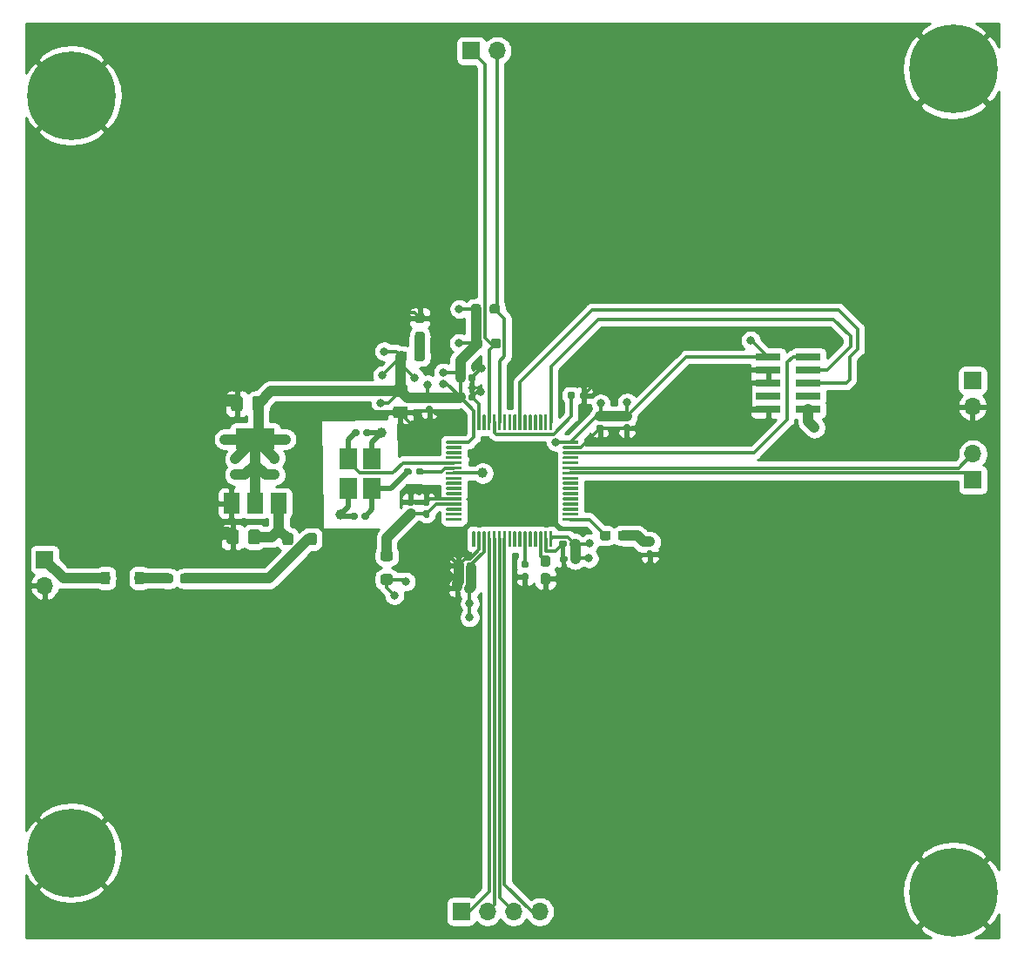
<source format=gbr>
%TF.GenerationSoftware,KiCad,Pcbnew,(5.1.7)-1*%
%TF.CreationDate,2020-10-12T20:46:30-04:00*%
%TF.ProjectId,STM32_Breakout,53544d33-325f-4427-9265-616b6f75742e,rev?*%
%TF.SameCoordinates,Original*%
%TF.FileFunction,Copper,L1,Top*%
%TF.FilePolarity,Positive*%
%FSLAX46Y46*%
G04 Gerber Fmt 4.6, Leading zero omitted, Abs format (unit mm)*
G04 Created by KiCad (PCBNEW (5.1.7)-1) date 2020-10-12 20:46:30*
%MOMM*%
%LPD*%
G01*
G04 APERTURE LIST*
%TA.AperFunction,SMDPad,CuDef*%
%ADD10R,0.900000X1.200000*%
%TD*%
%TA.AperFunction,ComponentPad*%
%ADD11C,8.600000*%
%TD*%
%TA.AperFunction,ComponentPad*%
%ADD12C,0.900000*%
%TD*%
%TA.AperFunction,SMDPad,CuDef*%
%ADD13R,1.800000X2.100000*%
%TD*%
%TA.AperFunction,ComponentPad*%
%ADD14O,1.700000X1.700000*%
%TD*%
%TA.AperFunction,ComponentPad*%
%ADD15R,1.700000X1.700000*%
%TD*%
%TA.AperFunction,SMDPad,CuDef*%
%ADD16R,2.400000X0.740000*%
%TD*%
%TA.AperFunction,SMDPad,CuDef*%
%ADD17R,3.800000X2.000000*%
%TD*%
%TA.AperFunction,SMDPad,CuDef*%
%ADD18R,1.500000X2.000000*%
%TD*%
%TA.AperFunction,ViaPad*%
%ADD19C,1.000000*%
%TD*%
%TA.AperFunction,ViaPad*%
%ADD20C,0.800000*%
%TD*%
%TA.AperFunction,Conductor*%
%ADD21C,0.500000*%
%TD*%
%TA.AperFunction,Conductor*%
%ADD22C,0.300000*%
%TD*%
%TA.AperFunction,Conductor*%
%ADD23C,1.000000*%
%TD*%
%TA.AperFunction,Conductor*%
%ADD24C,0.254000*%
%TD*%
%TA.AperFunction,Conductor*%
%ADD25C,0.100000*%
%TD*%
G04 APERTURE END LIST*
%TO.P,C1,2*%
%TO.N,GND*%
%TA.AperFunction,SMDPad,CuDef*%
G36*
G01*
X36660000Y-64765000D02*
X36660000Y-65715000D01*
G75*
G02*
X36410000Y-65965000I-250000J0D01*
G01*
X35735000Y-65965000D01*
G75*
G02*
X35485000Y-65715000I0J250000D01*
G01*
X35485000Y-64765000D01*
G75*
G02*
X35735000Y-64515000I250000J0D01*
G01*
X36410000Y-64515000D01*
G75*
G02*
X36660000Y-64765000I0J-250000D01*
G01*
G37*
%TD.AperFunction*%
%TO.P,C1,1*%
%TO.N,Net-(C1-Pad1)*%
%TA.AperFunction,SMDPad,CuDef*%
G36*
G01*
X38735000Y-64765000D02*
X38735000Y-65715000D01*
G75*
G02*
X38485000Y-65965000I-250000J0D01*
G01*
X37810000Y-65965000D01*
G75*
G02*
X37560000Y-65715000I0J250000D01*
G01*
X37560000Y-64765000D01*
G75*
G02*
X37810000Y-64515000I250000J0D01*
G01*
X38485000Y-64515000D01*
G75*
G02*
X38735000Y-64765000I0J-250000D01*
G01*
G37*
%TD.AperFunction*%
%TD*%
%TO.P,C2,1*%
%TO.N,+3V3*%
%TA.AperFunction,SMDPad,CuDef*%
G36*
G01*
X39135000Y-51805000D02*
X39135000Y-52755000D01*
G75*
G02*
X38885000Y-53005000I-250000J0D01*
G01*
X38210000Y-53005000D01*
G75*
G02*
X37960000Y-52755000I0J250000D01*
G01*
X37960000Y-51805000D01*
G75*
G02*
X38210000Y-51555000I250000J0D01*
G01*
X38885000Y-51555000D01*
G75*
G02*
X39135000Y-51805000I0J-250000D01*
G01*
G37*
%TD.AperFunction*%
%TO.P,C2,2*%
%TO.N,GND*%
%TA.AperFunction,SMDPad,CuDef*%
G36*
G01*
X37060000Y-51805000D02*
X37060000Y-52755000D01*
G75*
G02*
X36810000Y-53005000I-250000J0D01*
G01*
X36135000Y-53005000D01*
G75*
G02*
X35885000Y-52755000I0J250000D01*
G01*
X35885000Y-51805000D01*
G75*
G02*
X36135000Y-51555000I250000J0D01*
G01*
X36810000Y-51555000D01*
G75*
G02*
X37060000Y-51805000I0J-250000D01*
G01*
G37*
%TD.AperFunction*%
%TD*%
%TO.P,C3,1*%
%TO.N,+3V3*%
%TA.AperFunction,SMDPad,CuDef*%
G36*
G01*
X51905000Y-50455000D02*
X52855000Y-50455000D01*
G75*
G02*
X53105000Y-50705000I0J-250000D01*
G01*
X53105000Y-51380000D01*
G75*
G02*
X52855000Y-51630000I-250000J0D01*
G01*
X51905000Y-51630000D01*
G75*
G02*
X51655000Y-51380000I0J250000D01*
G01*
X51655000Y-50705000D01*
G75*
G02*
X51905000Y-50455000I250000J0D01*
G01*
G37*
%TD.AperFunction*%
%TO.P,C3,2*%
%TO.N,GND*%
%TA.AperFunction,SMDPad,CuDef*%
G36*
G01*
X51905000Y-52530000D02*
X52855000Y-52530000D01*
G75*
G02*
X53105000Y-52780000I0J-250000D01*
G01*
X53105000Y-53455000D01*
G75*
G02*
X52855000Y-53705000I-250000J0D01*
G01*
X51905000Y-53705000D01*
G75*
G02*
X51655000Y-53455000I0J250000D01*
G01*
X51655000Y-52780000D01*
G75*
G02*
X51905000Y-52530000I250000J0D01*
G01*
G37*
%TD.AperFunction*%
%TD*%
%TO.P,C4,2*%
%TO.N,GND*%
%TA.AperFunction,SMDPad,CuDef*%
G36*
G01*
X55035000Y-52500000D02*
X55345000Y-52500000D01*
G75*
G02*
X55500000Y-52655000I0J-155000D01*
G01*
X55500000Y-53080000D01*
G75*
G02*
X55345000Y-53235000I-155000J0D01*
G01*
X55035000Y-53235000D01*
G75*
G02*
X54880000Y-53080000I0J155000D01*
G01*
X54880000Y-52655000D01*
G75*
G02*
X55035000Y-52500000I155000J0D01*
G01*
G37*
%TD.AperFunction*%
%TO.P,C4,1*%
%TO.N,+3V3*%
%TA.AperFunction,SMDPad,CuDef*%
G36*
G01*
X55035000Y-51365000D02*
X55345000Y-51365000D01*
G75*
G02*
X55500000Y-51520000I0J-155000D01*
G01*
X55500000Y-51945000D01*
G75*
G02*
X55345000Y-52100000I-155000J0D01*
G01*
X55035000Y-52100000D01*
G75*
G02*
X54880000Y-51945000I0J155000D01*
G01*
X54880000Y-51520000D01*
G75*
G02*
X55035000Y-51365000I155000J0D01*
G01*
G37*
%TD.AperFunction*%
%TD*%
%TO.P,C5,1*%
%TO.N,+3V3*%
%TA.AperFunction,SMDPad,CuDef*%
G36*
G01*
X59535000Y-67865000D02*
X59535000Y-68175000D01*
G75*
G02*
X59380000Y-68330000I-155000J0D01*
G01*
X58955000Y-68330000D01*
G75*
G02*
X58800000Y-68175000I0J155000D01*
G01*
X58800000Y-67865000D01*
G75*
G02*
X58955000Y-67710000I155000J0D01*
G01*
X59380000Y-67710000D01*
G75*
G02*
X59535000Y-67865000I0J-155000D01*
G01*
G37*
%TD.AperFunction*%
%TO.P,C5,2*%
%TO.N,GND*%
%TA.AperFunction,SMDPad,CuDef*%
G36*
G01*
X58400000Y-67865000D02*
X58400000Y-68175000D01*
G75*
G02*
X58245000Y-68330000I-155000J0D01*
G01*
X57820000Y-68330000D01*
G75*
G02*
X57665000Y-68175000I0J155000D01*
G01*
X57665000Y-67865000D01*
G75*
G02*
X57820000Y-67710000I155000J0D01*
G01*
X58245000Y-67710000D01*
G75*
G02*
X58400000Y-67865000I0J-155000D01*
G01*
G37*
%TD.AperFunction*%
%TD*%
%TO.P,C6,2*%
%TO.N,GND*%
%TA.AperFunction,SMDPad,CuDef*%
G36*
G01*
X58340000Y-70095000D02*
X58340000Y-70405000D01*
G75*
G02*
X58185000Y-70560000I-155000J0D01*
G01*
X57760000Y-70560000D01*
G75*
G02*
X57605000Y-70405000I0J155000D01*
G01*
X57605000Y-70095000D01*
G75*
G02*
X57760000Y-69940000I155000J0D01*
G01*
X58185000Y-69940000D01*
G75*
G02*
X58340000Y-70095000I0J-155000D01*
G01*
G37*
%TD.AperFunction*%
%TO.P,C6,1*%
%TO.N,+3V3*%
%TA.AperFunction,SMDPad,CuDef*%
G36*
G01*
X59475000Y-70095000D02*
X59475000Y-70405000D01*
G75*
G02*
X59320000Y-70560000I-155000J0D01*
G01*
X58895000Y-70560000D01*
G75*
G02*
X58740000Y-70405000I0J155000D01*
G01*
X58740000Y-70095000D01*
G75*
G02*
X58895000Y-69940000I155000J0D01*
G01*
X59320000Y-69940000D01*
G75*
G02*
X59475000Y-70095000I0J-155000D01*
G01*
G37*
%TD.AperFunction*%
%TD*%
%TO.P,C7,1*%
%TO.N,+3V3*%
%TA.AperFunction,SMDPad,CuDef*%
G36*
G01*
X69675000Y-65755000D02*
X69675000Y-66065000D01*
G75*
G02*
X69520000Y-66220000I-155000J0D01*
G01*
X69095000Y-66220000D01*
G75*
G02*
X68940000Y-66065000I0J155000D01*
G01*
X68940000Y-65755000D01*
G75*
G02*
X69095000Y-65600000I155000J0D01*
G01*
X69520000Y-65600000D01*
G75*
G02*
X69675000Y-65755000I0J-155000D01*
G01*
G37*
%TD.AperFunction*%
%TO.P,C7,2*%
%TO.N,GND*%
%TA.AperFunction,SMDPad,CuDef*%
G36*
G01*
X68540000Y-65755000D02*
X68540000Y-66065000D01*
G75*
G02*
X68385000Y-66220000I-155000J0D01*
G01*
X67960000Y-66220000D01*
G75*
G02*
X67805000Y-66065000I0J155000D01*
G01*
X67805000Y-65755000D01*
G75*
G02*
X67960000Y-65600000I155000J0D01*
G01*
X68385000Y-65600000D01*
G75*
G02*
X68540000Y-65755000I0J-155000D01*
G01*
G37*
%TD.AperFunction*%
%TD*%
%TO.P,C8,2*%
%TO.N,GND*%
%TA.AperFunction,SMDPad,CuDef*%
G36*
G01*
X68610000Y-67245000D02*
X68610000Y-67555000D01*
G75*
G02*
X68455000Y-67710000I-155000J0D01*
G01*
X68030000Y-67710000D01*
G75*
G02*
X67875000Y-67555000I0J155000D01*
G01*
X67875000Y-67245000D01*
G75*
G02*
X68030000Y-67090000I155000J0D01*
G01*
X68455000Y-67090000D01*
G75*
G02*
X68610000Y-67245000I0J-155000D01*
G01*
G37*
%TD.AperFunction*%
%TO.P,C8,1*%
%TO.N,+3V3*%
%TA.AperFunction,SMDPad,CuDef*%
G36*
G01*
X69745000Y-67245000D02*
X69745000Y-67555000D01*
G75*
G02*
X69590000Y-67710000I-155000J0D01*
G01*
X69165000Y-67710000D01*
G75*
G02*
X69010000Y-67555000I0J155000D01*
G01*
X69010000Y-67245000D01*
G75*
G02*
X69165000Y-67090000I155000J0D01*
G01*
X69590000Y-67090000D01*
G75*
G02*
X69745000Y-67245000I0J-155000D01*
G01*
G37*
%TD.AperFunction*%
%TD*%
%TO.P,C9,1*%
%TO.N,+3V3*%
%TA.AperFunction,SMDPad,CuDef*%
G36*
G01*
X71625000Y-53175000D02*
X71935000Y-53175000D01*
G75*
G02*
X72090000Y-53330000I0J-155000D01*
G01*
X72090000Y-53755000D01*
G75*
G02*
X71935000Y-53910000I-155000J0D01*
G01*
X71625000Y-53910000D01*
G75*
G02*
X71470000Y-53755000I0J155000D01*
G01*
X71470000Y-53330000D01*
G75*
G02*
X71625000Y-53175000I155000J0D01*
G01*
G37*
%TD.AperFunction*%
%TO.P,C9,2*%
%TO.N,GND*%
%TA.AperFunction,SMDPad,CuDef*%
G36*
G01*
X71625000Y-54310000D02*
X71935000Y-54310000D01*
G75*
G02*
X72090000Y-54465000I0J-155000D01*
G01*
X72090000Y-54890000D01*
G75*
G02*
X71935000Y-55045000I-155000J0D01*
G01*
X71625000Y-55045000D01*
G75*
G02*
X71470000Y-54890000I0J155000D01*
G01*
X71470000Y-54465000D01*
G75*
G02*
X71625000Y-54310000I155000J0D01*
G01*
G37*
%TD.AperFunction*%
%TD*%
%TO.P,C10,2*%
%TO.N,GND*%
%TA.AperFunction,SMDPad,CuDef*%
G36*
G01*
X74245000Y-54300000D02*
X74555000Y-54300000D01*
G75*
G02*
X74710000Y-54455000I0J-155000D01*
G01*
X74710000Y-54880000D01*
G75*
G02*
X74555000Y-55035000I-155000J0D01*
G01*
X74245000Y-55035000D01*
G75*
G02*
X74090000Y-54880000I0J155000D01*
G01*
X74090000Y-54455000D01*
G75*
G02*
X74245000Y-54300000I155000J0D01*
G01*
G37*
%TD.AperFunction*%
%TO.P,C10,1*%
%TO.N,+3V3*%
%TA.AperFunction,SMDPad,CuDef*%
G36*
G01*
X74245000Y-53165000D02*
X74555000Y-53165000D01*
G75*
G02*
X74710000Y-53320000I0J-155000D01*
G01*
X74710000Y-53745000D01*
G75*
G02*
X74555000Y-53900000I-155000J0D01*
G01*
X74245000Y-53900000D01*
G75*
G02*
X74090000Y-53745000I0J155000D01*
G01*
X74090000Y-53320000D01*
G75*
G02*
X74245000Y-53165000I155000J0D01*
G01*
G37*
%TD.AperFunction*%
%TD*%
%TO.P,C11,1*%
%TO.N,+3V3*%
%TA.AperFunction,SMDPad,CuDef*%
G36*
G01*
X57825000Y-51825000D02*
X57825000Y-51515000D01*
G75*
G02*
X57980000Y-51360000I155000J0D01*
G01*
X58405000Y-51360000D01*
G75*
G02*
X58560000Y-51515000I0J-155000D01*
G01*
X58560000Y-51825000D01*
G75*
G02*
X58405000Y-51980000I-155000J0D01*
G01*
X57980000Y-51980000D01*
G75*
G02*
X57825000Y-51825000I0J155000D01*
G01*
G37*
%TD.AperFunction*%
%TO.P,C11,2*%
%TO.N,GND*%
%TA.AperFunction,SMDPad,CuDef*%
G36*
G01*
X58960000Y-51825000D02*
X58960000Y-51515000D01*
G75*
G02*
X59115000Y-51360000I155000J0D01*
G01*
X59540000Y-51360000D01*
G75*
G02*
X59695000Y-51515000I0J-155000D01*
G01*
X59695000Y-51825000D01*
G75*
G02*
X59540000Y-51980000I-155000J0D01*
G01*
X59115000Y-51980000D01*
G75*
G02*
X58960000Y-51825000I0J155000D01*
G01*
G37*
%TD.AperFunction*%
%TD*%
%TO.P,C12,1*%
%TO.N,+3V3*%
%TA.AperFunction,SMDPad,CuDef*%
G36*
G01*
X57825000Y-49925000D02*
X57825000Y-49615000D01*
G75*
G02*
X57980000Y-49460000I155000J0D01*
G01*
X58405000Y-49460000D01*
G75*
G02*
X58560000Y-49615000I0J-155000D01*
G01*
X58560000Y-49925000D01*
G75*
G02*
X58405000Y-50080000I-155000J0D01*
G01*
X57980000Y-50080000D01*
G75*
G02*
X57825000Y-49925000I0J155000D01*
G01*
G37*
%TD.AperFunction*%
%TO.P,C12,2*%
%TO.N,GND*%
%TA.AperFunction,SMDPad,CuDef*%
G36*
G01*
X58960000Y-49925000D02*
X58960000Y-49615000D01*
G75*
G02*
X59115000Y-49460000I155000J0D01*
G01*
X59540000Y-49460000D01*
G75*
G02*
X59695000Y-49615000I0J-155000D01*
G01*
X59695000Y-49925000D01*
G75*
G02*
X59540000Y-50080000I-155000J0D01*
G01*
X59115000Y-50080000D01*
G75*
G02*
X58960000Y-49925000I0J155000D01*
G01*
G37*
%TD.AperFunction*%
%TD*%
%TO.P,C13,1*%
%TO.N,+3.3VA*%
%TA.AperFunction,SMDPad,CuDef*%
G36*
G01*
X55055000Y-63365000D02*
X54745000Y-63365000D01*
G75*
G02*
X54590000Y-63210000I0J155000D01*
G01*
X54590000Y-62785000D01*
G75*
G02*
X54745000Y-62630000I155000J0D01*
G01*
X55055000Y-62630000D01*
G75*
G02*
X55210000Y-62785000I0J-155000D01*
G01*
X55210000Y-63210000D01*
G75*
G02*
X55055000Y-63365000I-155000J0D01*
G01*
G37*
%TD.AperFunction*%
%TO.P,C13,2*%
%TO.N,GND*%
%TA.AperFunction,SMDPad,CuDef*%
G36*
G01*
X55055000Y-62230000D02*
X54745000Y-62230000D01*
G75*
G02*
X54590000Y-62075000I0J155000D01*
G01*
X54590000Y-61650000D01*
G75*
G02*
X54745000Y-61495000I155000J0D01*
G01*
X55055000Y-61495000D01*
G75*
G02*
X55210000Y-61650000I0J-155000D01*
G01*
X55210000Y-62075000D01*
G75*
G02*
X55055000Y-62230000I-155000J0D01*
G01*
G37*
%TD.AperFunction*%
%TD*%
%TO.P,C14,2*%
%TO.N,GND*%
%TA.AperFunction,SMDPad,CuDef*%
G36*
G01*
X53525000Y-62230000D02*
X53215000Y-62230000D01*
G75*
G02*
X53060000Y-62075000I0J155000D01*
G01*
X53060000Y-61650000D01*
G75*
G02*
X53215000Y-61495000I155000J0D01*
G01*
X53525000Y-61495000D01*
G75*
G02*
X53680000Y-61650000I0J-155000D01*
G01*
X53680000Y-62075000D01*
G75*
G02*
X53525000Y-62230000I-155000J0D01*
G01*
G37*
%TD.AperFunction*%
%TO.P,C14,1*%
%TO.N,+3.3VA*%
%TA.AperFunction,SMDPad,CuDef*%
G36*
G01*
X53525000Y-63365000D02*
X53215000Y-63365000D01*
G75*
G02*
X53060000Y-63210000I0J155000D01*
G01*
X53060000Y-62785000D01*
G75*
G02*
X53215000Y-62630000I155000J0D01*
G01*
X53525000Y-62630000D01*
G75*
G02*
X53680000Y-62785000I0J-155000D01*
G01*
X53680000Y-63210000D01*
G75*
G02*
X53525000Y-63365000I-155000J0D01*
G01*
G37*
%TD.AperFunction*%
%TD*%
%TO.P,C15,2*%
%TO.N,GND*%
%TA.AperFunction,SMDPad,CuDef*%
G36*
G01*
X48780000Y-55265000D02*
X48780000Y-54955000D01*
G75*
G02*
X48935000Y-54800000I155000J0D01*
G01*
X49360000Y-54800000D01*
G75*
G02*
X49515000Y-54955000I0J-155000D01*
G01*
X49515000Y-55265000D01*
G75*
G02*
X49360000Y-55420000I-155000J0D01*
G01*
X48935000Y-55420000D01*
G75*
G02*
X48780000Y-55265000I0J155000D01*
G01*
G37*
%TD.AperFunction*%
%TO.P,C15,1*%
%TO.N,HSE_In*%
%TA.AperFunction,SMDPad,CuDef*%
G36*
G01*
X47645000Y-55265000D02*
X47645000Y-54955000D01*
G75*
G02*
X47800000Y-54800000I155000J0D01*
G01*
X48225000Y-54800000D01*
G75*
G02*
X48380000Y-54955000I0J-155000D01*
G01*
X48380000Y-55265000D01*
G75*
G02*
X48225000Y-55420000I-155000J0D01*
G01*
X47800000Y-55420000D01*
G75*
G02*
X47645000Y-55265000I0J155000D01*
G01*
G37*
%TD.AperFunction*%
%TD*%
%TO.P,C16,1*%
%TO.N,Net-(C16-Pad1)*%
%TA.AperFunction,SMDPad,CuDef*%
G36*
G01*
X49345000Y-63075000D02*
X49345000Y-63385000D01*
G75*
G02*
X49190000Y-63540000I-155000J0D01*
G01*
X48765000Y-63540000D01*
G75*
G02*
X48610000Y-63385000I0J155000D01*
G01*
X48610000Y-63075000D01*
G75*
G02*
X48765000Y-62920000I155000J0D01*
G01*
X49190000Y-62920000D01*
G75*
G02*
X49345000Y-63075000I0J-155000D01*
G01*
G37*
%TD.AperFunction*%
%TO.P,C16,2*%
%TO.N,GND*%
%TA.AperFunction,SMDPad,CuDef*%
G36*
G01*
X48210000Y-63075000D02*
X48210000Y-63385000D01*
G75*
G02*
X48055000Y-63540000I-155000J0D01*
G01*
X47630000Y-63540000D01*
G75*
G02*
X47475000Y-63385000I0J155000D01*
G01*
X47475000Y-63075000D01*
G75*
G02*
X47630000Y-62920000I155000J0D01*
G01*
X48055000Y-62920000D01*
G75*
G02*
X48210000Y-63075000I0J-155000D01*
G01*
G37*
%TD.AperFunction*%
%TD*%
%TO.P,C17,1*%
%TO.N,Net-(C17-Pad1)*%
%TA.AperFunction,SMDPad,CuDef*%
G36*
G01*
X66242500Y-67050000D02*
X66717500Y-67050000D01*
G75*
G02*
X66955000Y-67287500I0J-237500D01*
G01*
X66955000Y-67887500D01*
G75*
G02*
X66717500Y-68125000I-237500J0D01*
G01*
X66242500Y-68125000D01*
G75*
G02*
X66005000Y-67887500I0J237500D01*
G01*
X66005000Y-67287500D01*
G75*
G02*
X66242500Y-67050000I237500J0D01*
G01*
G37*
%TD.AperFunction*%
%TO.P,C17,2*%
%TO.N,GND*%
%TA.AperFunction,SMDPad,CuDef*%
G36*
G01*
X66242500Y-68775000D02*
X66717500Y-68775000D01*
G75*
G02*
X66955000Y-69012500I0J-237500D01*
G01*
X66955000Y-69612500D01*
G75*
G02*
X66717500Y-69850000I-237500J0D01*
G01*
X66242500Y-69850000D01*
G75*
G02*
X66005000Y-69612500I0J237500D01*
G01*
X66005000Y-69012500D01*
G75*
G02*
X66242500Y-68775000I237500J0D01*
G01*
G37*
%TD.AperFunction*%
%TD*%
D10*
%TO.P,D1,1*%
%TO.N,Net-(D1-Pad1)*%
X27000000Y-69250000D03*
%TO.P,D1,2*%
%TO.N,VCC*%
X23700000Y-69250000D03*
%TD*%
%TO.P,D2,1*%
%TO.N,Net-(D2-Pad1)*%
%TA.AperFunction,SMDPad,CuDef*%
G36*
G01*
X54760000Y-47442500D02*
X54760000Y-47917500D01*
G75*
G02*
X54522500Y-48155000I-237500J0D01*
G01*
X53947500Y-48155000D01*
G75*
G02*
X53710000Y-47917500I0J237500D01*
G01*
X53710000Y-47442500D01*
G75*
G02*
X53947500Y-47205000I237500J0D01*
G01*
X54522500Y-47205000D01*
G75*
G02*
X54760000Y-47442500I0J-237500D01*
G01*
G37*
%TD.AperFunction*%
%TO.P,D2,2*%
%TO.N,+3V3*%
%TA.AperFunction,SMDPad,CuDef*%
G36*
G01*
X53010000Y-47442500D02*
X53010000Y-47917500D01*
G75*
G02*
X52772500Y-48155000I-237500J0D01*
G01*
X52197500Y-48155000D01*
G75*
G02*
X51960000Y-47917500I0J237500D01*
G01*
X51960000Y-47442500D01*
G75*
G02*
X52197500Y-47205000I237500J0D01*
G01*
X52772500Y-47205000D01*
G75*
G02*
X53010000Y-47442500I0J-237500D01*
G01*
G37*
%TD.AperFunction*%
%TD*%
%TO.P,D3,2*%
%TO.N,Net-(D3-Pad2)*%
%TA.AperFunction,SMDPad,CuDef*%
G36*
G01*
X72820000Y-64872500D02*
X72820000Y-65347500D01*
G75*
G02*
X72582500Y-65585000I-237500J0D01*
G01*
X72007500Y-65585000D01*
G75*
G02*
X71770000Y-65347500I0J237500D01*
G01*
X71770000Y-64872500D01*
G75*
G02*
X72007500Y-64635000I237500J0D01*
G01*
X72582500Y-64635000D01*
G75*
G02*
X72820000Y-64872500I0J-237500D01*
G01*
G37*
%TD.AperFunction*%
%TO.P,D3,1*%
%TO.N,Net-(D3-Pad1)*%
%TA.AperFunction,SMDPad,CuDef*%
G36*
G01*
X74570000Y-64872500D02*
X74570000Y-65347500D01*
G75*
G02*
X74332500Y-65585000I-237500J0D01*
G01*
X73757500Y-65585000D01*
G75*
G02*
X73520000Y-65347500I0J237500D01*
G01*
X73520000Y-64872500D01*
G75*
G02*
X73757500Y-64635000I237500J0D01*
G01*
X74332500Y-64635000D01*
G75*
G02*
X74570000Y-64872500I0J-237500D01*
G01*
G37*
%TD.AperFunction*%
%TD*%
%TO.P,F1,1*%
%TO.N,Net-(D1-Pad1)*%
%TA.AperFunction,SMDPad,CuDef*%
G36*
G01*
X29210000Y-69527500D02*
X29210000Y-69052500D01*
G75*
G02*
X29447500Y-68815000I237500J0D01*
G01*
X30022500Y-68815000D01*
G75*
G02*
X30260000Y-69052500I0J-237500D01*
G01*
X30260000Y-69527500D01*
G75*
G02*
X30022500Y-69765000I-237500J0D01*
G01*
X29447500Y-69765000D01*
G75*
G02*
X29210000Y-69527500I0J237500D01*
G01*
G37*
%TD.AperFunction*%
%TO.P,F1,2*%
%TO.N,Net-(F1-Pad2)*%
%TA.AperFunction,SMDPad,CuDef*%
G36*
G01*
X30960000Y-69527500D02*
X30960000Y-69052500D01*
G75*
G02*
X31197500Y-68815000I237500J0D01*
G01*
X31772500Y-68815000D01*
G75*
G02*
X32010000Y-69052500I0J-237500D01*
G01*
X32010000Y-69527500D01*
G75*
G02*
X31772500Y-69765000I-237500J0D01*
G01*
X31197500Y-69765000D01*
G75*
G02*
X30960000Y-69527500I0J237500D01*
G01*
G37*
%TD.AperFunction*%
%TD*%
%TO.P,FB1,1*%
%TO.N,Net-(C1-Pad1)*%
%TA.AperFunction,SMDPad,CuDef*%
G36*
G01*
X40905000Y-65810001D02*
X40905000Y-65109999D01*
G75*
G02*
X41154999Y-64860000I249999J0D01*
G01*
X41705001Y-64860000D01*
G75*
G02*
X41955000Y-65109999I0J-249999D01*
G01*
X41955000Y-65810001D01*
G75*
G02*
X41705001Y-66060000I-249999J0D01*
G01*
X41154999Y-66060000D01*
G75*
G02*
X40905000Y-65810001I0J249999D01*
G01*
G37*
%TD.AperFunction*%
%TO.P,FB1,2*%
%TO.N,Net-(F1-Pad2)*%
%TA.AperFunction,SMDPad,CuDef*%
G36*
G01*
X43205000Y-65810001D02*
X43205000Y-65109999D01*
G75*
G02*
X43454999Y-64860000I249999J0D01*
G01*
X44005001Y-64860000D01*
G75*
G02*
X44255000Y-65109999I0J-249999D01*
G01*
X44255000Y-65810001D01*
G75*
G02*
X44005001Y-66060000I-249999J0D01*
G01*
X43454999Y-66060000D01*
G75*
G02*
X43205000Y-65810001I0J249999D01*
G01*
G37*
%TD.AperFunction*%
%TD*%
%TO.P,FB2,2*%
%TO.N,+3V3*%
%TA.AperFunction,SMDPad,CuDef*%
G36*
G01*
X50689999Y-68855000D02*
X51390001Y-68855000D01*
G75*
G02*
X51640000Y-69104999I0J-249999D01*
G01*
X51640000Y-69655001D01*
G75*
G02*
X51390001Y-69905000I-249999J0D01*
G01*
X50689999Y-69905000D01*
G75*
G02*
X50440000Y-69655001I0J249999D01*
G01*
X50440000Y-69104999D01*
G75*
G02*
X50689999Y-68855000I249999J0D01*
G01*
G37*
%TD.AperFunction*%
%TO.P,FB2,1*%
%TO.N,+3.3VA*%
%TA.AperFunction,SMDPad,CuDef*%
G36*
G01*
X50689999Y-66555000D02*
X51390001Y-66555000D01*
G75*
G02*
X51640000Y-66804999I0J-249999D01*
G01*
X51640000Y-67355001D01*
G75*
G02*
X51390001Y-67605000I-249999J0D01*
G01*
X50689999Y-67605000D01*
G75*
G02*
X50440000Y-67355001I0J249999D01*
G01*
X50440000Y-66804999D01*
G75*
G02*
X50689999Y-66555000I249999J0D01*
G01*
G37*
%TD.AperFunction*%
%TD*%
D11*
%TO.P,H1,1*%
%TO.N,GND*%
X106110000Y-99790000D03*
D12*
X109335000Y-99790000D03*
X108390419Y-102070419D03*
X106110000Y-103015000D03*
X103829581Y-102070419D03*
X102885000Y-99790000D03*
X103829581Y-97509581D03*
X106110000Y-96565000D03*
X108390419Y-97509581D03*
%TD*%
%TO.P,H2,1*%
%TO.N,GND*%
X108390419Y-17469581D03*
X106110000Y-16525000D03*
X103829581Y-17469581D03*
X102885000Y-19750000D03*
X103829581Y-22030419D03*
X106110000Y-22975000D03*
X108390419Y-22030419D03*
X109335000Y-19750000D03*
D11*
X106110000Y-19750000D03*
%TD*%
%TO.P,H3,1*%
%TO.N,GND*%
X20380000Y-22320000D03*
D12*
X23605000Y-22320000D03*
X22660419Y-24600419D03*
X20380000Y-25545000D03*
X18099581Y-24600419D03*
X17155000Y-22320000D03*
X18099581Y-20039581D03*
X20380000Y-19095000D03*
X22660419Y-20039581D03*
%TD*%
D11*
%TO.P,H4,1*%
%TO.N,GND*%
X20380000Y-95980000D03*
D12*
X23605000Y-95980000D03*
X22660419Y-98260419D03*
X20380000Y-99205000D03*
X18099581Y-98260419D03*
X17155000Y-95980000D03*
X18099581Y-93699581D03*
X20380000Y-92755000D03*
X22660419Y-93699581D03*
%TD*%
D13*
%TO.P,HSE,1*%
%TO.N,HSE_In*%
X47310000Y-57620000D03*
%TO.P,HSE,2*%
%TO.N,GND*%
X47310000Y-60520000D03*
%TO.P,HSE,3*%
%TO.N,Net-(C16-Pad1)*%
X49610000Y-60520000D03*
%TO.P,HSE,4*%
%TO.N,GND*%
X49610000Y-57620000D03*
%TD*%
D14*
%TO.P,I2C,2*%
%TO.N,I2C1-SDA*%
X61780000Y-17960000D03*
D15*
%TO.P,I2C,1*%
%TO.N,I2C1-SCL*%
X59240000Y-17960000D03*
%TD*%
%TO.P,Power,1*%
%TO.N,VCC*%
X17770000Y-67440000D03*
D14*
%TO.P,Power,2*%
%TO.N,GND*%
X17770000Y-69980000D03*
%TD*%
%TO.P,PowerTest,2*%
%TO.N,GND*%
X108010000Y-52570000D03*
D15*
%TO.P,PowerTest,1*%
%TO.N,+3V3*%
X108010000Y-50030000D03*
%TD*%
%TO.P,R1,2*%
%TO.N,Net-(D2-Pad1)*%
%TA.AperFunction,SMDPad,CuDef*%
G36*
G01*
X54022500Y-45295000D02*
X54497500Y-45295000D01*
G75*
G02*
X54735000Y-45532500I0J-237500D01*
G01*
X54735000Y-46032500D01*
G75*
G02*
X54497500Y-46270000I-237500J0D01*
G01*
X54022500Y-46270000D01*
G75*
G02*
X53785000Y-46032500I0J237500D01*
G01*
X53785000Y-45532500D01*
G75*
G02*
X54022500Y-45295000I237500J0D01*
G01*
G37*
%TD.AperFunction*%
%TO.P,R1,1*%
%TO.N,GND*%
%TA.AperFunction,SMDPad,CuDef*%
G36*
G01*
X54022500Y-43470000D02*
X54497500Y-43470000D01*
G75*
G02*
X54735000Y-43707500I0J-237500D01*
G01*
X54735000Y-44207500D01*
G75*
G02*
X54497500Y-44445000I-237500J0D01*
G01*
X54022500Y-44445000D01*
G75*
G02*
X53785000Y-44207500I0J237500D01*
G01*
X53785000Y-43707500D01*
G75*
G02*
X54022500Y-43470000I237500J0D01*
G01*
G37*
%TD.AperFunction*%
%TD*%
%TO.P,R2,1*%
%TO.N,GND*%
%TA.AperFunction,SMDPad,CuDef*%
G36*
G01*
X70535000Y-51310000D02*
X70535000Y-51630000D01*
G75*
G02*
X70375000Y-51790000I-160000J0D01*
G01*
X69980000Y-51790000D01*
G75*
G02*
X69820000Y-51630000I0J160000D01*
G01*
X69820000Y-51310000D01*
G75*
G02*
X69980000Y-51150000I160000J0D01*
G01*
X70375000Y-51150000D01*
G75*
G02*
X70535000Y-51310000I0J-160000D01*
G01*
G37*
%TD.AperFunction*%
%TO.P,R2,2*%
%TO.N,BOOT0*%
%TA.AperFunction,SMDPad,CuDef*%
G36*
G01*
X69340000Y-51310000D02*
X69340000Y-51630000D01*
G75*
G02*
X69180000Y-51790000I-160000J0D01*
G01*
X68785000Y-51790000D01*
G75*
G02*
X68625000Y-51630000I0J160000D01*
G01*
X68625000Y-51310000D01*
G75*
G02*
X68785000Y-51150000I160000J0D01*
G01*
X69180000Y-51150000D01*
G75*
G02*
X69340000Y-51310000I0J-160000D01*
G01*
G37*
%TD.AperFunction*%
%TD*%
%TO.P,R3,2*%
%TO.N,GND*%
%TA.AperFunction,SMDPad,CuDef*%
G36*
G01*
X64330000Y-68740000D02*
X64650000Y-68740000D01*
G75*
G02*
X64810000Y-68900000I0J-160000D01*
G01*
X64810000Y-69295000D01*
G75*
G02*
X64650000Y-69455000I-160000J0D01*
G01*
X64330000Y-69455000D01*
G75*
G02*
X64170000Y-69295000I0J160000D01*
G01*
X64170000Y-68900000D01*
G75*
G02*
X64330000Y-68740000I160000J0D01*
G01*
G37*
%TD.AperFunction*%
%TO.P,R3,1*%
%TO.N,BOOT1*%
%TA.AperFunction,SMDPad,CuDef*%
G36*
G01*
X64330000Y-67545000D02*
X64650000Y-67545000D01*
G75*
G02*
X64810000Y-67705000I0J-160000D01*
G01*
X64810000Y-68100000D01*
G75*
G02*
X64650000Y-68260000I-160000J0D01*
G01*
X64330000Y-68260000D01*
G75*
G02*
X64170000Y-68100000I0J160000D01*
G01*
X64170000Y-67705000D01*
G75*
G02*
X64330000Y-67545000I160000J0D01*
G01*
G37*
%TD.AperFunction*%
%TD*%
%TO.P,R4,1*%
%TO.N,I2C1-SCL*%
%TA.AperFunction,SMDPad,CuDef*%
G36*
G01*
X62140000Y-46202500D02*
X62140000Y-46677500D01*
G75*
G02*
X61902500Y-46915000I-237500J0D01*
G01*
X61402500Y-46915000D01*
G75*
G02*
X61165000Y-46677500I0J237500D01*
G01*
X61165000Y-46202500D01*
G75*
G02*
X61402500Y-45965000I237500J0D01*
G01*
X61902500Y-45965000D01*
G75*
G02*
X62140000Y-46202500I0J-237500D01*
G01*
G37*
%TD.AperFunction*%
%TO.P,R4,2*%
%TO.N,+3V3*%
%TA.AperFunction,SMDPad,CuDef*%
G36*
G01*
X60315000Y-46202500D02*
X60315000Y-46677500D01*
G75*
G02*
X60077500Y-46915000I-237500J0D01*
G01*
X59577500Y-46915000D01*
G75*
G02*
X59340000Y-46677500I0J237500D01*
G01*
X59340000Y-46202500D01*
G75*
G02*
X59577500Y-45965000I237500J0D01*
G01*
X60077500Y-45965000D01*
G75*
G02*
X60315000Y-46202500I0J-237500D01*
G01*
G37*
%TD.AperFunction*%
%TD*%
%TO.P,R5,1*%
%TO.N,I2C1-SDA*%
%TA.AperFunction,SMDPad,CuDef*%
G36*
G01*
X62040000Y-42832500D02*
X62040000Y-43307500D01*
G75*
G02*
X61802500Y-43545000I-237500J0D01*
G01*
X61302500Y-43545000D01*
G75*
G02*
X61065000Y-43307500I0J237500D01*
G01*
X61065000Y-42832500D01*
G75*
G02*
X61302500Y-42595000I237500J0D01*
G01*
X61802500Y-42595000D01*
G75*
G02*
X62040000Y-42832500I0J-237500D01*
G01*
G37*
%TD.AperFunction*%
%TO.P,R5,2*%
%TO.N,+3V3*%
%TA.AperFunction,SMDPad,CuDef*%
G36*
G01*
X60215000Y-42832500D02*
X60215000Y-43307500D01*
G75*
G02*
X59977500Y-43545000I-237500J0D01*
G01*
X59477500Y-43545000D01*
G75*
G02*
X59240000Y-43307500I0J237500D01*
G01*
X59240000Y-42832500D01*
G75*
G02*
X59477500Y-42595000I237500J0D01*
G01*
X59977500Y-42595000D01*
G75*
G02*
X60215000Y-42832500I0J-237500D01*
G01*
G37*
%TD.AperFunction*%
%TD*%
%TO.P,R6,1*%
%TO.N,HSE_Out*%
%TA.AperFunction,SMDPad,CuDef*%
G36*
G01*
X54645000Y-58730000D02*
X54645000Y-59050000D01*
G75*
G02*
X54485000Y-59210000I-160000J0D01*
G01*
X54090000Y-59210000D01*
G75*
G02*
X53930000Y-59050000I0J160000D01*
G01*
X53930000Y-58730000D01*
G75*
G02*
X54090000Y-58570000I160000J0D01*
G01*
X54485000Y-58570000D01*
G75*
G02*
X54645000Y-58730000I0J-160000D01*
G01*
G37*
%TD.AperFunction*%
%TO.P,R6,2*%
%TO.N,Net-(C16-Pad1)*%
%TA.AperFunction,SMDPad,CuDef*%
G36*
G01*
X53450000Y-58730000D02*
X53450000Y-59050000D01*
G75*
G02*
X53290000Y-59210000I-160000J0D01*
G01*
X52895000Y-59210000D01*
G75*
G02*
X52735000Y-59050000I0J160000D01*
G01*
X52735000Y-58730000D01*
G75*
G02*
X52895000Y-58570000I160000J0D01*
G01*
X53290000Y-58570000D01*
G75*
G02*
X53450000Y-58730000I0J-160000D01*
G01*
G37*
%TD.AperFunction*%
%TD*%
%TO.P,R7,2*%
%TO.N,Net-(D3-Pad1)*%
%TA.AperFunction,SMDPad,CuDef*%
G36*
G01*
X76790000Y-66080000D02*
X76470000Y-66080000D01*
G75*
G02*
X76310000Y-65920000I0J160000D01*
G01*
X76310000Y-65525000D01*
G75*
G02*
X76470000Y-65365000I160000J0D01*
G01*
X76790000Y-65365000D01*
G75*
G02*
X76950000Y-65525000I0J-160000D01*
G01*
X76950000Y-65920000D01*
G75*
G02*
X76790000Y-66080000I-160000J0D01*
G01*
G37*
%TD.AperFunction*%
%TO.P,R7,1*%
%TO.N,GND*%
%TA.AperFunction,SMDPad,CuDef*%
G36*
G01*
X76790000Y-67275000D02*
X76470000Y-67275000D01*
G75*
G02*
X76310000Y-67115000I0J160000D01*
G01*
X76310000Y-66720000D01*
G75*
G02*
X76470000Y-66560000I160000J0D01*
G01*
X76790000Y-66560000D01*
G75*
G02*
X76950000Y-66720000I0J-160000D01*
G01*
X76950000Y-67115000D01*
G75*
G02*
X76790000Y-67275000I-160000J0D01*
G01*
G37*
%TD.AperFunction*%
%TD*%
%TO.P,SPI,1*%
%TO.N,SPI1_CS*%
X58290000Y-101680000D03*
D14*
%TO.P,SPI,2*%
%TO.N,SPI1_CLK*%
X60830000Y-101680000D03*
%TO.P,SPI,3*%
%TO.N,SPI1_MISO*%
X63370000Y-101680000D03*
%TO.P,SPI,4*%
%TO.N,SPI1_MOSI*%
X65910000Y-101680000D03*
%TD*%
D16*
%TO.P,SWD,1*%
%TO.N,+3V3*%
X88140000Y-47740000D03*
%TO.P,SWD,2*%
%TO.N,SWDIO*%
X92040000Y-47740000D03*
%TO.P,SWD,3*%
%TO.N,GND*%
X88140000Y-49010000D03*
%TO.P,SWD,4*%
%TO.N,SWCLK*%
X92040000Y-49010000D03*
%TO.P,SWD,5*%
%TO.N,GND*%
X88140000Y-50280000D03*
%TO.P,SWD,6*%
%TO.N,SWO*%
X92040000Y-50280000D03*
%TO.P,SWD,7*%
%TO.N,Net-(SW_PORT1-Pad7)*%
X88140000Y-51550000D03*
%TO.P,SWD,8*%
%TO.N,Net-(SW_PORT1-Pad8)*%
X92040000Y-51550000D03*
%TO.P,SWD,9*%
%TO.N,GND*%
X88140000Y-52820000D03*
%TO.P,SWD,10*%
%TO.N,NRST*%
X92040000Y-52820000D03*
%TD*%
D17*
%TO.P,3.3V Reg,2*%
%TO.N,+3V3*%
X38250000Y-55670000D03*
D18*
X38250000Y-61970000D03*
%TO.P,3.3V Reg,3*%
%TO.N,Net-(C1-Pad1)*%
X40550000Y-61970000D03*
%TO.P,3.3V Reg,1*%
%TO.N,GND*%
X35950000Y-61970000D03*
%TD*%
%TO.P,U2,64*%
%TO.N,+3V3*%
%TA.AperFunction,SMDPad,CuDef*%
G36*
G01*
X59350000Y-54815000D02*
X59350000Y-53415000D01*
G75*
G02*
X59425000Y-53340000I75000J0D01*
G01*
X59575000Y-53340000D01*
G75*
G02*
X59650000Y-53415000I0J-75000D01*
G01*
X59650000Y-54815000D01*
G75*
G02*
X59575000Y-54890000I-75000J0D01*
G01*
X59425000Y-54890000D01*
G75*
G02*
X59350000Y-54815000I0J75000D01*
G01*
G37*
%TD.AperFunction*%
%TO.P,U2,63*%
%TO.N,GND*%
%TA.AperFunction,SMDPad,CuDef*%
G36*
G01*
X59850000Y-54815000D02*
X59850000Y-53415000D01*
G75*
G02*
X59925000Y-53340000I75000J0D01*
G01*
X60075000Y-53340000D01*
G75*
G02*
X60150000Y-53415000I0J-75000D01*
G01*
X60150000Y-54815000D01*
G75*
G02*
X60075000Y-54890000I-75000J0D01*
G01*
X59925000Y-54890000D01*
G75*
G02*
X59850000Y-54815000I0J75000D01*
G01*
G37*
%TD.AperFunction*%
%TO.P,U2,62*%
%TO.N,Net-(U2-Pad62)*%
%TA.AperFunction,SMDPad,CuDef*%
G36*
G01*
X60350000Y-54815000D02*
X60350000Y-53415000D01*
G75*
G02*
X60425000Y-53340000I75000J0D01*
G01*
X60575000Y-53340000D01*
G75*
G02*
X60650000Y-53415000I0J-75000D01*
G01*
X60650000Y-54815000D01*
G75*
G02*
X60575000Y-54890000I-75000J0D01*
G01*
X60425000Y-54890000D01*
G75*
G02*
X60350000Y-54815000I0J75000D01*
G01*
G37*
%TD.AperFunction*%
%TO.P,U2,61*%
%TO.N,I2C1-SCL*%
%TA.AperFunction,SMDPad,CuDef*%
G36*
G01*
X60850000Y-54815000D02*
X60850000Y-53415000D01*
G75*
G02*
X60925000Y-53340000I75000J0D01*
G01*
X61075000Y-53340000D01*
G75*
G02*
X61150000Y-53415000I0J-75000D01*
G01*
X61150000Y-54815000D01*
G75*
G02*
X61075000Y-54890000I-75000J0D01*
G01*
X60925000Y-54890000D01*
G75*
G02*
X60850000Y-54815000I0J75000D01*
G01*
G37*
%TD.AperFunction*%
%TO.P,U2,60*%
%TO.N,BOOT0*%
%TA.AperFunction,SMDPad,CuDef*%
G36*
G01*
X61350000Y-54815000D02*
X61350000Y-53415000D01*
G75*
G02*
X61425000Y-53340000I75000J0D01*
G01*
X61575000Y-53340000D01*
G75*
G02*
X61650000Y-53415000I0J-75000D01*
G01*
X61650000Y-54815000D01*
G75*
G02*
X61575000Y-54890000I-75000J0D01*
G01*
X61425000Y-54890000D01*
G75*
G02*
X61350000Y-54815000I0J75000D01*
G01*
G37*
%TD.AperFunction*%
%TO.P,U2,59*%
%TO.N,I2C1-SDA*%
%TA.AperFunction,SMDPad,CuDef*%
G36*
G01*
X61850000Y-54815000D02*
X61850000Y-53415000D01*
G75*
G02*
X61925000Y-53340000I75000J0D01*
G01*
X62075000Y-53340000D01*
G75*
G02*
X62150000Y-53415000I0J-75000D01*
G01*
X62150000Y-54815000D01*
G75*
G02*
X62075000Y-54890000I-75000J0D01*
G01*
X61925000Y-54890000D01*
G75*
G02*
X61850000Y-54815000I0J75000D01*
G01*
G37*
%TD.AperFunction*%
%TO.P,U2,58*%
%TO.N,Net-(U2-Pad58)*%
%TA.AperFunction,SMDPad,CuDef*%
G36*
G01*
X62350000Y-54815000D02*
X62350000Y-53415000D01*
G75*
G02*
X62425000Y-53340000I75000J0D01*
G01*
X62575000Y-53340000D01*
G75*
G02*
X62650000Y-53415000I0J-75000D01*
G01*
X62650000Y-54815000D01*
G75*
G02*
X62575000Y-54890000I-75000J0D01*
G01*
X62425000Y-54890000D01*
G75*
G02*
X62350000Y-54815000I0J75000D01*
G01*
G37*
%TD.AperFunction*%
%TO.P,U2,57*%
%TO.N,Net-(U2-Pad57)*%
%TA.AperFunction,SMDPad,CuDef*%
G36*
G01*
X62850000Y-54815000D02*
X62850000Y-53415000D01*
G75*
G02*
X62925000Y-53340000I75000J0D01*
G01*
X63075000Y-53340000D01*
G75*
G02*
X63150000Y-53415000I0J-75000D01*
G01*
X63150000Y-54815000D01*
G75*
G02*
X63075000Y-54890000I-75000J0D01*
G01*
X62925000Y-54890000D01*
G75*
G02*
X62850000Y-54815000I0J75000D01*
G01*
G37*
%TD.AperFunction*%
%TO.P,U2,56*%
%TO.N,Net-(U2-Pad56)*%
%TA.AperFunction,SMDPad,CuDef*%
G36*
G01*
X63350000Y-54815000D02*
X63350000Y-53415000D01*
G75*
G02*
X63425000Y-53340000I75000J0D01*
G01*
X63575000Y-53340000D01*
G75*
G02*
X63650000Y-53415000I0J-75000D01*
G01*
X63650000Y-54815000D01*
G75*
G02*
X63575000Y-54890000I-75000J0D01*
G01*
X63425000Y-54890000D01*
G75*
G02*
X63350000Y-54815000I0J75000D01*
G01*
G37*
%TD.AperFunction*%
%TO.P,U2,55*%
%TO.N,SWO*%
%TA.AperFunction,SMDPad,CuDef*%
G36*
G01*
X63850000Y-54815000D02*
X63850000Y-53415000D01*
G75*
G02*
X63925000Y-53340000I75000J0D01*
G01*
X64075000Y-53340000D01*
G75*
G02*
X64150000Y-53415000I0J-75000D01*
G01*
X64150000Y-54815000D01*
G75*
G02*
X64075000Y-54890000I-75000J0D01*
G01*
X63925000Y-54890000D01*
G75*
G02*
X63850000Y-54815000I0J75000D01*
G01*
G37*
%TD.AperFunction*%
%TO.P,U2,54*%
%TO.N,Net-(U2-Pad54)*%
%TA.AperFunction,SMDPad,CuDef*%
G36*
G01*
X64350000Y-54815000D02*
X64350000Y-53415000D01*
G75*
G02*
X64425000Y-53340000I75000J0D01*
G01*
X64575000Y-53340000D01*
G75*
G02*
X64650000Y-53415000I0J-75000D01*
G01*
X64650000Y-54815000D01*
G75*
G02*
X64575000Y-54890000I-75000J0D01*
G01*
X64425000Y-54890000D01*
G75*
G02*
X64350000Y-54815000I0J75000D01*
G01*
G37*
%TD.AperFunction*%
%TO.P,U2,53*%
%TO.N,Net-(U2-Pad53)*%
%TA.AperFunction,SMDPad,CuDef*%
G36*
G01*
X64850000Y-54815000D02*
X64850000Y-53415000D01*
G75*
G02*
X64925000Y-53340000I75000J0D01*
G01*
X65075000Y-53340000D01*
G75*
G02*
X65150000Y-53415000I0J-75000D01*
G01*
X65150000Y-54815000D01*
G75*
G02*
X65075000Y-54890000I-75000J0D01*
G01*
X64925000Y-54890000D01*
G75*
G02*
X64850000Y-54815000I0J75000D01*
G01*
G37*
%TD.AperFunction*%
%TO.P,U2,52*%
%TO.N,Net-(U2-Pad52)*%
%TA.AperFunction,SMDPad,CuDef*%
G36*
G01*
X65350000Y-54815000D02*
X65350000Y-53415000D01*
G75*
G02*
X65425000Y-53340000I75000J0D01*
G01*
X65575000Y-53340000D01*
G75*
G02*
X65650000Y-53415000I0J-75000D01*
G01*
X65650000Y-54815000D01*
G75*
G02*
X65575000Y-54890000I-75000J0D01*
G01*
X65425000Y-54890000D01*
G75*
G02*
X65350000Y-54815000I0J75000D01*
G01*
G37*
%TD.AperFunction*%
%TO.P,U2,51*%
%TO.N,Net-(U2-Pad51)*%
%TA.AperFunction,SMDPad,CuDef*%
G36*
G01*
X65850000Y-54815000D02*
X65850000Y-53415000D01*
G75*
G02*
X65925000Y-53340000I75000J0D01*
G01*
X66075000Y-53340000D01*
G75*
G02*
X66150000Y-53415000I0J-75000D01*
G01*
X66150000Y-54815000D01*
G75*
G02*
X66075000Y-54890000I-75000J0D01*
G01*
X65925000Y-54890000D01*
G75*
G02*
X65850000Y-54815000I0J75000D01*
G01*
G37*
%TD.AperFunction*%
%TO.P,U2,50*%
%TO.N,Net-(U2-Pad50)*%
%TA.AperFunction,SMDPad,CuDef*%
G36*
G01*
X66350000Y-54815000D02*
X66350000Y-53415000D01*
G75*
G02*
X66425000Y-53340000I75000J0D01*
G01*
X66575000Y-53340000D01*
G75*
G02*
X66650000Y-53415000I0J-75000D01*
G01*
X66650000Y-54815000D01*
G75*
G02*
X66575000Y-54890000I-75000J0D01*
G01*
X66425000Y-54890000D01*
G75*
G02*
X66350000Y-54815000I0J75000D01*
G01*
G37*
%TD.AperFunction*%
%TO.P,U2,49*%
%TO.N,SWCLK*%
%TA.AperFunction,SMDPad,CuDef*%
G36*
G01*
X66850000Y-54815000D02*
X66850000Y-53415000D01*
G75*
G02*
X66925000Y-53340000I75000J0D01*
G01*
X67075000Y-53340000D01*
G75*
G02*
X67150000Y-53415000I0J-75000D01*
G01*
X67150000Y-54815000D01*
G75*
G02*
X67075000Y-54890000I-75000J0D01*
G01*
X66925000Y-54890000D01*
G75*
G02*
X66850000Y-54815000I0J75000D01*
G01*
G37*
%TD.AperFunction*%
%TO.P,U2,48*%
%TO.N,+3V3*%
%TA.AperFunction,SMDPad,CuDef*%
G36*
G01*
X68150000Y-56115000D02*
X68150000Y-55965000D01*
G75*
G02*
X68225000Y-55890000I75000J0D01*
G01*
X69625000Y-55890000D01*
G75*
G02*
X69700000Y-55965000I0J-75000D01*
G01*
X69700000Y-56115000D01*
G75*
G02*
X69625000Y-56190000I-75000J0D01*
G01*
X68225000Y-56190000D01*
G75*
G02*
X68150000Y-56115000I0J75000D01*
G01*
G37*
%TD.AperFunction*%
%TO.P,U2,47*%
%TO.N,GND*%
%TA.AperFunction,SMDPad,CuDef*%
G36*
G01*
X68150000Y-56615000D02*
X68150000Y-56465000D01*
G75*
G02*
X68225000Y-56390000I75000J0D01*
G01*
X69625000Y-56390000D01*
G75*
G02*
X69700000Y-56465000I0J-75000D01*
G01*
X69700000Y-56615000D01*
G75*
G02*
X69625000Y-56690000I-75000J0D01*
G01*
X68225000Y-56690000D01*
G75*
G02*
X68150000Y-56615000I0J75000D01*
G01*
G37*
%TD.AperFunction*%
%TO.P,U2,46*%
%TO.N,SWDIO*%
%TA.AperFunction,SMDPad,CuDef*%
G36*
G01*
X68150000Y-57115000D02*
X68150000Y-56965000D01*
G75*
G02*
X68225000Y-56890000I75000J0D01*
G01*
X69625000Y-56890000D01*
G75*
G02*
X69700000Y-56965000I0J-75000D01*
G01*
X69700000Y-57115000D01*
G75*
G02*
X69625000Y-57190000I-75000J0D01*
G01*
X68225000Y-57190000D01*
G75*
G02*
X68150000Y-57115000I0J75000D01*
G01*
G37*
%TD.AperFunction*%
%TO.P,U2,45*%
%TO.N,Net-(U2-Pad45)*%
%TA.AperFunction,SMDPad,CuDef*%
G36*
G01*
X68150000Y-57615000D02*
X68150000Y-57465000D01*
G75*
G02*
X68225000Y-57390000I75000J0D01*
G01*
X69625000Y-57390000D01*
G75*
G02*
X69700000Y-57465000I0J-75000D01*
G01*
X69700000Y-57615000D01*
G75*
G02*
X69625000Y-57690000I-75000J0D01*
G01*
X68225000Y-57690000D01*
G75*
G02*
X68150000Y-57615000I0J75000D01*
G01*
G37*
%TD.AperFunction*%
%TO.P,U2,44*%
%TO.N,Net-(U2-Pad44)*%
%TA.AperFunction,SMDPad,CuDef*%
G36*
G01*
X68150000Y-58115000D02*
X68150000Y-57965000D01*
G75*
G02*
X68225000Y-57890000I75000J0D01*
G01*
X69625000Y-57890000D01*
G75*
G02*
X69700000Y-57965000I0J-75000D01*
G01*
X69700000Y-58115000D01*
G75*
G02*
X69625000Y-58190000I-75000J0D01*
G01*
X68225000Y-58190000D01*
G75*
G02*
X68150000Y-58115000I0J75000D01*
G01*
G37*
%TD.AperFunction*%
%TO.P,U2,43*%
%TO.N,USART1_Rx*%
%TA.AperFunction,SMDPad,CuDef*%
G36*
G01*
X68150000Y-58615000D02*
X68150000Y-58465000D01*
G75*
G02*
X68225000Y-58390000I75000J0D01*
G01*
X69625000Y-58390000D01*
G75*
G02*
X69700000Y-58465000I0J-75000D01*
G01*
X69700000Y-58615000D01*
G75*
G02*
X69625000Y-58690000I-75000J0D01*
G01*
X68225000Y-58690000D01*
G75*
G02*
X68150000Y-58615000I0J75000D01*
G01*
G37*
%TD.AperFunction*%
%TO.P,U2,42*%
%TO.N,USART1_Tx*%
%TA.AperFunction,SMDPad,CuDef*%
G36*
G01*
X68150000Y-59115000D02*
X68150000Y-58965000D01*
G75*
G02*
X68225000Y-58890000I75000J0D01*
G01*
X69625000Y-58890000D01*
G75*
G02*
X69700000Y-58965000I0J-75000D01*
G01*
X69700000Y-59115000D01*
G75*
G02*
X69625000Y-59190000I-75000J0D01*
G01*
X68225000Y-59190000D01*
G75*
G02*
X68150000Y-59115000I0J75000D01*
G01*
G37*
%TD.AperFunction*%
%TO.P,U2,41*%
%TO.N,Net-(U2-Pad41)*%
%TA.AperFunction,SMDPad,CuDef*%
G36*
G01*
X68150000Y-59615000D02*
X68150000Y-59465000D01*
G75*
G02*
X68225000Y-59390000I75000J0D01*
G01*
X69625000Y-59390000D01*
G75*
G02*
X69700000Y-59465000I0J-75000D01*
G01*
X69700000Y-59615000D01*
G75*
G02*
X69625000Y-59690000I-75000J0D01*
G01*
X68225000Y-59690000D01*
G75*
G02*
X68150000Y-59615000I0J75000D01*
G01*
G37*
%TD.AperFunction*%
%TO.P,U2,40*%
%TO.N,Net-(U2-Pad40)*%
%TA.AperFunction,SMDPad,CuDef*%
G36*
G01*
X68150000Y-60115000D02*
X68150000Y-59965000D01*
G75*
G02*
X68225000Y-59890000I75000J0D01*
G01*
X69625000Y-59890000D01*
G75*
G02*
X69700000Y-59965000I0J-75000D01*
G01*
X69700000Y-60115000D01*
G75*
G02*
X69625000Y-60190000I-75000J0D01*
G01*
X68225000Y-60190000D01*
G75*
G02*
X68150000Y-60115000I0J75000D01*
G01*
G37*
%TD.AperFunction*%
%TO.P,U2,39*%
%TO.N,Net-(U2-Pad39)*%
%TA.AperFunction,SMDPad,CuDef*%
G36*
G01*
X68150000Y-60615000D02*
X68150000Y-60465000D01*
G75*
G02*
X68225000Y-60390000I75000J0D01*
G01*
X69625000Y-60390000D01*
G75*
G02*
X69700000Y-60465000I0J-75000D01*
G01*
X69700000Y-60615000D01*
G75*
G02*
X69625000Y-60690000I-75000J0D01*
G01*
X68225000Y-60690000D01*
G75*
G02*
X68150000Y-60615000I0J75000D01*
G01*
G37*
%TD.AperFunction*%
%TO.P,U2,38*%
%TO.N,Net-(U2-Pad38)*%
%TA.AperFunction,SMDPad,CuDef*%
G36*
G01*
X68150000Y-61115000D02*
X68150000Y-60965000D01*
G75*
G02*
X68225000Y-60890000I75000J0D01*
G01*
X69625000Y-60890000D01*
G75*
G02*
X69700000Y-60965000I0J-75000D01*
G01*
X69700000Y-61115000D01*
G75*
G02*
X69625000Y-61190000I-75000J0D01*
G01*
X68225000Y-61190000D01*
G75*
G02*
X68150000Y-61115000I0J75000D01*
G01*
G37*
%TD.AperFunction*%
%TO.P,U2,37*%
%TO.N,Net-(U2-Pad37)*%
%TA.AperFunction,SMDPad,CuDef*%
G36*
G01*
X68150000Y-61615000D02*
X68150000Y-61465000D01*
G75*
G02*
X68225000Y-61390000I75000J0D01*
G01*
X69625000Y-61390000D01*
G75*
G02*
X69700000Y-61465000I0J-75000D01*
G01*
X69700000Y-61615000D01*
G75*
G02*
X69625000Y-61690000I-75000J0D01*
G01*
X68225000Y-61690000D01*
G75*
G02*
X68150000Y-61615000I0J75000D01*
G01*
G37*
%TD.AperFunction*%
%TO.P,U2,36*%
%TO.N,Net-(U2-Pad36)*%
%TA.AperFunction,SMDPad,CuDef*%
G36*
G01*
X68150000Y-62115000D02*
X68150000Y-61965000D01*
G75*
G02*
X68225000Y-61890000I75000J0D01*
G01*
X69625000Y-61890000D01*
G75*
G02*
X69700000Y-61965000I0J-75000D01*
G01*
X69700000Y-62115000D01*
G75*
G02*
X69625000Y-62190000I-75000J0D01*
G01*
X68225000Y-62190000D01*
G75*
G02*
X68150000Y-62115000I0J75000D01*
G01*
G37*
%TD.AperFunction*%
%TO.P,U2,35*%
%TO.N,Net-(U2-Pad35)*%
%TA.AperFunction,SMDPad,CuDef*%
G36*
G01*
X68150000Y-62615000D02*
X68150000Y-62465000D01*
G75*
G02*
X68225000Y-62390000I75000J0D01*
G01*
X69625000Y-62390000D01*
G75*
G02*
X69700000Y-62465000I0J-75000D01*
G01*
X69700000Y-62615000D01*
G75*
G02*
X69625000Y-62690000I-75000J0D01*
G01*
X68225000Y-62690000D01*
G75*
G02*
X68150000Y-62615000I0J75000D01*
G01*
G37*
%TD.AperFunction*%
%TO.P,U2,34*%
%TO.N,Net-(U2-Pad34)*%
%TA.AperFunction,SMDPad,CuDef*%
G36*
G01*
X68150000Y-63115000D02*
X68150000Y-62965000D01*
G75*
G02*
X68225000Y-62890000I75000J0D01*
G01*
X69625000Y-62890000D01*
G75*
G02*
X69700000Y-62965000I0J-75000D01*
G01*
X69700000Y-63115000D01*
G75*
G02*
X69625000Y-63190000I-75000J0D01*
G01*
X68225000Y-63190000D01*
G75*
G02*
X68150000Y-63115000I0J75000D01*
G01*
G37*
%TD.AperFunction*%
%TO.P,U2,33*%
%TO.N,Net-(D3-Pad2)*%
%TA.AperFunction,SMDPad,CuDef*%
G36*
G01*
X68150000Y-63615000D02*
X68150000Y-63465000D01*
G75*
G02*
X68225000Y-63390000I75000J0D01*
G01*
X69625000Y-63390000D01*
G75*
G02*
X69700000Y-63465000I0J-75000D01*
G01*
X69700000Y-63615000D01*
G75*
G02*
X69625000Y-63690000I-75000J0D01*
G01*
X68225000Y-63690000D01*
G75*
G02*
X68150000Y-63615000I0J75000D01*
G01*
G37*
%TD.AperFunction*%
%TO.P,U2,32*%
%TO.N,+3V3*%
%TA.AperFunction,SMDPad,CuDef*%
G36*
G01*
X66850000Y-66165000D02*
X66850000Y-64765000D01*
G75*
G02*
X66925000Y-64690000I75000J0D01*
G01*
X67075000Y-64690000D01*
G75*
G02*
X67150000Y-64765000I0J-75000D01*
G01*
X67150000Y-66165000D01*
G75*
G02*
X67075000Y-66240000I-75000J0D01*
G01*
X66925000Y-66240000D01*
G75*
G02*
X66850000Y-66165000I0J75000D01*
G01*
G37*
%TD.AperFunction*%
%TO.P,U2,31*%
%TO.N,GND*%
%TA.AperFunction,SMDPad,CuDef*%
G36*
G01*
X66350000Y-66165000D02*
X66350000Y-64765000D01*
G75*
G02*
X66425000Y-64690000I75000J0D01*
G01*
X66575000Y-64690000D01*
G75*
G02*
X66650000Y-64765000I0J-75000D01*
G01*
X66650000Y-66165000D01*
G75*
G02*
X66575000Y-66240000I-75000J0D01*
G01*
X66425000Y-66240000D01*
G75*
G02*
X66350000Y-66165000I0J75000D01*
G01*
G37*
%TD.AperFunction*%
%TO.P,U2,30*%
%TO.N,Net-(C17-Pad1)*%
%TA.AperFunction,SMDPad,CuDef*%
G36*
G01*
X65850000Y-66165000D02*
X65850000Y-64765000D01*
G75*
G02*
X65925000Y-64690000I75000J0D01*
G01*
X66075000Y-64690000D01*
G75*
G02*
X66150000Y-64765000I0J-75000D01*
G01*
X66150000Y-66165000D01*
G75*
G02*
X66075000Y-66240000I-75000J0D01*
G01*
X65925000Y-66240000D01*
G75*
G02*
X65850000Y-66165000I0J75000D01*
G01*
G37*
%TD.AperFunction*%
%TO.P,U2,29*%
%TO.N,Net-(U2-Pad29)*%
%TA.AperFunction,SMDPad,CuDef*%
G36*
G01*
X65350000Y-66165000D02*
X65350000Y-64765000D01*
G75*
G02*
X65425000Y-64690000I75000J0D01*
G01*
X65575000Y-64690000D01*
G75*
G02*
X65650000Y-64765000I0J-75000D01*
G01*
X65650000Y-66165000D01*
G75*
G02*
X65575000Y-66240000I-75000J0D01*
G01*
X65425000Y-66240000D01*
G75*
G02*
X65350000Y-66165000I0J75000D01*
G01*
G37*
%TD.AperFunction*%
%TO.P,U2,28*%
%TO.N,Net-(U2-Pad28)*%
%TA.AperFunction,SMDPad,CuDef*%
G36*
G01*
X64850000Y-66165000D02*
X64850000Y-64765000D01*
G75*
G02*
X64925000Y-64690000I75000J0D01*
G01*
X65075000Y-64690000D01*
G75*
G02*
X65150000Y-64765000I0J-75000D01*
G01*
X65150000Y-66165000D01*
G75*
G02*
X65075000Y-66240000I-75000J0D01*
G01*
X64925000Y-66240000D01*
G75*
G02*
X64850000Y-66165000I0J75000D01*
G01*
G37*
%TD.AperFunction*%
%TO.P,U2,27*%
%TO.N,BOOT1*%
%TA.AperFunction,SMDPad,CuDef*%
G36*
G01*
X64350000Y-66165000D02*
X64350000Y-64765000D01*
G75*
G02*
X64425000Y-64690000I75000J0D01*
G01*
X64575000Y-64690000D01*
G75*
G02*
X64650000Y-64765000I0J-75000D01*
G01*
X64650000Y-66165000D01*
G75*
G02*
X64575000Y-66240000I-75000J0D01*
G01*
X64425000Y-66240000D01*
G75*
G02*
X64350000Y-66165000I0J75000D01*
G01*
G37*
%TD.AperFunction*%
%TO.P,U2,26*%
%TO.N,Net-(U2-Pad26)*%
%TA.AperFunction,SMDPad,CuDef*%
G36*
G01*
X63850000Y-66165000D02*
X63850000Y-64765000D01*
G75*
G02*
X63925000Y-64690000I75000J0D01*
G01*
X64075000Y-64690000D01*
G75*
G02*
X64150000Y-64765000I0J-75000D01*
G01*
X64150000Y-66165000D01*
G75*
G02*
X64075000Y-66240000I-75000J0D01*
G01*
X63925000Y-66240000D01*
G75*
G02*
X63850000Y-66165000I0J75000D01*
G01*
G37*
%TD.AperFunction*%
%TO.P,U2,25*%
%TO.N,Net-(U2-Pad25)*%
%TA.AperFunction,SMDPad,CuDef*%
G36*
G01*
X63350000Y-66165000D02*
X63350000Y-64765000D01*
G75*
G02*
X63425000Y-64690000I75000J0D01*
G01*
X63575000Y-64690000D01*
G75*
G02*
X63650000Y-64765000I0J-75000D01*
G01*
X63650000Y-66165000D01*
G75*
G02*
X63575000Y-66240000I-75000J0D01*
G01*
X63425000Y-66240000D01*
G75*
G02*
X63350000Y-66165000I0J75000D01*
G01*
G37*
%TD.AperFunction*%
%TO.P,U2,24*%
%TO.N,Net-(U2-Pad24)*%
%TA.AperFunction,SMDPad,CuDef*%
G36*
G01*
X62850000Y-66165000D02*
X62850000Y-64765000D01*
G75*
G02*
X62925000Y-64690000I75000J0D01*
G01*
X63075000Y-64690000D01*
G75*
G02*
X63150000Y-64765000I0J-75000D01*
G01*
X63150000Y-66165000D01*
G75*
G02*
X63075000Y-66240000I-75000J0D01*
G01*
X62925000Y-66240000D01*
G75*
G02*
X62850000Y-66165000I0J75000D01*
G01*
G37*
%TD.AperFunction*%
%TO.P,U2,23*%
%TO.N,SPI1_MOSI*%
%TA.AperFunction,SMDPad,CuDef*%
G36*
G01*
X62350000Y-66165000D02*
X62350000Y-64765000D01*
G75*
G02*
X62425000Y-64690000I75000J0D01*
G01*
X62575000Y-64690000D01*
G75*
G02*
X62650000Y-64765000I0J-75000D01*
G01*
X62650000Y-66165000D01*
G75*
G02*
X62575000Y-66240000I-75000J0D01*
G01*
X62425000Y-66240000D01*
G75*
G02*
X62350000Y-66165000I0J75000D01*
G01*
G37*
%TD.AperFunction*%
%TO.P,U2,22*%
%TO.N,SPI1_MISO*%
%TA.AperFunction,SMDPad,CuDef*%
G36*
G01*
X61850000Y-66165000D02*
X61850000Y-64765000D01*
G75*
G02*
X61925000Y-64690000I75000J0D01*
G01*
X62075000Y-64690000D01*
G75*
G02*
X62150000Y-64765000I0J-75000D01*
G01*
X62150000Y-66165000D01*
G75*
G02*
X62075000Y-66240000I-75000J0D01*
G01*
X61925000Y-66240000D01*
G75*
G02*
X61850000Y-66165000I0J75000D01*
G01*
G37*
%TD.AperFunction*%
%TO.P,U2,21*%
%TO.N,SPI1_CLK*%
%TA.AperFunction,SMDPad,CuDef*%
G36*
G01*
X61350000Y-66165000D02*
X61350000Y-64765000D01*
G75*
G02*
X61425000Y-64690000I75000J0D01*
G01*
X61575000Y-64690000D01*
G75*
G02*
X61650000Y-64765000I0J-75000D01*
G01*
X61650000Y-66165000D01*
G75*
G02*
X61575000Y-66240000I-75000J0D01*
G01*
X61425000Y-66240000D01*
G75*
G02*
X61350000Y-66165000I0J75000D01*
G01*
G37*
%TD.AperFunction*%
%TO.P,U2,20*%
%TO.N,SPI1_CS*%
%TA.AperFunction,SMDPad,CuDef*%
G36*
G01*
X60850000Y-66165000D02*
X60850000Y-64765000D01*
G75*
G02*
X60925000Y-64690000I75000J0D01*
G01*
X61075000Y-64690000D01*
G75*
G02*
X61150000Y-64765000I0J-75000D01*
G01*
X61150000Y-66165000D01*
G75*
G02*
X61075000Y-66240000I-75000J0D01*
G01*
X60925000Y-66240000D01*
G75*
G02*
X60850000Y-66165000I0J75000D01*
G01*
G37*
%TD.AperFunction*%
%TO.P,U2,19*%
%TO.N,+3V3*%
%TA.AperFunction,SMDPad,CuDef*%
G36*
G01*
X60350000Y-66165000D02*
X60350000Y-64765000D01*
G75*
G02*
X60425000Y-64690000I75000J0D01*
G01*
X60575000Y-64690000D01*
G75*
G02*
X60650000Y-64765000I0J-75000D01*
G01*
X60650000Y-66165000D01*
G75*
G02*
X60575000Y-66240000I-75000J0D01*
G01*
X60425000Y-66240000D01*
G75*
G02*
X60350000Y-66165000I0J75000D01*
G01*
G37*
%TD.AperFunction*%
%TO.P,U2,18*%
%TO.N,GND*%
%TA.AperFunction,SMDPad,CuDef*%
G36*
G01*
X59850000Y-66165000D02*
X59850000Y-64765000D01*
G75*
G02*
X59925000Y-64690000I75000J0D01*
G01*
X60075000Y-64690000D01*
G75*
G02*
X60150000Y-64765000I0J-75000D01*
G01*
X60150000Y-66165000D01*
G75*
G02*
X60075000Y-66240000I-75000J0D01*
G01*
X59925000Y-66240000D01*
G75*
G02*
X59850000Y-66165000I0J75000D01*
G01*
G37*
%TD.AperFunction*%
%TO.P,U2,17*%
%TO.N,Net-(U2-Pad17)*%
%TA.AperFunction,SMDPad,CuDef*%
G36*
G01*
X59350000Y-66165000D02*
X59350000Y-64765000D01*
G75*
G02*
X59425000Y-64690000I75000J0D01*
G01*
X59575000Y-64690000D01*
G75*
G02*
X59650000Y-64765000I0J-75000D01*
G01*
X59650000Y-66165000D01*
G75*
G02*
X59575000Y-66240000I-75000J0D01*
G01*
X59425000Y-66240000D01*
G75*
G02*
X59350000Y-66165000I0J75000D01*
G01*
G37*
%TD.AperFunction*%
%TO.P,U2,16*%
%TO.N,Net-(U2-Pad16)*%
%TA.AperFunction,SMDPad,CuDef*%
G36*
G01*
X56800000Y-63615000D02*
X56800000Y-63465000D01*
G75*
G02*
X56875000Y-63390000I75000J0D01*
G01*
X58275000Y-63390000D01*
G75*
G02*
X58350000Y-63465000I0J-75000D01*
G01*
X58350000Y-63615000D01*
G75*
G02*
X58275000Y-63690000I-75000J0D01*
G01*
X56875000Y-63690000D01*
G75*
G02*
X56800000Y-63615000I0J75000D01*
G01*
G37*
%TD.AperFunction*%
%TO.P,U2,15*%
%TO.N,Net-(U2-Pad15)*%
%TA.AperFunction,SMDPad,CuDef*%
G36*
G01*
X56800000Y-63115000D02*
X56800000Y-62965000D01*
G75*
G02*
X56875000Y-62890000I75000J0D01*
G01*
X58275000Y-62890000D01*
G75*
G02*
X58350000Y-62965000I0J-75000D01*
G01*
X58350000Y-63115000D01*
G75*
G02*
X58275000Y-63190000I-75000J0D01*
G01*
X56875000Y-63190000D01*
G75*
G02*
X56800000Y-63115000I0J75000D01*
G01*
G37*
%TD.AperFunction*%
%TO.P,U2,14*%
%TO.N,Net-(U2-Pad14)*%
%TA.AperFunction,SMDPad,CuDef*%
G36*
G01*
X56800000Y-62615000D02*
X56800000Y-62465000D01*
G75*
G02*
X56875000Y-62390000I75000J0D01*
G01*
X58275000Y-62390000D01*
G75*
G02*
X58350000Y-62465000I0J-75000D01*
G01*
X58350000Y-62615000D01*
G75*
G02*
X58275000Y-62690000I-75000J0D01*
G01*
X56875000Y-62690000D01*
G75*
G02*
X56800000Y-62615000I0J75000D01*
G01*
G37*
%TD.AperFunction*%
%TO.P,U2,13*%
%TO.N,+3.3VA*%
%TA.AperFunction,SMDPad,CuDef*%
G36*
G01*
X56800000Y-62115000D02*
X56800000Y-61965000D01*
G75*
G02*
X56875000Y-61890000I75000J0D01*
G01*
X58275000Y-61890000D01*
G75*
G02*
X58350000Y-61965000I0J-75000D01*
G01*
X58350000Y-62115000D01*
G75*
G02*
X58275000Y-62190000I-75000J0D01*
G01*
X56875000Y-62190000D01*
G75*
G02*
X56800000Y-62115000I0J75000D01*
G01*
G37*
%TD.AperFunction*%
%TO.P,U2,12*%
%TO.N,GND*%
%TA.AperFunction,SMDPad,CuDef*%
G36*
G01*
X56800000Y-61615000D02*
X56800000Y-61465000D01*
G75*
G02*
X56875000Y-61390000I75000J0D01*
G01*
X58275000Y-61390000D01*
G75*
G02*
X58350000Y-61465000I0J-75000D01*
G01*
X58350000Y-61615000D01*
G75*
G02*
X58275000Y-61690000I-75000J0D01*
G01*
X56875000Y-61690000D01*
G75*
G02*
X56800000Y-61615000I0J75000D01*
G01*
G37*
%TD.AperFunction*%
%TO.P,U2,11*%
%TO.N,Net-(U2-Pad11)*%
%TA.AperFunction,SMDPad,CuDef*%
G36*
G01*
X56800000Y-61115000D02*
X56800000Y-60965000D01*
G75*
G02*
X56875000Y-60890000I75000J0D01*
G01*
X58275000Y-60890000D01*
G75*
G02*
X58350000Y-60965000I0J-75000D01*
G01*
X58350000Y-61115000D01*
G75*
G02*
X58275000Y-61190000I-75000J0D01*
G01*
X56875000Y-61190000D01*
G75*
G02*
X56800000Y-61115000I0J75000D01*
G01*
G37*
%TD.AperFunction*%
%TO.P,U2,10*%
%TO.N,Net-(U2-Pad10)*%
%TA.AperFunction,SMDPad,CuDef*%
G36*
G01*
X56800000Y-60615000D02*
X56800000Y-60465000D01*
G75*
G02*
X56875000Y-60390000I75000J0D01*
G01*
X58275000Y-60390000D01*
G75*
G02*
X58350000Y-60465000I0J-75000D01*
G01*
X58350000Y-60615000D01*
G75*
G02*
X58275000Y-60690000I-75000J0D01*
G01*
X56875000Y-60690000D01*
G75*
G02*
X56800000Y-60615000I0J75000D01*
G01*
G37*
%TD.AperFunction*%
%TO.P,U2,9*%
%TO.N,Net-(U2-Pad9)*%
%TA.AperFunction,SMDPad,CuDef*%
G36*
G01*
X56800000Y-60115000D02*
X56800000Y-59965000D01*
G75*
G02*
X56875000Y-59890000I75000J0D01*
G01*
X58275000Y-59890000D01*
G75*
G02*
X58350000Y-59965000I0J-75000D01*
G01*
X58350000Y-60115000D01*
G75*
G02*
X58275000Y-60190000I-75000J0D01*
G01*
X56875000Y-60190000D01*
G75*
G02*
X56800000Y-60115000I0J75000D01*
G01*
G37*
%TD.AperFunction*%
%TO.P,U2,8*%
%TO.N,Net-(U2-Pad8)*%
%TA.AperFunction,SMDPad,CuDef*%
G36*
G01*
X56800000Y-59615000D02*
X56800000Y-59465000D01*
G75*
G02*
X56875000Y-59390000I75000J0D01*
G01*
X58275000Y-59390000D01*
G75*
G02*
X58350000Y-59465000I0J-75000D01*
G01*
X58350000Y-59615000D01*
G75*
G02*
X58275000Y-59690000I-75000J0D01*
G01*
X56875000Y-59690000D01*
G75*
G02*
X56800000Y-59615000I0J75000D01*
G01*
G37*
%TD.AperFunction*%
%TO.P,U2,7*%
%TO.N,NRST*%
%TA.AperFunction,SMDPad,CuDef*%
G36*
G01*
X56800000Y-59115000D02*
X56800000Y-58965000D01*
G75*
G02*
X56875000Y-58890000I75000J0D01*
G01*
X58275000Y-58890000D01*
G75*
G02*
X58350000Y-58965000I0J-75000D01*
G01*
X58350000Y-59115000D01*
G75*
G02*
X58275000Y-59190000I-75000J0D01*
G01*
X56875000Y-59190000D01*
G75*
G02*
X56800000Y-59115000I0J75000D01*
G01*
G37*
%TD.AperFunction*%
%TO.P,U2,6*%
%TO.N,HSE_Out*%
%TA.AperFunction,SMDPad,CuDef*%
G36*
G01*
X56800000Y-58615000D02*
X56800000Y-58465000D01*
G75*
G02*
X56875000Y-58390000I75000J0D01*
G01*
X58275000Y-58390000D01*
G75*
G02*
X58350000Y-58465000I0J-75000D01*
G01*
X58350000Y-58615000D01*
G75*
G02*
X58275000Y-58690000I-75000J0D01*
G01*
X56875000Y-58690000D01*
G75*
G02*
X56800000Y-58615000I0J75000D01*
G01*
G37*
%TD.AperFunction*%
%TO.P,U2,5*%
%TO.N,HSE_In*%
%TA.AperFunction,SMDPad,CuDef*%
G36*
G01*
X56800000Y-58115000D02*
X56800000Y-57965000D01*
G75*
G02*
X56875000Y-57890000I75000J0D01*
G01*
X58275000Y-57890000D01*
G75*
G02*
X58350000Y-57965000I0J-75000D01*
G01*
X58350000Y-58115000D01*
G75*
G02*
X58275000Y-58190000I-75000J0D01*
G01*
X56875000Y-58190000D01*
G75*
G02*
X56800000Y-58115000I0J75000D01*
G01*
G37*
%TD.AperFunction*%
%TO.P,U2,4*%
%TO.N,Net-(U2-Pad4)*%
%TA.AperFunction,SMDPad,CuDef*%
G36*
G01*
X56800000Y-57615000D02*
X56800000Y-57465000D01*
G75*
G02*
X56875000Y-57390000I75000J0D01*
G01*
X58275000Y-57390000D01*
G75*
G02*
X58350000Y-57465000I0J-75000D01*
G01*
X58350000Y-57615000D01*
G75*
G02*
X58275000Y-57690000I-75000J0D01*
G01*
X56875000Y-57690000D01*
G75*
G02*
X56800000Y-57615000I0J75000D01*
G01*
G37*
%TD.AperFunction*%
%TO.P,U2,3*%
%TO.N,Net-(U2-Pad3)*%
%TA.AperFunction,SMDPad,CuDef*%
G36*
G01*
X56800000Y-57115000D02*
X56800000Y-56965000D01*
G75*
G02*
X56875000Y-56890000I75000J0D01*
G01*
X58275000Y-56890000D01*
G75*
G02*
X58350000Y-56965000I0J-75000D01*
G01*
X58350000Y-57115000D01*
G75*
G02*
X58275000Y-57190000I-75000J0D01*
G01*
X56875000Y-57190000D01*
G75*
G02*
X56800000Y-57115000I0J75000D01*
G01*
G37*
%TD.AperFunction*%
%TO.P,U2,2*%
%TO.N,Net-(U2-Pad2)*%
%TA.AperFunction,SMDPad,CuDef*%
G36*
G01*
X56800000Y-56615000D02*
X56800000Y-56465000D01*
G75*
G02*
X56875000Y-56390000I75000J0D01*
G01*
X58275000Y-56390000D01*
G75*
G02*
X58350000Y-56465000I0J-75000D01*
G01*
X58350000Y-56615000D01*
G75*
G02*
X58275000Y-56690000I-75000J0D01*
G01*
X56875000Y-56690000D01*
G75*
G02*
X56800000Y-56615000I0J75000D01*
G01*
G37*
%TD.AperFunction*%
%TO.P,U2,1*%
%TO.N,+3V3*%
%TA.AperFunction,SMDPad,CuDef*%
G36*
G01*
X56800000Y-56115000D02*
X56800000Y-55965000D01*
G75*
G02*
X56875000Y-55890000I75000J0D01*
G01*
X58275000Y-55890000D01*
G75*
G02*
X58350000Y-55965000I0J-75000D01*
G01*
X58350000Y-56115000D01*
G75*
G02*
X58275000Y-56190000I-75000J0D01*
G01*
X56875000Y-56190000D01*
G75*
G02*
X56800000Y-56115000I0J75000D01*
G01*
G37*
%TD.AperFunction*%
%TD*%
D15*
%TO.P,UART,1*%
%TO.N,USART1_Tx*%
X108040000Y-59710000D03*
D14*
%TO.P,UART,2*%
%TO.N,USART1_Rx*%
X108040000Y-57170000D03*
%TD*%
D19*
%TO.N,GND*%
X46530000Y-63090000D03*
X50510000Y-55140000D03*
%TO.N,+3V3*%
X40140000Y-57610000D03*
%TO.N,NRST*%
X92640000Y-54620000D03*
%TO.N,+3V3*%
X40150000Y-59200000D03*
X36300000Y-59200000D03*
X36320000Y-57660000D03*
X35290000Y-55750000D03*
X41210000Y-55750000D03*
%TO.N,GND*%
X33170000Y-62300000D03*
X33170000Y-64720000D03*
X30820000Y-64720000D03*
X30820000Y-62300000D03*
X30840000Y-60010000D03*
D20*
%TO.N,+3V3*%
X56550000Y-49260000D03*
%TO.N,GND*%
X60240000Y-48810000D03*
X60210000Y-51130000D03*
X56230000Y-53230000D03*
X53460000Y-54340000D03*
X52810000Y-43430000D03*
X70990000Y-50270000D03*
X72200000Y-55960000D03*
X74540000Y-56000000D03*
X64490000Y-70250000D03*
X66360000Y-70720000D03*
X68180000Y-68510000D03*
X76590000Y-67980000D03*
X56900000Y-66970000D03*
X56800000Y-69770000D03*
X68250000Y-69740000D03*
X54950000Y-60750000D03*
X53390000Y-60720000D03*
X34680000Y-51910000D03*
X54040000Y-53400000D03*
X85980000Y-49100000D03*
X86060000Y-50280000D03*
X85980000Y-52980000D03*
X49140000Y-53060000D03*
%TO.N,+3V3*%
X86430000Y-46140000D03*
X67470000Y-56000000D03*
X70720000Y-65870000D03*
X70710000Y-67340000D03*
X52900000Y-69600000D03*
X56540000Y-50360000D03*
X59107510Y-71717510D03*
X59100000Y-73060000D03*
X58080000Y-46400000D03*
X58100000Y-43080000D03*
X71840000Y-52270000D03*
X74420000Y-52170000D03*
X55050000Y-50410000D03*
X53760000Y-49740000D03*
X50620000Y-49540000D03*
X50790000Y-47200000D03*
X50460000Y-52210000D03*
X51790000Y-70920000D03*
D19*
%TO.N,NRST*%
X60380000Y-59040000D03*
%TD*%
D21*
%TO.N,GND*%
X46670000Y-63230000D02*
X46530000Y-63090000D01*
X47842500Y-63230000D02*
X46670000Y-63230000D01*
X50480000Y-55110000D02*
X50510000Y-55140000D01*
X49147500Y-55110000D02*
X50480000Y-55110000D01*
X47310000Y-62310000D02*
X46530000Y-63090000D01*
X47310000Y-60520000D02*
X47310000Y-62310000D01*
X49610000Y-56040000D02*
X50510000Y-55140000D01*
X49610000Y-57620000D02*
X49610000Y-56040000D01*
D22*
X53370000Y-61862500D02*
X54900000Y-61862500D01*
X55222500Y-61540000D02*
X57575000Y-61540000D01*
X54900000Y-61862500D02*
X55222500Y-61540000D01*
X58692510Y-67359990D02*
X58032500Y-68020000D01*
X59120010Y-67359990D02*
X58692510Y-67359990D01*
X60000000Y-66480000D02*
X59120010Y-67359990D01*
X60000000Y-65465000D02*
X60000000Y-66480000D01*
X58032500Y-70190000D02*
X57972500Y-70250000D01*
X60000000Y-52342500D02*
X59327500Y-51670000D01*
X60000000Y-54115000D02*
X60000000Y-52342500D01*
X67492490Y-66590010D02*
X68172500Y-65910000D01*
X66500000Y-66540000D02*
X66550010Y-66590010D01*
X66550010Y-66590010D02*
X67492490Y-66590010D01*
X66500000Y-65465000D02*
X66500000Y-66540000D01*
D23*
X57907490Y-69752940D02*
X57907490Y-70060000D01*
X58032500Y-69627930D02*
X57907490Y-69752940D01*
X58032500Y-68020000D02*
X58032500Y-69627930D01*
D22*
X74390000Y-54677500D02*
X74400000Y-54667500D01*
X71780000Y-54677500D02*
X74390000Y-54677500D01*
X69917500Y-56540000D02*
X71780000Y-54677500D01*
X68925000Y-56540000D02*
X69917500Y-56540000D01*
X59327500Y-49770000D02*
X59327500Y-51670000D01*
D23*
%TO.N,Net-(C1-Pad1)*%
X40550000Y-64580000D02*
X41430000Y-65460000D01*
X40550000Y-61970000D02*
X40550000Y-64580000D01*
X39890000Y-65240000D02*
X40550000Y-64580000D01*
X38147500Y-65240000D02*
X39890000Y-65240000D01*
D22*
%TO.N,+3V3*%
X60500000Y-66687500D02*
X59167500Y-68020000D01*
X60500000Y-65465000D02*
X60500000Y-66687500D01*
X59167500Y-70190000D02*
X59107500Y-70250000D01*
X59500000Y-52977500D02*
X58192500Y-51670000D01*
X59500000Y-54115000D02*
X59500000Y-52977500D01*
X55252500Y-51670000D02*
X55190000Y-51732500D01*
X68647490Y-65249990D02*
X69307500Y-65910000D01*
X67215010Y-65249990D02*
X68647490Y-65249990D01*
X67000000Y-65465000D02*
X67215010Y-65249990D01*
D23*
X38547500Y-55372500D02*
X38250000Y-55670000D01*
X38547500Y-52280000D02*
X38547500Y-55372500D01*
X59232510Y-70124990D02*
X59232510Y-68210000D01*
X59107500Y-70250000D02*
X59232510Y-70124990D01*
X69377500Y-65980000D02*
X69307500Y-65910000D01*
X69377500Y-67400000D02*
X69377500Y-65980000D01*
D22*
X57575000Y-56040000D02*
X59010000Y-56040000D01*
X59500000Y-55550000D02*
X59500000Y-54115000D01*
X59010000Y-56040000D02*
X59500000Y-55550000D01*
D23*
X74390000Y-53542500D02*
X74400000Y-53532500D01*
X71780000Y-53542500D02*
X74390000Y-53542500D01*
D22*
X71422500Y-53542500D02*
X71780000Y-53542500D01*
X68925000Y-56040000D02*
X71422500Y-53542500D01*
X80192500Y-47740000D02*
X88140000Y-47740000D01*
X74400000Y-53532500D02*
X80192500Y-47740000D01*
X58192500Y-49770000D02*
X58192500Y-51670000D01*
X59727500Y-43070000D02*
X59434990Y-43362510D01*
D23*
X59727500Y-46340000D02*
X59827500Y-46440000D01*
X59727500Y-43070000D02*
X59727500Y-46340000D01*
X58192500Y-48075000D02*
X59827500Y-46440000D01*
X58192500Y-49770000D02*
X58192500Y-48075000D01*
X58130000Y-51732500D02*
X58192500Y-51670000D01*
X55190000Y-51732500D02*
X58130000Y-51732500D01*
X53070000Y-51732500D02*
X52380000Y-51042500D01*
X55190000Y-51732500D02*
X53070000Y-51732500D01*
X52380000Y-47785000D02*
X52485000Y-47680000D01*
X52380000Y-51042500D02*
X52380000Y-47785000D01*
X39785000Y-51042500D02*
X52380000Y-51042500D01*
X38547500Y-52280000D02*
X39785000Y-51042500D01*
X38170000Y-55750000D02*
X38250000Y-55670000D01*
X35290000Y-55750000D02*
X38170000Y-55750000D01*
X38250000Y-55730000D02*
X36320000Y-57660000D01*
X38250000Y-55670000D02*
X38250000Y-55730000D01*
X37250000Y-59200000D02*
X38250000Y-58200000D01*
X36300000Y-59200000D02*
X37250000Y-59200000D01*
X38250000Y-58200000D02*
X38250000Y-61970000D01*
X38250000Y-55670000D02*
X38250000Y-58200000D01*
X39250000Y-59200000D02*
X38250000Y-58200000D01*
X40150000Y-59200000D02*
X39250000Y-59200000D01*
X40140000Y-57560000D02*
X38250000Y-55670000D01*
X40140000Y-57610000D02*
X40140000Y-57560000D01*
X38330000Y-55750000D02*
X38250000Y-55670000D01*
X41210000Y-55750000D02*
X38330000Y-55750000D01*
D22*
%TO.N,GND*%
X59327500Y-49722500D02*
X60240000Y-48810000D01*
X59327500Y-49770000D02*
X59327500Y-49722500D01*
X68172500Y-67330000D02*
X68242500Y-67400000D01*
X68172500Y-65910000D02*
X68172500Y-67330000D01*
X68242500Y-68447500D02*
X68180000Y-68510000D01*
X68242500Y-67400000D02*
X68242500Y-68447500D01*
X66480000Y-70600000D02*
X66360000Y-70720000D01*
X66480000Y-69312500D02*
X66480000Y-70600000D01*
X64490000Y-69097500D02*
X64490000Y-70250000D01*
X76630000Y-67940000D02*
X76590000Y-67980000D01*
X76630000Y-66917500D02*
X76630000Y-67940000D01*
X71780000Y-55540000D02*
X72200000Y-55960000D01*
X71780000Y-54677500D02*
X71780000Y-55540000D01*
X74400000Y-55860000D02*
X74540000Y-56000000D01*
X74400000Y-54667500D02*
X74400000Y-55860000D01*
X70990000Y-50657500D02*
X70177500Y-51470000D01*
X70990000Y-50270000D02*
X70990000Y-50657500D01*
X59867500Y-51130000D02*
X59327500Y-51670000D01*
X60210000Y-51130000D02*
X59867500Y-51130000D01*
X56230000Y-53230000D02*
X55760000Y-53230000D01*
X55397500Y-52867500D02*
X55190000Y-52867500D01*
X55760000Y-53230000D02*
X55397500Y-52867500D01*
X52380000Y-53260000D02*
X53460000Y-54340000D01*
X52380000Y-53117500D02*
X52380000Y-53260000D01*
X53732500Y-43430000D02*
X54260000Y-43957500D01*
X52810000Y-43430000D02*
X53732500Y-43430000D01*
X56982500Y-66970000D02*
X58032500Y-68020000D01*
X56900000Y-66970000D02*
X56982500Y-66970000D01*
X57280000Y-70250000D02*
X56800000Y-69770000D01*
X57972500Y-70250000D02*
X57280000Y-70250000D01*
X68250000Y-68580000D02*
X68180000Y-68510000D01*
X68250000Y-69740000D02*
X68250000Y-68580000D01*
X107900000Y-52680000D02*
X108010000Y-52570000D01*
X54950000Y-61812500D02*
X54900000Y-61862500D01*
X54950000Y-60750000D02*
X54950000Y-61812500D01*
X53390000Y-61842500D02*
X53370000Y-61862500D01*
X53390000Y-60720000D02*
X53390000Y-61842500D01*
X53757500Y-53117500D02*
X54040000Y-53400000D01*
X52380000Y-53117500D02*
X53757500Y-53117500D01*
X88050000Y-49100000D02*
X88140000Y-49010000D01*
X85980000Y-49100000D02*
X88050000Y-49100000D01*
X88140000Y-50280000D02*
X86060000Y-50280000D01*
X87980000Y-52980000D02*
X88140000Y-52820000D01*
X85980000Y-52980000D02*
X87980000Y-52980000D01*
X52312500Y-53050000D02*
X52380000Y-53117500D01*
X50790000Y-53060000D02*
X50847500Y-53117500D01*
X50847500Y-53117500D02*
X52380000Y-53117500D01*
X49140000Y-53060000D02*
X50790000Y-53060000D01*
D23*
X35552500Y-64720000D02*
X36072500Y-65240000D01*
X33170000Y-64720000D02*
X35552500Y-64720000D01*
X36102500Y-51910000D02*
X36472500Y-52280000D01*
X34680000Y-51910000D02*
X36102500Y-51910000D01*
X85980000Y-50200000D02*
X86060000Y-50280000D01*
X85980000Y-49100000D02*
X85980000Y-50200000D01*
X86060000Y-52900000D02*
X85980000Y-52980000D01*
X86060000Y-50280000D02*
X86060000Y-52900000D01*
D22*
%TO.N,+3V3*%
X57682500Y-49260000D02*
X58192500Y-49770000D01*
X56550000Y-49260000D02*
X57682500Y-49260000D01*
X56882500Y-50360000D02*
X58192500Y-51670000D01*
X56540000Y-50360000D02*
X56882500Y-50360000D01*
X52680000Y-69380000D02*
X52900000Y-69600000D01*
X51040000Y-69380000D02*
X52680000Y-69380000D01*
X59107500Y-70250000D02*
X59107500Y-71717500D01*
X59107500Y-71717500D02*
X59107510Y-71717510D01*
X59100000Y-71725020D02*
X59107510Y-71717510D01*
X59100000Y-73060000D02*
X59100000Y-71725020D01*
X70680000Y-65910000D02*
X70720000Y-65870000D01*
X69307500Y-65910000D02*
X70680000Y-65910000D01*
X69437500Y-67340000D02*
X69377500Y-67400000D01*
X70710000Y-67340000D02*
X69437500Y-67340000D01*
X68885000Y-56000000D02*
X68925000Y-56040000D01*
X67470000Y-56000000D02*
X68885000Y-56000000D01*
X59717500Y-43080000D02*
X59727500Y-43070000D01*
X58100000Y-43080000D02*
X59717500Y-43080000D01*
X59787500Y-46400000D02*
X59827500Y-46440000D01*
X58080000Y-46400000D02*
X59787500Y-46400000D01*
X74420000Y-53512500D02*
X74400000Y-53532500D01*
X74420000Y-52170000D02*
X74420000Y-53512500D01*
X71840000Y-53482500D02*
X71780000Y-53542500D01*
X71840000Y-52270000D02*
X71840000Y-53482500D01*
X86540000Y-46140000D02*
X88140000Y-47740000D01*
X86430000Y-46140000D02*
X86540000Y-46140000D01*
X107950000Y-49970000D02*
X108010000Y-50030000D01*
X52005000Y-47200000D02*
X52485000Y-47680000D01*
X50790000Y-47200000D02*
X52005000Y-47200000D01*
X52480000Y-47680000D02*
X50620000Y-49540000D01*
X52485000Y-47680000D02*
X52480000Y-47680000D01*
X52485000Y-48465000D02*
X53760000Y-49740000D01*
X52485000Y-47680000D02*
X52485000Y-48465000D01*
X55050000Y-51592500D02*
X55190000Y-51732500D01*
X55050000Y-50410000D02*
X55050000Y-51592500D01*
X51212500Y-52210000D02*
X52380000Y-51042500D01*
X50460000Y-52210000D02*
X51212500Y-52210000D01*
X51040000Y-70170000D02*
X51790000Y-70920000D01*
X51040000Y-69380000D02*
X51040000Y-70170000D01*
%TO.N,+3.3VA*%
X55857500Y-62040000D02*
X54900000Y-62997500D01*
X57575000Y-62040000D02*
X55857500Y-62040000D01*
X54900000Y-62997500D02*
X53370000Y-62997500D01*
D23*
X51040000Y-65327500D02*
X53370000Y-62997500D01*
X51040000Y-67080000D02*
X51040000Y-65327500D01*
D21*
%TO.N,HSE_In*%
X47310000Y-55812500D02*
X48012500Y-55110000D01*
X47310000Y-57620000D02*
X47310000Y-55812500D01*
D22*
X47310000Y-57900002D02*
X47310000Y-57620000D01*
X48429999Y-59020001D02*
X47310000Y-57900002D01*
X51630001Y-59020001D02*
X48429999Y-59020001D01*
X52610002Y-58040000D02*
X51630001Y-59020001D01*
X57575000Y-58040000D02*
X52610002Y-58040000D01*
D21*
%TO.N,Net-(C16-Pad1)*%
X49610000Y-62597500D02*
X48977500Y-63230000D01*
X49610000Y-60520000D02*
X49610000Y-62597500D01*
X51462500Y-60520000D02*
X53092500Y-58890000D01*
X49610000Y-60520000D02*
X51462500Y-60520000D01*
D22*
%TO.N,Net-(C17-Pad1)*%
X66480000Y-67587500D02*
X65999990Y-67107490D01*
X65999990Y-67107490D02*
X65999990Y-66747110D01*
X66000000Y-66747100D02*
X65999990Y-66747110D01*
X66000000Y-65465000D02*
X66000000Y-66747100D01*
D23*
%TO.N,Net-(D1-Pad1)*%
X29695000Y-69250000D02*
X29735000Y-69290000D01*
X27000000Y-69250000D02*
X29695000Y-69250000D01*
%TO.N,VCC*%
X19580000Y-69250000D02*
X17770000Y-67440000D01*
X23700000Y-69250000D02*
X19580000Y-69250000D01*
%TO.N,Net-(D2-Pad1)*%
X54235000Y-45807500D02*
X54260000Y-45782500D01*
X54235000Y-47680000D02*
X54235000Y-45807500D01*
D22*
%TO.N,Net-(D3-Pad2)*%
X70725000Y-63540000D02*
X72295000Y-65110000D01*
X68925000Y-63540000D02*
X70725000Y-63540000D01*
D23*
%TO.N,Net-(D3-Pad1)*%
X74045000Y-65110000D02*
X75380000Y-65110000D01*
X75992500Y-65722500D02*
X76630000Y-65722500D01*
X75380000Y-65110000D02*
X75992500Y-65722500D01*
%TO.N,Net-(F1-Pad2)*%
X43398520Y-65460000D02*
X43730000Y-65460000D01*
X39568520Y-69290000D02*
X43398520Y-65460000D01*
X31485000Y-69290000D02*
X39568520Y-69290000D01*
D22*
%TO.N,I2C1-SDA*%
X62000000Y-54115000D02*
X62000000Y-48180000D01*
X62490010Y-44007510D02*
X61552500Y-43070000D01*
X62490010Y-47689990D02*
X62490010Y-44007510D01*
X62000000Y-48180000D02*
X62490010Y-47689990D01*
X61780000Y-42842500D02*
X61552500Y-43070000D01*
X61780000Y-17960000D02*
X61780000Y-42842500D01*
%TO.N,I2C1-SCL*%
X61000000Y-47092500D02*
X61652500Y-46440000D01*
X61000000Y-54115000D02*
X61000000Y-47092500D01*
X60577510Y-19297510D02*
X59240000Y-17960000D01*
X60577510Y-45852510D02*
X60577510Y-19297510D01*
X61165000Y-46440000D02*
X60577510Y-45852510D01*
X61652500Y-46440000D02*
X61165000Y-46440000D01*
%TO.N,BOOT0*%
X61500000Y-55080000D02*
X61500000Y-54115000D01*
X67251048Y-55240010D02*
X61660010Y-55240010D01*
X68982500Y-53508558D02*
X67251048Y-55240010D01*
X61660010Y-55240010D02*
X61500000Y-55080000D01*
X68982500Y-51470000D02*
X68982500Y-53508558D01*
%TO.N,BOOT1*%
X64500000Y-67892500D02*
X64490000Y-67902500D01*
X64500000Y-65465000D02*
X64500000Y-67892500D01*
%TO.N,SPI1_CS*%
X59053998Y-101680000D02*
X58290000Y-101680000D01*
X61000000Y-99733998D02*
X59053998Y-101680000D01*
X61000000Y-65465000D02*
X61000000Y-99733998D01*
%TO.N,SPI1_CLK*%
X61500000Y-101010000D02*
X60830000Y-101680000D01*
X61500000Y-65465000D02*
X61500000Y-101010000D01*
%TO.N,SPI1_MISO*%
X62000000Y-100310000D02*
X63370000Y-101680000D01*
X62000000Y-65465000D02*
X62000000Y-100310000D01*
%TO.N,SPI1_MOSI*%
X65146002Y-101680000D02*
X65910000Y-101680000D01*
X62500000Y-99033998D02*
X65146002Y-101680000D01*
X62500000Y-65465000D02*
X62500000Y-99033998D01*
%TO.N,SWDIO*%
X68925000Y-57040000D02*
X86790000Y-57040000D01*
X86790000Y-57040000D02*
X89990000Y-53840000D01*
X90540000Y-47740000D02*
X92040000Y-47740000D01*
X89990000Y-48290000D02*
X90540000Y-47740000D01*
X89990000Y-53840000D02*
X89990000Y-48290000D01*
%TO.N,SWCLK*%
X93840000Y-49010000D02*
X92040000Y-49010000D01*
X96120000Y-46730000D02*
X93840000Y-49010000D01*
X96120000Y-45720000D02*
X96120000Y-46730000D01*
X94480000Y-44080000D02*
X96120000Y-45720000D01*
X71600000Y-44080000D02*
X94480000Y-44080000D01*
X67000000Y-48680000D02*
X71600000Y-44080000D01*
X67000000Y-54115000D02*
X67000000Y-48680000D01*
%TO.N,SWO*%
X64000000Y-54115000D02*
X64000000Y-50180000D01*
X64000000Y-50180000D02*
X71020000Y-43160000D01*
X71020000Y-43160000D02*
X94960000Y-43160000D01*
X94960000Y-43160000D02*
X96840000Y-45040000D01*
X96840000Y-46980000D02*
X96040000Y-47780000D01*
X96840000Y-45040000D02*
X96840000Y-46980000D01*
X96040000Y-47780000D02*
X96040000Y-49940000D01*
X95700000Y-50280000D02*
X92040000Y-50280000D01*
X96040000Y-49940000D02*
X95700000Y-50280000D01*
%TO.N,NRST*%
X57575000Y-59040000D02*
X60380000Y-59040000D01*
X60380000Y-59040000D02*
X60380000Y-59040000D01*
D23*
X92040000Y-54020000D02*
X92640000Y-54620000D01*
X92040000Y-52820000D02*
X92040000Y-54020000D01*
D22*
%TO.N,HSE_Out*%
X56348942Y-58890000D02*
X56698942Y-58540000D01*
X54287500Y-58890000D02*
X56348942Y-58890000D01*
X56698942Y-58540000D02*
X57575000Y-58540000D01*
%TO.N,USART1_Tx*%
X107370000Y-59040000D02*
X108040000Y-59710000D01*
X68925000Y-59040000D02*
X107370000Y-59040000D01*
%TO.N,USART1_Rx*%
X108040000Y-57170000D02*
X106670010Y-58539990D01*
X106670010Y-58539990D02*
X70190000Y-58539990D01*
X70189990Y-58540000D02*
X70190000Y-58539990D01*
X68925000Y-58540000D02*
X70189990Y-58540000D01*
%TD*%
D24*
%TO.N,GND*%
X103411560Y-15589606D02*
X103298946Y-15664851D01*
X102806787Y-16267182D01*
X106110000Y-19570395D01*
X109413213Y-16267182D01*
X108921054Y-15664851D01*
X108332768Y-15340000D01*
X110550000Y-15340000D01*
X110550000Y-17592301D01*
X110270394Y-17051560D01*
X110195149Y-16938946D01*
X109592818Y-16446787D01*
X106289605Y-19750000D01*
X109592818Y-23053213D01*
X110195149Y-22561054D01*
X110550000Y-21918439D01*
X110550001Y-97632303D01*
X110270394Y-97091560D01*
X110195149Y-96978946D01*
X109592818Y-96486787D01*
X106289605Y-99790000D01*
X109592818Y-103093213D01*
X110195149Y-102601054D01*
X110550001Y-101958438D01*
X110550001Y-104230000D01*
X108267699Y-104230000D01*
X108808440Y-103950394D01*
X108921054Y-103875149D01*
X109413213Y-103272818D01*
X106110000Y-99969605D01*
X102806787Y-103272818D01*
X103298946Y-103875149D01*
X103941561Y-104230000D01*
X15940000Y-104230000D01*
X15940000Y-99462818D01*
X17076787Y-99462818D01*
X17568946Y-100065149D01*
X18419933Y-100535063D01*
X19346243Y-100829929D01*
X20312281Y-100938414D01*
X21280921Y-100856351D01*
X22214938Y-100586893D01*
X23078440Y-100140394D01*
X23191054Y-100065149D01*
X23683213Y-99462818D01*
X20380000Y-96159605D01*
X17076787Y-99462818D01*
X15940000Y-99462818D01*
X15940000Y-98137699D01*
X16219606Y-98678440D01*
X16294851Y-98791054D01*
X16897182Y-99283213D01*
X20200395Y-95980000D01*
X20559605Y-95980000D01*
X23862818Y-99283213D01*
X24465149Y-98791054D01*
X24935063Y-97940067D01*
X25229929Y-97013757D01*
X25338414Y-96047719D01*
X25256351Y-95079079D01*
X24986893Y-94145062D01*
X24540394Y-93281560D01*
X24465149Y-93168946D01*
X23862818Y-92676787D01*
X20559605Y-95980000D01*
X20200395Y-95980000D01*
X16897182Y-92676787D01*
X16294851Y-93168946D01*
X15940000Y-93811561D01*
X15940000Y-92497182D01*
X17076787Y-92497182D01*
X20380000Y-95800395D01*
X23683213Y-92497182D01*
X23191054Y-91894851D01*
X22340067Y-91424937D01*
X21413757Y-91130071D01*
X20447719Y-91021586D01*
X19479079Y-91103649D01*
X18545062Y-91373107D01*
X17681560Y-91819606D01*
X17568946Y-91894851D01*
X17076787Y-92497182D01*
X15940000Y-92497182D01*
X15940000Y-70336890D01*
X16328524Y-70336890D01*
X16373175Y-70484099D01*
X16498359Y-70746920D01*
X16672412Y-70980269D01*
X16888645Y-71175178D01*
X17138748Y-71324157D01*
X17413109Y-71421481D01*
X17643000Y-71300814D01*
X17643000Y-70107000D01*
X16449845Y-70107000D01*
X16328524Y-70336890D01*
X15940000Y-70336890D01*
X15940000Y-66590000D01*
X16281928Y-66590000D01*
X16281928Y-68290000D01*
X16294188Y-68414482D01*
X16330498Y-68534180D01*
X16389463Y-68644494D01*
X16468815Y-68741185D01*
X16565506Y-68820537D01*
X16675820Y-68879502D01*
X16756466Y-68903966D01*
X16672412Y-68979731D01*
X16498359Y-69213080D01*
X16373175Y-69475901D01*
X16328524Y-69623110D01*
X16449845Y-69853000D01*
X17643000Y-69853000D01*
X17643000Y-69833000D01*
X17897000Y-69833000D01*
X17897000Y-69853000D01*
X17917000Y-69853000D01*
X17917000Y-70107000D01*
X17897000Y-70107000D01*
X17897000Y-71300814D01*
X18126891Y-71421481D01*
X18401252Y-71324157D01*
X18651355Y-71175178D01*
X18867588Y-70980269D01*
X19041641Y-70746920D01*
X19166825Y-70484099D01*
X19211476Y-70336890D01*
X19203553Y-70321877D01*
X19357501Y-70368577D01*
X19580000Y-70390491D01*
X19635752Y-70385000D01*
X22903856Y-70385000D01*
X23005820Y-70439502D01*
X23125518Y-70475812D01*
X23250000Y-70488072D01*
X24150000Y-70488072D01*
X24274482Y-70475812D01*
X24394180Y-70439502D01*
X24504494Y-70380537D01*
X24601185Y-70301185D01*
X24680537Y-70204494D01*
X24739502Y-70094180D01*
X24775812Y-69974482D01*
X24788072Y-69850000D01*
X24788072Y-69573060D01*
X24818577Y-69472499D01*
X24840491Y-69250000D01*
X25859509Y-69250000D01*
X25881423Y-69472499D01*
X25911928Y-69573060D01*
X25911928Y-69850000D01*
X25924188Y-69974482D01*
X25960498Y-70094180D01*
X26019463Y-70204494D01*
X26098815Y-70301185D01*
X26195506Y-70380537D01*
X26305820Y-70439502D01*
X26425518Y-70475812D01*
X26550000Y-70488072D01*
X27450000Y-70488072D01*
X27574482Y-70475812D01*
X27694180Y-70439502D01*
X27796144Y-70385000D01*
X29272570Y-70385000D01*
X29276684Y-70386248D01*
X29447500Y-70403072D01*
X29494355Y-70403072D01*
X29512502Y-70408577D01*
X29735000Y-70430491D01*
X29957499Y-70408577D01*
X29975646Y-70403072D01*
X30022500Y-70403072D01*
X30193316Y-70386248D01*
X30357567Y-70336423D01*
X30508942Y-70255512D01*
X30610000Y-70172575D01*
X30711058Y-70255512D01*
X30862433Y-70336423D01*
X31026684Y-70386248D01*
X31197500Y-70403072D01*
X31244354Y-70403072D01*
X31262501Y-70408577D01*
X31429248Y-70425000D01*
X39512769Y-70425000D01*
X39568520Y-70430491D01*
X39624271Y-70425000D01*
X39624272Y-70425000D01*
X39791019Y-70408577D01*
X40004967Y-70343676D01*
X40202143Y-70238284D01*
X40374969Y-70096449D01*
X40410516Y-70053135D01*
X43765580Y-66698072D01*
X44005001Y-66698072D01*
X44178255Y-66681008D01*
X44344851Y-66630472D01*
X44498387Y-66548405D01*
X44632962Y-66437962D01*
X44743405Y-66303387D01*
X44825472Y-66149851D01*
X44876008Y-65983255D01*
X44893072Y-65810001D01*
X44893072Y-65109999D01*
X44876008Y-64936745D01*
X44825472Y-64770149D01*
X44743405Y-64616613D01*
X44632962Y-64482038D01*
X44498387Y-64371595D01*
X44344851Y-64289528D01*
X44178255Y-64238992D01*
X44005001Y-64221928D01*
X43454999Y-64221928D01*
X43281745Y-64238992D01*
X43115149Y-64289528D01*
X42961613Y-64371595D01*
X42839397Y-64471895D01*
X42764897Y-64511716D01*
X42592071Y-64653551D01*
X42556529Y-64696859D01*
X42510761Y-64742627D01*
X42443405Y-64616613D01*
X42332962Y-64482038D01*
X42198387Y-64371595D01*
X42044851Y-64289528D01*
X41878255Y-64238992D01*
X41807117Y-64231986D01*
X41685000Y-64109869D01*
X41685000Y-63475501D01*
X41751185Y-63421185D01*
X41830537Y-63324494D01*
X41889502Y-63214180D01*
X41925812Y-63094482D01*
X41938072Y-62970000D01*
X41938072Y-60970000D01*
X41925812Y-60845518D01*
X41889502Y-60725820D01*
X41830537Y-60615506D01*
X41751185Y-60518815D01*
X41654494Y-60439463D01*
X41544180Y-60380498D01*
X41424482Y-60344188D01*
X41300000Y-60331928D01*
X40277232Y-60331928D01*
X40316747Y-60324068D01*
X40372499Y-60318577D01*
X40426106Y-60302315D01*
X40481067Y-60291383D01*
X40532842Y-60269937D01*
X40586447Y-60253676D01*
X40635851Y-60227269D01*
X40687624Y-60205824D01*
X40734214Y-60174693D01*
X40783623Y-60148284D01*
X40826932Y-60112741D01*
X40873520Y-60081612D01*
X40913143Y-60041989D01*
X40956449Y-60006449D01*
X40991991Y-59963141D01*
X41031612Y-59923520D01*
X41062741Y-59876932D01*
X41098284Y-59833623D01*
X41124693Y-59784214D01*
X41155824Y-59737624D01*
X41177269Y-59685851D01*
X41203676Y-59636447D01*
X41219937Y-59582842D01*
X41241383Y-59531067D01*
X41252315Y-59476106D01*
X41268577Y-59422499D01*
X41274068Y-59366747D01*
X41285000Y-59311788D01*
X41285000Y-59255752D01*
X41290491Y-59200000D01*
X41285000Y-59144248D01*
X41285000Y-59088212D01*
X41274068Y-59033253D01*
X41268577Y-58977501D01*
X41252315Y-58923894D01*
X41241383Y-58868933D01*
X41219937Y-58817158D01*
X41203676Y-58763553D01*
X41177269Y-58714149D01*
X41155824Y-58662376D01*
X41124693Y-58615786D01*
X41098284Y-58566377D01*
X41062741Y-58523068D01*
X41031612Y-58476480D01*
X40991989Y-58436857D01*
X40960845Y-58398907D01*
X40981991Y-58373141D01*
X41021612Y-58333520D01*
X41052741Y-58286932D01*
X41088284Y-58243623D01*
X41114693Y-58194214D01*
X41145824Y-58147624D01*
X41167269Y-58095851D01*
X41193676Y-58046447D01*
X41209937Y-57992842D01*
X41231383Y-57941067D01*
X41242315Y-57886106D01*
X41258577Y-57832499D01*
X41264068Y-57776747D01*
X41275000Y-57721788D01*
X41275000Y-57615752D01*
X41280491Y-57560000D01*
X41275000Y-57504248D01*
X41275000Y-57498212D01*
X41273822Y-57492292D01*
X41258577Y-57337501D01*
X41193676Y-57123553D01*
X41088284Y-56926377D01*
X41054327Y-56885000D01*
X41321788Y-56885000D01*
X41376747Y-56874068D01*
X41432499Y-56868577D01*
X41486106Y-56852315D01*
X41541067Y-56841383D01*
X41592842Y-56819937D01*
X41646447Y-56803676D01*
X41695851Y-56777269D01*
X41747624Y-56755824D01*
X41794214Y-56724693D01*
X41843623Y-56698284D01*
X41886932Y-56662741D01*
X41933520Y-56631612D01*
X41973141Y-56591991D01*
X42016449Y-56556449D01*
X42051991Y-56513141D01*
X42091612Y-56473520D01*
X42122741Y-56426932D01*
X42158284Y-56383623D01*
X42184693Y-56334214D01*
X42215824Y-56287624D01*
X42237269Y-56235851D01*
X42263676Y-56186447D01*
X42279937Y-56132842D01*
X42301383Y-56081067D01*
X42312315Y-56026106D01*
X42328577Y-55972499D01*
X42334068Y-55916747D01*
X42345000Y-55861788D01*
X42345000Y-55805752D01*
X42350491Y-55750000D01*
X42345000Y-55694248D01*
X42345000Y-55638212D01*
X42334068Y-55583253D01*
X42328577Y-55527501D01*
X42312315Y-55473894D01*
X42301383Y-55418933D01*
X42279937Y-55367158D01*
X42263676Y-55313553D01*
X42237269Y-55264149D01*
X42215824Y-55212376D01*
X42184693Y-55165786D01*
X42158284Y-55116377D01*
X42122741Y-55073068D01*
X42091612Y-55026480D01*
X42051989Y-54986857D01*
X42016449Y-54943551D01*
X41973141Y-54908009D01*
X41933520Y-54868388D01*
X41886932Y-54837259D01*
X41843623Y-54801716D01*
X41794214Y-54775307D01*
X41747624Y-54744176D01*
X41695851Y-54722731D01*
X41646447Y-54696324D01*
X41592842Y-54680063D01*
X41541067Y-54658617D01*
X41486106Y-54647685D01*
X41432499Y-54631423D01*
X41376747Y-54625932D01*
X41321788Y-54615000D01*
X40782655Y-54615000D01*
X40775812Y-54545518D01*
X40739502Y-54425820D01*
X40680537Y-54315506D01*
X40601185Y-54218815D01*
X40504494Y-54139463D01*
X40394180Y-54080498D01*
X40274482Y-54044188D01*
X40150000Y-54031928D01*
X39682500Y-54031928D01*
X39682500Y-53137827D01*
X39705472Y-53094850D01*
X39756008Y-52928254D01*
X39773072Y-52755000D01*
X39773072Y-52659559D01*
X40255132Y-52177500D01*
X49425000Y-52177500D01*
X49425000Y-52311939D01*
X49464774Y-52511898D01*
X49542795Y-52700256D01*
X49656063Y-52869774D01*
X49800226Y-53013937D01*
X49969744Y-53127205D01*
X50158102Y-53205226D01*
X50358061Y-53245000D01*
X50561939Y-53245000D01*
X50612212Y-53235000D01*
X54241928Y-53235000D01*
X54254188Y-53359482D01*
X54290498Y-53479180D01*
X54349463Y-53589494D01*
X54428815Y-53686185D01*
X54525506Y-53765537D01*
X54635820Y-53824502D01*
X54755518Y-53860812D01*
X54880000Y-53873072D01*
X54904250Y-53870000D01*
X55063000Y-53711250D01*
X55063000Y-52994500D01*
X55317000Y-52994500D01*
X55317000Y-53711250D01*
X55475750Y-53870000D01*
X55500000Y-53873072D01*
X55624482Y-53860812D01*
X55744180Y-53824502D01*
X55854494Y-53765537D01*
X55951185Y-53686185D01*
X56030537Y-53589494D01*
X56089502Y-53479180D01*
X56125812Y-53359482D01*
X56138072Y-53235000D01*
X56135000Y-53153250D01*
X55976250Y-52994500D01*
X55317000Y-52994500D01*
X55063000Y-52994500D01*
X54403750Y-52994500D01*
X54245000Y-53153250D01*
X54241928Y-53235000D01*
X50612212Y-53235000D01*
X50761898Y-53205226D01*
X50950256Y-53127205D01*
X51119774Y-53013937D01*
X51138711Y-52995000D01*
X51173947Y-52995000D01*
X51212500Y-52998797D01*
X51251053Y-52995000D01*
X51251061Y-52995000D01*
X51296749Y-52990500D01*
X52253000Y-52990500D01*
X52253000Y-52970500D01*
X52507000Y-52970500D01*
X52507000Y-52990500D01*
X53581250Y-52990500D01*
X53704250Y-52867500D01*
X58074249Y-52867500D01*
X58130000Y-52872991D01*
X58185751Y-52867500D01*
X58185752Y-52867500D01*
X58271406Y-52859064D01*
X58715001Y-53302659D01*
X58715001Y-53383802D01*
X58711928Y-53415000D01*
X58711928Y-54815000D01*
X58715000Y-54846197D01*
X58715000Y-55224843D01*
X58684843Y-55255000D01*
X58306192Y-55255000D01*
X58275000Y-55251928D01*
X56875000Y-55251928D01*
X56735887Y-55265629D01*
X56602119Y-55306207D01*
X56478838Y-55372102D01*
X56370782Y-55460782D01*
X56282102Y-55568838D01*
X56216207Y-55692119D01*
X56175629Y-55825887D01*
X56161928Y-55965000D01*
X56161928Y-56115000D01*
X56175629Y-56254113D01*
X56186515Y-56290000D01*
X56175629Y-56325887D01*
X56161928Y-56465000D01*
X56161928Y-56615000D01*
X56175629Y-56754113D01*
X56186515Y-56790000D01*
X56175629Y-56825887D01*
X56161928Y-56965000D01*
X56161928Y-57115000D01*
X56175629Y-57254113D01*
X56175898Y-57255000D01*
X52648558Y-57255000D01*
X52610002Y-57251203D01*
X52571446Y-57255000D01*
X52571441Y-57255000D01*
X52531028Y-57258980D01*
X52456115Y-57266358D01*
X52324753Y-57306207D01*
X52308142Y-57311246D01*
X52193973Y-57372270D01*
X52134559Y-54299691D01*
X52253000Y-54181250D01*
X52253000Y-53244500D01*
X52507000Y-53244500D01*
X52507000Y-54181250D01*
X52665750Y-54340000D01*
X53105000Y-54343072D01*
X53229482Y-54330812D01*
X53349180Y-54294502D01*
X53459494Y-54235537D01*
X53556185Y-54156185D01*
X53635537Y-54059494D01*
X53694502Y-53949180D01*
X53730812Y-53829482D01*
X53743072Y-53705000D01*
X53740000Y-53403250D01*
X53581250Y-53244500D01*
X52507000Y-53244500D01*
X52253000Y-53244500D01*
X51178750Y-53244500D01*
X51020000Y-53403250D01*
X51016928Y-53705000D01*
X51025273Y-53789728D01*
X44759123Y-53833003D01*
X44734364Y-53835614D01*
X44710590Y-53843006D01*
X44688715Y-53854893D01*
X44669579Y-53870820D01*
X44653919Y-53890174D01*
X44642334Y-53912211D01*
X44635272Y-53936084D01*
X44633012Y-53961751D01*
X44762981Y-63389537D01*
X44743028Y-64337327D01*
X44744946Y-64362149D01*
X44751670Y-64386120D01*
X44762942Y-64408319D01*
X44778327Y-64427893D01*
X44797236Y-64444088D01*
X44818940Y-64456284D01*
X44842607Y-64464011D01*
X44869486Y-64466999D01*
X50272759Y-64488875D01*
X50233552Y-64521051D01*
X50091717Y-64693877D01*
X50053701Y-64765000D01*
X49986324Y-64891054D01*
X49921423Y-65105002D01*
X49899509Y-65327500D01*
X49905000Y-65383251D01*
X49905000Y-66398786D01*
X49869528Y-66465149D01*
X49818992Y-66631745D01*
X49801928Y-66804999D01*
X49801928Y-67355001D01*
X49818992Y-67528255D01*
X49869528Y-67694851D01*
X49951595Y-67848387D01*
X50062038Y-67982962D01*
X50196613Y-68093405D01*
X50350149Y-68175472D01*
X50516745Y-68226008D01*
X50557277Y-68230000D01*
X50516745Y-68233992D01*
X50350149Y-68284528D01*
X50196613Y-68366595D01*
X50062038Y-68477038D01*
X49951595Y-68611613D01*
X49869528Y-68765149D01*
X49818992Y-68931745D01*
X49801928Y-69104999D01*
X49801928Y-69655001D01*
X49818992Y-69828255D01*
X49869528Y-69994851D01*
X49951595Y-70148387D01*
X50062038Y-70282962D01*
X50196613Y-70393405D01*
X50305026Y-70451353D01*
X50311246Y-70471859D01*
X50335484Y-70517205D01*
X50384139Y-70608233D01*
X50424690Y-70657644D01*
X50457655Y-70697812D01*
X50457659Y-70697816D01*
X50482237Y-70727764D01*
X50512185Y-70752342D01*
X50755000Y-70995157D01*
X50755000Y-71021939D01*
X50794774Y-71221898D01*
X50872795Y-71410256D01*
X50986063Y-71579774D01*
X51130226Y-71723937D01*
X51299744Y-71837205D01*
X51488102Y-71915226D01*
X51688061Y-71955000D01*
X51891939Y-71955000D01*
X52091898Y-71915226D01*
X52280256Y-71837205D01*
X52449774Y-71723937D01*
X52593937Y-71579774D01*
X52707205Y-71410256D01*
X52785226Y-71221898D01*
X52825000Y-71021939D01*
X52825000Y-70818061D01*
X52788197Y-70633038D01*
X52798061Y-70635000D01*
X53001939Y-70635000D01*
X53201898Y-70595226D01*
X53286940Y-70560000D01*
X56966928Y-70560000D01*
X56979188Y-70684482D01*
X57015498Y-70804180D01*
X57074463Y-70914494D01*
X57153815Y-71011185D01*
X57250506Y-71090537D01*
X57360820Y-71149502D01*
X57480518Y-71185812D01*
X57605000Y-71198072D01*
X57686750Y-71195000D01*
X57845500Y-71036250D01*
X57845500Y-70377000D01*
X57128750Y-70377000D01*
X56970000Y-70535750D01*
X56966928Y-70560000D01*
X53286940Y-70560000D01*
X53390256Y-70517205D01*
X53559774Y-70403937D01*
X53703937Y-70259774D01*
X53817205Y-70090256D01*
X53879443Y-69940000D01*
X56966928Y-69940000D01*
X56970000Y-69964250D01*
X57128750Y-70123000D01*
X57845500Y-70123000D01*
X57845500Y-69463750D01*
X57686750Y-69305000D01*
X57605000Y-69301928D01*
X57480518Y-69314188D01*
X57360820Y-69350498D01*
X57250506Y-69409463D01*
X57153815Y-69488815D01*
X57074463Y-69585506D01*
X57015498Y-69695820D01*
X56979188Y-69815518D01*
X56966928Y-69940000D01*
X53879443Y-69940000D01*
X53895226Y-69901898D01*
X53935000Y-69701939D01*
X53935000Y-69498061D01*
X53895226Y-69298102D01*
X53817205Y-69109744D01*
X53703937Y-68940226D01*
X53559774Y-68796063D01*
X53390256Y-68682795D01*
X53201898Y-68604774D01*
X53001939Y-68565000D01*
X52798061Y-68565000D01*
X52652920Y-68593870D01*
X52641447Y-68595000D01*
X52114771Y-68595000D01*
X52017962Y-68477038D01*
X51883387Y-68366595D01*
X51814923Y-68330000D01*
X57026928Y-68330000D01*
X57039188Y-68454482D01*
X57075498Y-68574180D01*
X57134463Y-68684494D01*
X57213815Y-68781185D01*
X57310506Y-68860537D01*
X57420820Y-68919502D01*
X57540518Y-68955812D01*
X57665000Y-68968072D01*
X57746750Y-68965000D01*
X57905500Y-68806250D01*
X57905500Y-68147000D01*
X57188750Y-68147000D01*
X57030000Y-68305750D01*
X57026928Y-68330000D01*
X51814923Y-68330000D01*
X51729851Y-68284528D01*
X51563255Y-68233992D01*
X51522723Y-68230000D01*
X51563255Y-68226008D01*
X51729851Y-68175472D01*
X51883387Y-68093405D01*
X52017962Y-67982962D01*
X52128405Y-67848387D01*
X52202374Y-67710000D01*
X57026928Y-67710000D01*
X57030000Y-67734250D01*
X57188750Y-67893000D01*
X57905500Y-67893000D01*
X57905500Y-67233750D01*
X57746750Y-67075000D01*
X57665000Y-67071928D01*
X57540518Y-67084188D01*
X57420820Y-67120498D01*
X57310506Y-67179463D01*
X57213815Y-67258815D01*
X57134463Y-67355506D01*
X57075498Y-67465820D01*
X57039188Y-67585518D01*
X57026928Y-67710000D01*
X52202374Y-67710000D01*
X52210472Y-67694851D01*
X52261008Y-67528255D01*
X52278072Y-67355001D01*
X52278072Y-66804999D01*
X52261008Y-66631745D01*
X52210472Y-66465149D01*
X52175000Y-66398786D01*
X52175000Y-65797631D01*
X54190133Y-63782500D01*
X54198486Y-63782500D01*
X54304393Y-63869415D01*
X54441504Y-63942703D01*
X54590279Y-63987833D01*
X54745000Y-64003072D01*
X55055000Y-64003072D01*
X55209721Y-63987833D01*
X55358496Y-63942703D01*
X55495607Y-63869415D01*
X55615787Y-63770787D01*
X55714415Y-63650607D01*
X55787703Y-63513496D01*
X55832833Y-63364721D01*
X55848072Y-63210000D01*
X55848072Y-63159585D01*
X56174958Y-62832700D01*
X56161928Y-62965000D01*
X56161928Y-63115000D01*
X56175629Y-63254113D01*
X56186515Y-63290000D01*
X56175629Y-63325887D01*
X56161928Y-63465000D01*
X56161928Y-63615000D01*
X56175629Y-63754113D01*
X56216207Y-63887881D01*
X56282102Y-64011162D01*
X56370782Y-64119218D01*
X56478838Y-64207898D01*
X56602119Y-64273793D01*
X56735887Y-64314371D01*
X56875000Y-64328072D01*
X58275000Y-64328072D01*
X58414113Y-64314371D01*
X58547881Y-64273793D01*
X58671162Y-64207898D01*
X58779218Y-64119218D01*
X58867898Y-64011162D01*
X58933793Y-63887881D01*
X58974371Y-63754113D01*
X58988072Y-63615000D01*
X58988072Y-63465000D01*
X58974371Y-63325887D01*
X58963485Y-63290000D01*
X58974371Y-63254113D01*
X58988072Y-63115000D01*
X58988072Y-62965000D01*
X58974371Y-62825887D01*
X58963485Y-62790000D01*
X58974371Y-62754113D01*
X58988072Y-62615000D01*
X58988072Y-62465000D01*
X58974371Y-62325887D01*
X58963485Y-62290000D01*
X58974371Y-62254113D01*
X58988072Y-62115000D01*
X58988072Y-61965000D01*
X58974371Y-61825887D01*
X58973798Y-61823997D01*
X58973937Y-61823561D01*
X58985000Y-61721750D01*
X58909018Y-61645768D01*
X58867898Y-61568838D01*
X58844231Y-61540000D01*
X58867898Y-61511162D01*
X58909018Y-61434232D01*
X58985000Y-61358250D01*
X58973937Y-61256439D01*
X58973798Y-61256003D01*
X58974371Y-61254113D01*
X58988072Y-61115000D01*
X58988072Y-60965000D01*
X58974371Y-60825887D01*
X58963485Y-60790000D01*
X58974371Y-60754113D01*
X58988072Y-60615000D01*
X58988072Y-60465000D01*
X58974371Y-60325887D01*
X58963485Y-60290000D01*
X58974371Y-60254113D01*
X58988072Y-60115000D01*
X58988072Y-59965000D01*
X58974371Y-59825887D01*
X58974102Y-59825000D01*
X59559868Y-59825000D01*
X59656480Y-59921612D01*
X59842376Y-60045824D01*
X60048933Y-60131383D01*
X60268212Y-60175000D01*
X60491788Y-60175000D01*
X60711067Y-60131383D01*
X60917624Y-60045824D01*
X61103520Y-59921612D01*
X61261612Y-59763520D01*
X61385824Y-59577624D01*
X61471383Y-59371067D01*
X61515000Y-59151788D01*
X61515000Y-58928212D01*
X61471383Y-58708933D01*
X61385824Y-58502376D01*
X61261612Y-58316480D01*
X61103520Y-58158388D01*
X60917624Y-58034176D01*
X60711067Y-57948617D01*
X60491788Y-57905000D01*
X60268212Y-57905000D01*
X60048933Y-57948617D01*
X59842376Y-58034176D01*
X59656480Y-58158388D01*
X59559868Y-58255000D01*
X59114632Y-58255000D01*
X59146863Y-57560891D01*
X59145575Y-57536028D01*
X59139461Y-57511894D01*
X59128756Y-57489417D01*
X59113871Y-57469460D01*
X59095380Y-57452790D01*
X59073991Y-57440048D01*
X59050527Y-57431724D01*
X59020457Y-57428001D01*
X58984415Y-57427871D01*
X58974371Y-57325887D01*
X58963485Y-57290000D01*
X58974371Y-57254113D01*
X58988072Y-57115000D01*
X58988072Y-56965000D01*
X58974371Y-56825887D01*
X58974184Y-56825270D01*
X59010000Y-56828797D01*
X59048553Y-56825000D01*
X59048561Y-56825000D01*
X59163887Y-56813641D01*
X59311860Y-56768754D01*
X59448233Y-56695862D01*
X59567764Y-56597764D01*
X59592347Y-56567810D01*
X60027806Y-56132350D01*
X60057764Y-56107764D01*
X60155862Y-55988233D01*
X60228754Y-55851860D01*
X60240694Y-55812500D01*
X60273642Y-55703887D01*
X60283699Y-55601767D01*
X60285000Y-55588561D01*
X60285000Y-55588556D01*
X60288797Y-55550000D01*
X60285270Y-55514184D01*
X60285887Y-55514371D01*
X60425000Y-55528072D01*
X60575000Y-55528072D01*
X60714113Y-55514371D01*
X60750000Y-55503485D01*
X60785887Y-55514371D01*
X60845813Y-55520273D01*
X60942236Y-55637764D01*
X60972190Y-55662347D01*
X61077663Y-55767820D01*
X61102246Y-55797774D01*
X61221777Y-55895872D01*
X61358150Y-55968764D01*
X61461122Y-56000000D01*
X61506122Y-56013651D01*
X61520500Y-56015067D01*
X61621449Y-56025010D01*
X61621456Y-56025010D01*
X61660009Y-56028807D01*
X61698562Y-56025010D01*
X66435000Y-56025010D01*
X66435000Y-56101939D01*
X66474774Y-56301898D01*
X66552795Y-56490256D01*
X66666063Y-56659774D01*
X66810226Y-56803937D01*
X66979744Y-56917205D01*
X67168102Y-56995226D01*
X67368061Y-57035000D01*
X67511928Y-57035000D01*
X67511928Y-57115000D01*
X67525629Y-57254113D01*
X67536515Y-57290000D01*
X67525629Y-57325887D01*
X67511928Y-57465000D01*
X67511928Y-57615000D01*
X67525629Y-57754113D01*
X67536515Y-57790000D01*
X67525629Y-57825887D01*
X67511928Y-57965000D01*
X67511928Y-58115000D01*
X67525629Y-58254113D01*
X67536515Y-58290000D01*
X67525629Y-58325887D01*
X67511928Y-58465000D01*
X67511928Y-58615000D01*
X67525629Y-58754113D01*
X67536515Y-58790000D01*
X67525629Y-58825887D01*
X67511928Y-58965000D01*
X67511928Y-59115000D01*
X67525629Y-59254113D01*
X67536515Y-59290000D01*
X67525629Y-59325887D01*
X67511928Y-59465000D01*
X67511928Y-59615000D01*
X67525629Y-59754113D01*
X67536515Y-59790000D01*
X67525629Y-59825887D01*
X67511928Y-59965000D01*
X67511928Y-60115000D01*
X67525629Y-60254113D01*
X67536515Y-60290000D01*
X67525629Y-60325887D01*
X67511928Y-60465000D01*
X67511928Y-60615000D01*
X67525629Y-60754113D01*
X67536515Y-60790000D01*
X67525629Y-60825887D01*
X67511928Y-60965000D01*
X67511928Y-61115000D01*
X67525629Y-61254113D01*
X67536515Y-61290000D01*
X67525629Y-61325887D01*
X67511928Y-61465000D01*
X67511928Y-61615000D01*
X67525629Y-61754113D01*
X67536515Y-61790000D01*
X67525629Y-61825887D01*
X67511928Y-61965000D01*
X67511928Y-62115000D01*
X67525629Y-62254113D01*
X67536515Y-62290000D01*
X67525629Y-62325887D01*
X67511928Y-62465000D01*
X67511928Y-62615000D01*
X67525629Y-62754113D01*
X67536515Y-62790000D01*
X67525629Y-62825887D01*
X67511928Y-62965000D01*
X67511928Y-63115000D01*
X67525629Y-63254113D01*
X67536515Y-63290000D01*
X67525629Y-63325887D01*
X67511928Y-63465000D01*
X67511928Y-63615000D01*
X67525629Y-63754113D01*
X67566207Y-63887881D01*
X67632102Y-64011162D01*
X67720782Y-64119218D01*
X67828838Y-64207898D01*
X67952119Y-64273793D01*
X68085887Y-64314371D01*
X68225000Y-64328072D01*
X69625000Y-64328072D01*
X69656192Y-64325000D01*
X70399843Y-64325000D01*
X70931669Y-64856826D01*
X70821939Y-64835000D01*
X70618061Y-64835000D01*
X70418102Y-64874774D01*
X70229744Y-64952795D01*
X70064659Y-65063101D01*
X69941122Y-64961717D01*
X69743946Y-64856324D01*
X69529998Y-64791423D01*
X69307500Y-64769509D01*
X69279886Y-64772229D01*
X69229837Y-64722179D01*
X69205254Y-64692226D01*
X69085723Y-64594128D01*
X68949350Y-64521236D01*
X68801377Y-64476349D01*
X68686051Y-64464990D01*
X68686043Y-64464990D01*
X68647490Y-64461193D01*
X68608937Y-64464990D01*
X67719292Y-64464990D01*
X67667898Y-64368838D01*
X67579218Y-64260782D01*
X67471162Y-64172102D01*
X67347881Y-64106207D01*
X67214113Y-64065629D01*
X67075000Y-64051928D01*
X66925000Y-64051928D01*
X66785887Y-64065629D01*
X66783997Y-64066202D01*
X66783561Y-64066063D01*
X66681750Y-64055000D01*
X66605768Y-64130982D01*
X66528838Y-64172102D01*
X66500000Y-64195769D01*
X66471162Y-64172102D01*
X66394232Y-64130982D01*
X66318250Y-64055000D01*
X66216439Y-64066063D01*
X66216003Y-64066202D01*
X66214113Y-64065629D01*
X66075000Y-64051928D01*
X65925000Y-64051928D01*
X65785887Y-64065629D01*
X65750000Y-64076515D01*
X65714113Y-64065629D01*
X65575000Y-64051928D01*
X65425000Y-64051928D01*
X65285887Y-64065629D01*
X65250000Y-64076515D01*
X65214113Y-64065629D01*
X65075000Y-64051928D01*
X64925000Y-64051928D01*
X64785887Y-64065629D01*
X64750000Y-64076515D01*
X64714113Y-64065629D01*
X64575000Y-64051928D01*
X64425000Y-64051928D01*
X64285887Y-64065629D01*
X64250000Y-64076515D01*
X64214113Y-64065629D01*
X64075000Y-64051928D01*
X63925000Y-64051928D01*
X63785887Y-64065629D01*
X63750000Y-64076515D01*
X63714113Y-64065629D01*
X63575000Y-64051928D01*
X63425000Y-64051928D01*
X63285887Y-64065629D01*
X63250000Y-64076515D01*
X63214113Y-64065629D01*
X63075000Y-64051928D01*
X62925000Y-64051928D01*
X62785887Y-64065629D01*
X62750000Y-64076515D01*
X62714113Y-64065629D01*
X62575000Y-64051928D01*
X62425000Y-64051928D01*
X62285887Y-64065629D01*
X62250000Y-64076515D01*
X62214113Y-64065629D01*
X62075000Y-64051928D01*
X61925000Y-64051928D01*
X61785887Y-64065629D01*
X61750000Y-64076515D01*
X61714113Y-64065629D01*
X61575000Y-64051928D01*
X61425000Y-64051928D01*
X61285887Y-64065629D01*
X61250000Y-64076515D01*
X61214113Y-64065629D01*
X61075000Y-64051928D01*
X60925000Y-64051928D01*
X60785887Y-64065629D01*
X60750000Y-64076515D01*
X60714113Y-64065629D01*
X60575000Y-64051928D01*
X60425000Y-64051928D01*
X60285887Y-64065629D01*
X60283997Y-64066202D01*
X60283561Y-64066063D01*
X60181750Y-64055000D01*
X60105768Y-64130982D01*
X60028838Y-64172102D01*
X60000000Y-64195769D01*
X59971162Y-64172102D01*
X59894232Y-64130982D01*
X59818250Y-64055000D01*
X59716439Y-64066063D01*
X59716003Y-64066202D01*
X59714113Y-64065629D01*
X59575000Y-64051928D01*
X59425000Y-64051928D01*
X59285887Y-64065629D01*
X59152119Y-64106207D01*
X59028838Y-64172102D01*
X58920782Y-64260782D01*
X58832102Y-64368838D01*
X58766207Y-64492119D01*
X58725629Y-64625887D01*
X58711928Y-64765000D01*
X58711928Y-66165000D01*
X58725629Y-66304113D01*
X58766207Y-66437881D01*
X58832102Y-66561162D01*
X58920782Y-66669218D01*
X59028838Y-66757898D01*
X59152119Y-66823793D01*
X59229943Y-66847400D01*
X59005415Y-67071928D01*
X58955000Y-67071928D01*
X58800279Y-67087167D01*
X58660914Y-67129443D01*
X58644180Y-67120498D01*
X58524482Y-67084188D01*
X58400000Y-67071928D01*
X58318250Y-67075000D01*
X58159500Y-67233750D01*
X58159500Y-67837291D01*
X58113934Y-67987501D01*
X58097511Y-68154248D01*
X58097510Y-69731823D01*
X58053824Y-69813554D01*
X57988923Y-70027502D01*
X57967009Y-70250000D01*
X57988923Y-70472498D01*
X58053824Y-70686446D01*
X58099500Y-70771900D01*
X58099500Y-71036250D01*
X58230439Y-71167189D01*
X58190305Y-71227254D01*
X58112284Y-71415612D01*
X58072510Y-71615571D01*
X58072510Y-71819449D01*
X58112284Y-72019408D01*
X58190305Y-72207766D01*
X58303573Y-72377284D01*
X58311289Y-72385000D01*
X58296063Y-72400226D01*
X58182795Y-72569744D01*
X58104774Y-72758102D01*
X58065000Y-72958061D01*
X58065000Y-73161939D01*
X58104774Y-73361898D01*
X58182795Y-73550256D01*
X58296063Y-73719774D01*
X58440226Y-73863937D01*
X58609744Y-73977205D01*
X58798102Y-74055226D01*
X58998061Y-74095000D01*
X59201939Y-74095000D01*
X59401898Y-74055226D01*
X59590256Y-73977205D01*
X59759774Y-73863937D01*
X59903937Y-73719774D01*
X60017205Y-73550256D01*
X60095226Y-73361898D01*
X60135000Y-73161939D01*
X60135000Y-72958061D01*
X60095226Y-72758102D01*
X60017205Y-72569744D01*
X59903937Y-72400226D01*
X59896221Y-72392510D01*
X59911447Y-72377284D01*
X60024715Y-72207766D01*
X60102736Y-72019408D01*
X60142510Y-71819449D01*
X60142510Y-71615571D01*
X60102736Y-71415612D01*
X60024715Y-71227254D01*
X59911447Y-71057736D01*
X59908171Y-71054460D01*
X59995645Y-70966986D01*
X60038959Y-70931439D01*
X60180794Y-70758613D01*
X60215000Y-70694617D01*
X60215001Y-99408839D01*
X59383537Y-100240303D01*
X59264482Y-100204188D01*
X59140000Y-100191928D01*
X57440000Y-100191928D01*
X57315518Y-100204188D01*
X57195820Y-100240498D01*
X57085506Y-100299463D01*
X56988815Y-100378815D01*
X56909463Y-100475506D01*
X56850498Y-100585820D01*
X56814188Y-100705518D01*
X56801928Y-100830000D01*
X56801928Y-102530000D01*
X56814188Y-102654482D01*
X56850498Y-102774180D01*
X56909463Y-102884494D01*
X56988815Y-102981185D01*
X57085506Y-103060537D01*
X57195820Y-103119502D01*
X57315518Y-103155812D01*
X57440000Y-103168072D01*
X59140000Y-103168072D01*
X59264482Y-103155812D01*
X59384180Y-103119502D01*
X59494494Y-103060537D01*
X59591185Y-102981185D01*
X59670537Y-102884494D01*
X59729502Y-102774180D01*
X59751513Y-102701620D01*
X59883368Y-102833475D01*
X60126589Y-102995990D01*
X60396842Y-103107932D01*
X60683740Y-103165000D01*
X60976260Y-103165000D01*
X61263158Y-103107932D01*
X61533411Y-102995990D01*
X61776632Y-102833475D01*
X61983475Y-102626632D01*
X62100000Y-102452240D01*
X62216525Y-102626632D01*
X62423368Y-102833475D01*
X62666589Y-102995990D01*
X62936842Y-103107932D01*
X63223740Y-103165000D01*
X63516260Y-103165000D01*
X63803158Y-103107932D01*
X64073411Y-102995990D01*
X64316632Y-102833475D01*
X64523475Y-102626632D01*
X64640000Y-102452240D01*
X64756525Y-102626632D01*
X64963368Y-102833475D01*
X65206589Y-102995990D01*
X65476842Y-103107932D01*
X65763740Y-103165000D01*
X66056260Y-103165000D01*
X66343158Y-103107932D01*
X66613411Y-102995990D01*
X66856632Y-102833475D01*
X67063475Y-102626632D01*
X67225990Y-102383411D01*
X67337932Y-102113158D01*
X67395000Y-101826260D01*
X67395000Y-101533740D01*
X67337932Y-101246842D01*
X67225990Y-100976589D01*
X67063475Y-100733368D01*
X66856632Y-100526525D01*
X66613411Y-100364010D01*
X66343158Y-100252068D01*
X66056260Y-100195000D01*
X65763740Y-100195000D01*
X65476842Y-100252068D01*
X65206589Y-100364010D01*
X65046882Y-100470723D01*
X64298440Y-99722281D01*
X101151586Y-99722281D01*
X101233649Y-100690921D01*
X101503107Y-101624938D01*
X101949606Y-102488440D01*
X102024851Y-102601054D01*
X102627182Y-103093213D01*
X105930395Y-99790000D01*
X102627182Y-96486787D01*
X102024851Y-96978946D01*
X101554937Y-97829933D01*
X101260071Y-98756243D01*
X101151586Y-99722281D01*
X64298440Y-99722281D01*
X63285000Y-98708841D01*
X63285000Y-96307182D01*
X102806787Y-96307182D01*
X106110000Y-99610395D01*
X109413213Y-96307182D01*
X108921054Y-95704851D01*
X108070067Y-95234937D01*
X107143757Y-94940071D01*
X106177719Y-94831586D01*
X105209079Y-94913649D01*
X104275062Y-95183107D01*
X103411560Y-95629606D01*
X103298946Y-95704851D01*
X102806787Y-96307182D01*
X63285000Y-96307182D01*
X63285000Y-69455000D01*
X63531928Y-69455000D01*
X63544188Y-69579482D01*
X63580498Y-69699180D01*
X63639463Y-69809494D01*
X63718815Y-69906185D01*
X63815506Y-69985537D01*
X63925820Y-70044502D01*
X64045518Y-70080812D01*
X64170000Y-70093072D01*
X64204250Y-70090000D01*
X64363000Y-69931250D01*
X64363000Y-69224500D01*
X63693750Y-69224500D01*
X63535000Y-69383250D01*
X63531928Y-69455000D01*
X63285000Y-69455000D01*
X63285000Y-66864102D01*
X63285887Y-66864371D01*
X63425000Y-66878072D01*
X63575000Y-66878072D01*
X63714113Y-66864371D01*
X63715001Y-66864102D01*
X63715001Y-67202428D01*
X63666427Y-67261615D01*
X63592678Y-67399591D01*
X63547263Y-67549304D01*
X63531928Y-67705000D01*
X63531928Y-68100000D01*
X63547263Y-68255696D01*
X63592678Y-68405409D01*
X63610751Y-68439222D01*
X63580498Y-68495820D01*
X63544188Y-68615518D01*
X63531928Y-68740000D01*
X63535000Y-68811750D01*
X63693750Y-68970500D01*
X64363000Y-68970500D01*
X64363000Y-68950500D01*
X64617000Y-68950500D01*
X64617000Y-68970500D01*
X64637000Y-68970500D01*
X64637000Y-69224500D01*
X64617000Y-69224500D01*
X64617000Y-69931250D01*
X64775750Y-70090000D01*
X64810000Y-70093072D01*
X64934482Y-70080812D01*
X65054180Y-70044502D01*
X65164494Y-69985537D01*
X65261185Y-69906185D01*
X65340537Y-69809494D01*
X65368050Y-69758021D01*
X65366928Y-69850000D01*
X65379188Y-69974482D01*
X65415498Y-70094180D01*
X65474463Y-70204494D01*
X65553815Y-70301185D01*
X65650506Y-70380537D01*
X65760820Y-70439502D01*
X65880518Y-70475812D01*
X66005000Y-70488072D01*
X66194250Y-70485000D01*
X66353000Y-70326250D01*
X66353000Y-69439500D01*
X66607000Y-69439500D01*
X66607000Y-70326250D01*
X66765750Y-70485000D01*
X66955000Y-70488072D01*
X67079482Y-70475812D01*
X67199180Y-70439502D01*
X67309494Y-70380537D01*
X67406185Y-70301185D01*
X67485537Y-70204494D01*
X67544502Y-70094180D01*
X67580812Y-69974482D01*
X67593072Y-69850000D01*
X67590000Y-69598250D01*
X67431250Y-69439500D01*
X66607000Y-69439500D01*
X66353000Y-69439500D01*
X66333000Y-69439500D01*
X66333000Y-69185500D01*
X66353000Y-69185500D01*
X66353000Y-69165500D01*
X66607000Y-69165500D01*
X66607000Y-69185500D01*
X67431250Y-69185500D01*
X67590000Y-69026750D01*
X67593072Y-68775000D01*
X67580812Y-68650518D01*
X67544502Y-68530820D01*
X67485537Y-68420506D01*
X67446226Y-68372606D01*
X67517942Y-68238433D01*
X67520506Y-68240537D01*
X67630820Y-68299502D01*
X67750518Y-68335812D01*
X67875000Y-68348072D01*
X67956750Y-68345000D01*
X68115500Y-68186250D01*
X68115500Y-67527000D01*
X68095500Y-67527000D01*
X68095500Y-67273000D01*
X68115500Y-67273000D01*
X68115500Y-66613750D01*
X68045500Y-66543750D01*
X68045500Y-66037000D01*
X68025500Y-66037000D01*
X68025500Y-66034990D01*
X68179319Y-66034990D01*
X68188923Y-66132498D01*
X68242500Y-66309116D01*
X68242500Y-67455751D01*
X68258923Y-67622498D01*
X68323824Y-67836446D01*
X68369500Y-67921901D01*
X68369500Y-68186250D01*
X68528250Y-68345000D01*
X68610000Y-68348072D01*
X68729302Y-68336322D01*
X68743877Y-68348284D01*
X68941053Y-68453676D01*
X69155001Y-68518577D01*
X69377500Y-68540491D01*
X69599998Y-68518577D01*
X69813946Y-68453676D01*
X70011123Y-68348284D01*
X70165923Y-68221243D01*
X70219744Y-68257205D01*
X70408102Y-68335226D01*
X70608061Y-68375000D01*
X70811939Y-68375000D01*
X71011898Y-68335226D01*
X71200256Y-68257205D01*
X71369774Y-68143937D01*
X71513937Y-67999774D01*
X71627205Y-67830256D01*
X71705226Y-67641898D01*
X71745000Y-67441939D01*
X71745000Y-67275000D01*
X75671928Y-67275000D01*
X75684188Y-67399482D01*
X75720498Y-67519180D01*
X75779463Y-67629494D01*
X75858815Y-67726185D01*
X75955506Y-67805537D01*
X76065820Y-67864502D01*
X76185518Y-67900812D01*
X76310000Y-67913072D01*
X76344250Y-67910000D01*
X76503000Y-67751250D01*
X76503000Y-67044500D01*
X76757000Y-67044500D01*
X76757000Y-67751250D01*
X76915750Y-67910000D01*
X76950000Y-67913072D01*
X77074482Y-67900812D01*
X77194180Y-67864502D01*
X77304494Y-67805537D01*
X77401185Y-67726185D01*
X77480537Y-67629494D01*
X77539502Y-67519180D01*
X77575812Y-67399482D01*
X77588072Y-67275000D01*
X77585000Y-67203250D01*
X77426250Y-67044500D01*
X76757000Y-67044500D01*
X76503000Y-67044500D01*
X75833750Y-67044500D01*
X75675000Y-67203250D01*
X75671928Y-67275000D01*
X71745000Y-67275000D01*
X71745000Y-67238061D01*
X71705226Y-67038102D01*
X71627205Y-66849744D01*
X71513937Y-66680226D01*
X71443711Y-66610000D01*
X71523937Y-66529774D01*
X71637205Y-66360256D01*
X71715226Y-66171898D01*
X71715694Y-66169546D01*
X71836684Y-66206248D01*
X72007500Y-66223072D01*
X72582500Y-66223072D01*
X72753316Y-66206248D01*
X72917567Y-66156423D01*
X73068942Y-66075512D01*
X73170000Y-65992575D01*
X73271058Y-66075512D01*
X73422433Y-66156423D01*
X73586684Y-66206248D01*
X73757500Y-66223072D01*
X73804354Y-66223072D01*
X73822501Y-66228577D01*
X73989248Y-66245000D01*
X74909869Y-66245000D01*
X75150504Y-66485635D01*
X75186051Y-66528949D01*
X75358877Y-66670784D01*
X75521857Y-66757898D01*
X75556053Y-66776176D01*
X75770001Y-66841077D01*
X75992500Y-66862991D01*
X76048252Y-66857500D01*
X76685752Y-66857500D01*
X76852499Y-66841077D01*
X77019228Y-66790500D01*
X77426250Y-66790500D01*
X77585000Y-66631750D01*
X77588072Y-66560000D01*
X77575812Y-66435518D01*
X77558895Y-66379749D01*
X77578284Y-66356123D01*
X77683676Y-66158947D01*
X77748577Y-65944999D01*
X77770491Y-65722500D01*
X77748577Y-65500001D01*
X77683676Y-65286053D01*
X77578284Y-65088877D01*
X77436449Y-64916051D01*
X77263623Y-64774216D01*
X77066447Y-64668824D01*
X76852499Y-64603923D01*
X76685752Y-64587500D01*
X76462631Y-64587500D01*
X76221996Y-64346865D01*
X76186449Y-64303551D01*
X76013623Y-64161716D01*
X75816447Y-64056324D01*
X75602499Y-63991423D01*
X75435752Y-63975000D01*
X75435751Y-63975000D01*
X75380000Y-63969509D01*
X75324249Y-63975000D01*
X73989248Y-63975000D01*
X73822501Y-63991423D01*
X73804354Y-63996928D01*
X73757500Y-63996928D01*
X73586684Y-64013752D01*
X73422433Y-64063577D01*
X73271058Y-64144488D01*
X73170000Y-64227425D01*
X73068942Y-64144488D01*
X72917567Y-64063577D01*
X72753316Y-64013752D01*
X72582500Y-63996928D01*
X72292086Y-63996928D01*
X71307347Y-63012190D01*
X71282764Y-62982236D01*
X71163233Y-62884138D01*
X71026860Y-62811246D01*
X70878887Y-62766359D01*
X70763561Y-62755000D01*
X70763553Y-62755000D01*
X70725000Y-62751203D01*
X70686447Y-62755000D01*
X70324102Y-62755000D01*
X70324371Y-62754113D01*
X70338072Y-62615000D01*
X70338072Y-62465000D01*
X70324371Y-62325887D01*
X70313485Y-62290000D01*
X70324371Y-62254113D01*
X70338072Y-62115000D01*
X70338072Y-61965000D01*
X70324371Y-61825887D01*
X70313485Y-61790000D01*
X70324371Y-61754113D01*
X70338072Y-61615000D01*
X70338072Y-61465000D01*
X70324371Y-61325887D01*
X70313485Y-61290000D01*
X70324371Y-61254113D01*
X70338072Y-61115000D01*
X70338072Y-60965000D01*
X70324371Y-60825887D01*
X70313485Y-60790000D01*
X70324371Y-60754113D01*
X70338072Y-60615000D01*
X70338072Y-60465000D01*
X70324371Y-60325887D01*
X70313485Y-60290000D01*
X70324371Y-60254113D01*
X70338072Y-60115000D01*
X70338072Y-59965000D01*
X70324371Y-59825887D01*
X70324102Y-59825000D01*
X106551928Y-59825000D01*
X106551928Y-60560000D01*
X106564188Y-60684482D01*
X106600498Y-60804180D01*
X106659463Y-60914494D01*
X106738815Y-61011185D01*
X106835506Y-61090537D01*
X106945820Y-61149502D01*
X107065518Y-61185812D01*
X107190000Y-61198072D01*
X108890000Y-61198072D01*
X109014482Y-61185812D01*
X109134180Y-61149502D01*
X109244494Y-61090537D01*
X109341185Y-61011185D01*
X109420537Y-60914494D01*
X109479502Y-60804180D01*
X109515812Y-60684482D01*
X109528072Y-60560000D01*
X109528072Y-58860000D01*
X109515812Y-58735518D01*
X109479502Y-58615820D01*
X109420537Y-58505506D01*
X109341185Y-58408815D01*
X109244494Y-58329463D01*
X109134180Y-58270498D01*
X109061620Y-58248487D01*
X109193475Y-58116632D01*
X109355990Y-57873411D01*
X109467932Y-57603158D01*
X109525000Y-57316260D01*
X109525000Y-57023740D01*
X109467932Y-56736842D01*
X109355990Y-56466589D01*
X109193475Y-56223368D01*
X108986632Y-56016525D01*
X108743411Y-55854010D01*
X108473158Y-55742068D01*
X108186260Y-55685000D01*
X107893740Y-55685000D01*
X107606842Y-55742068D01*
X107336589Y-55854010D01*
X107093368Y-56016525D01*
X106886525Y-56223368D01*
X106724010Y-56466589D01*
X106612068Y-56736842D01*
X106555000Y-57023740D01*
X106555000Y-57316260D01*
X106592925Y-57506918D01*
X106344853Y-57754990D01*
X87117611Y-57754990D01*
X87228233Y-57695862D01*
X87347764Y-57597764D01*
X87372347Y-57567810D01*
X90517817Y-54422341D01*
X90547764Y-54397764D01*
X90645862Y-54278233D01*
X90718754Y-54141860D01*
X90763641Y-53993887D01*
X90775000Y-53878561D01*
X90775000Y-53878554D01*
X90778797Y-53840001D01*
X90777011Y-53821868D01*
X90840000Y-53828072D01*
X90905000Y-53828072D01*
X90905000Y-53964249D01*
X90899509Y-54020000D01*
X90905000Y-54075751D01*
X90905000Y-54075752D01*
X90921423Y-54242499D01*
X90986324Y-54456447D01*
X91091717Y-54653623D01*
X91233552Y-54826449D01*
X91276860Y-54861991D01*
X91758386Y-55343517D01*
X91758388Y-55343520D01*
X91916480Y-55501612D01*
X91963079Y-55532749D01*
X92006378Y-55568283D01*
X92055775Y-55594686D01*
X92102376Y-55625824D01*
X92154158Y-55647273D01*
X92203553Y-55673675D01*
X92257152Y-55689935D01*
X92308933Y-55711383D01*
X92363894Y-55722315D01*
X92417500Y-55738577D01*
X92473254Y-55744068D01*
X92528212Y-55755000D01*
X92584247Y-55755000D01*
X92639999Y-55760491D01*
X92695751Y-55755000D01*
X92751788Y-55755000D01*
X92806748Y-55744068D01*
X92862498Y-55738577D01*
X92916101Y-55722316D01*
X92971067Y-55711383D01*
X93022851Y-55689933D01*
X93076446Y-55673675D01*
X93125839Y-55647274D01*
X93177624Y-55625824D01*
X93224226Y-55594686D01*
X93273622Y-55568283D01*
X93316920Y-55532749D01*
X93363520Y-55501612D01*
X93403151Y-55461981D01*
X93446448Y-55426448D01*
X93481981Y-55383151D01*
X93521612Y-55343520D01*
X93552749Y-55296920D01*
X93588283Y-55253622D01*
X93614686Y-55204226D01*
X93645824Y-55157624D01*
X93667274Y-55105839D01*
X93693675Y-55056446D01*
X93709933Y-55002851D01*
X93731383Y-54951067D01*
X93742316Y-54896101D01*
X93758577Y-54842498D01*
X93764068Y-54786748D01*
X93775000Y-54731788D01*
X93775000Y-54675751D01*
X93780491Y-54619999D01*
X93775000Y-54564247D01*
X93775000Y-54508212D01*
X93764068Y-54453254D01*
X93758577Y-54397500D01*
X93742315Y-54343894D01*
X93731383Y-54288933D01*
X93709935Y-54237152D01*
X93693675Y-54183553D01*
X93667273Y-54134158D01*
X93645824Y-54082376D01*
X93614686Y-54035775D01*
X93588283Y-53986378D01*
X93552749Y-53943079D01*
X93521612Y-53896480D01*
X93423148Y-53798016D01*
X93484180Y-53779502D01*
X93594494Y-53720537D01*
X93691185Y-53641185D01*
X93770537Y-53544494D01*
X93829502Y-53434180D01*
X93865812Y-53314482D01*
X93878072Y-53190000D01*
X93878072Y-52926890D01*
X106568524Y-52926890D01*
X106613175Y-53074099D01*
X106738359Y-53336920D01*
X106912412Y-53570269D01*
X107128645Y-53765178D01*
X107378748Y-53914157D01*
X107653109Y-54011481D01*
X107883000Y-53890814D01*
X107883000Y-52697000D01*
X108137000Y-52697000D01*
X108137000Y-53890814D01*
X108366891Y-54011481D01*
X108641252Y-53914157D01*
X108891355Y-53765178D01*
X109107588Y-53570269D01*
X109281641Y-53336920D01*
X109406825Y-53074099D01*
X109451476Y-52926890D01*
X109330155Y-52697000D01*
X108137000Y-52697000D01*
X107883000Y-52697000D01*
X106689845Y-52697000D01*
X106568524Y-52926890D01*
X93878072Y-52926890D01*
X93878072Y-52450000D01*
X93865812Y-52325518D01*
X93829502Y-52205820D01*
X93818373Y-52185000D01*
X93829502Y-52164180D01*
X93865812Y-52044482D01*
X93878072Y-51920000D01*
X93878072Y-51180000D01*
X93866746Y-51065000D01*
X95661447Y-51065000D01*
X95700000Y-51068797D01*
X95738553Y-51065000D01*
X95738561Y-51065000D01*
X95853887Y-51053641D01*
X96001860Y-51008754D01*
X96138233Y-50935862D01*
X96257764Y-50837764D01*
X96282347Y-50807809D01*
X96567805Y-50522351D01*
X96597764Y-50497764D01*
X96695862Y-50378233D01*
X96768754Y-50241860D01*
X96778955Y-50208232D01*
X96813642Y-50093887D01*
X96822316Y-50005812D01*
X96825000Y-49978561D01*
X96825000Y-49978556D01*
X96828797Y-49940000D01*
X96825000Y-49901444D01*
X96825000Y-49180000D01*
X106521928Y-49180000D01*
X106521928Y-50880000D01*
X106534188Y-51004482D01*
X106570498Y-51124180D01*
X106629463Y-51234494D01*
X106708815Y-51331185D01*
X106805506Y-51410537D01*
X106915820Y-51469502D01*
X106996466Y-51493966D01*
X106912412Y-51569731D01*
X106738359Y-51803080D01*
X106613175Y-52065901D01*
X106568524Y-52213110D01*
X106689845Y-52443000D01*
X107883000Y-52443000D01*
X107883000Y-52423000D01*
X108137000Y-52423000D01*
X108137000Y-52443000D01*
X109330155Y-52443000D01*
X109451476Y-52213110D01*
X109406825Y-52065901D01*
X109281641Y-51803080D01*
X109107588Y-51569731D01*
X109023534Y-51493966D01*
X109104180Y-51469502D01*
X109214494Y-51410537D01*
X109311185Y-51331185D01*
X109390537Y-51234494D01*
X109449502Y-51124180D01*
X109485812Y-51004482D01*
X109498072Y-50880000D01*
X109498072Y-49180000D01*
X109485812Y-49055518D01*
X109449502Y-48935820D01*
X109390537Y-48825506D01*
X109311185Y-48728815D01*
X109214494Y-48649463D01*
X109104180Y-48590498D01*
X108984482Y-48554188D01*
X108860000Y-48541928D01*
X107160000Y-48541928D01*
X107035518Y-48554188D01*
X106915820Y-48590498D01*
X106805506Y-48649463D01*
X106708815Y-48728815D01*
X106629463Y-48825506D01*
X106570498Y-48935820D01*
X106534188Y-49055518D01*
X106521928Y-49180000D01*
X96825000Y-49180000D01*
X96825000Y-48105157D01*
X97367810Y-47562347D01*
X97397764Y-47537764D01*
X97495862Y-47418233D01*
X97568754Y-47281860D01*
X97577755Y-47252188D01*
X97613642Y-47133887D01*
X97622286Y-47046113D01*
X97625000Y-47018561D01*
X97625000Y-47018556D01*
X97628797Y-46980000D01*
X97625000Y-46941444D01*
X97625000Y-45078552D01*
X97628797Y-45039999D01*
X97625000Y-45001446D01*
X97625000Y-45001439D01*
X97613641Y-44886113D01*
X97607237Y-44865000D01*
X97603194Y-44851672D01*
X97568754Y-44738140D01*
X97495862Y-44601767D01*
X97436761Y-44529753D01*
X97422345Y-44512187D01*
X97422342Y-44512184D01*
X97397764Y-44482236D01*
X97367817Y-44457659D01*
X95542347Y-42632190D01*
X95517764Y-42602236D01*
X95398233Y-42504138D01*
X95261860Y-42431246D01*
X95113887Y-42386359D01*
X94998561Y-42375000D01*
X94998553Y-42375000D01*
X94960000Y-42371203D01*
X94921447Y-42375000D01*
X71058552Y-42375000D01*
X71019999Y-42371203D01*
X70981446Y-42375000D01*
X70981439Y-42375000D01*
X70880490Y-42384943D01*
X70866112Y-42386359D01*
X70774534Y-42414139D01*
X70718140Y-42431246D01*
X70581767Y-42504138D01*
X70537289Y-42540641D01*
X70492187Y-42577655D01*
X70492184Y-42577658D01*
X70462236Y-42602236D01*
X70437658Y-42632184D01*
X63472185Y-49597658D01*
X63442237Y-49622236D01*
X63417659Y-49652184D01*
X63417655Y-49652188D01*
X63404563Y-49668141D01*
X63344139Y-49741767D01*
X63324957Y-49777655D01*
X63271246Y-49878141D01*
X63226359Y-50026114D01*
X63211203Y-50180000D01*
X63215001Y-50218563D01*
X63215000Y-52715898D01*
X63214113Y-52715629D01*
X63075000Y-52701928D01*
X62925000Y-52701928D01*
X62785887Y-52715629D01*
X62785000Y-52715898D01*
X62785000Y-48505157D01*
X63017816Y-48272340D01*
X63047774Y-48247754D01*
X63145872Y-48128223D01*
X63218764Y-47991850D01*
X63231081Y-47951246D01*
X63263652Y-47843877D01*
X63273708Y-47741767D01*
X63275010Y-47728551D01*
X63275010Y-47728546D01*
X63278807Y-47689990D01*
X63275010Y-47651434D01*
X63275010Y-44046062D01*
X63278807Y-44007509D01*
X63275010Y-43968956D01*
X63275010Y-43968949D01*
X63263651Y-43853623D01*
X63218764Y-43705650D01*
X63145872Y-43569277D01*
X63087673Y-43498362D01*
X63072355Y-43479697D01*
X63072352Y-43479694D01*
X63047774Y-43449746D01*
X63017825Y-43425167D01*
X62678072Y-43085414D01*
X62678072Y-42832500D01*
X62661248Y-42661684D01*
X62611423Y-42497433D01*
X62565000Y-42410581D01*
X62565000Y-23232818D01*
X102806787Y-23232818D01*
X103298946Y-23835149D01*
X104149933Y-24305063D01*
X105076243Y-24599929D01*
X106042281Y-24708414D01*
X107010921Y-24626351D01*
X107944938Y-24356893D01*
X108808440Y-23910394D01*
X108921054Y-23835149D01*
X109413213Y-23232818D01*
X106110000Y-19929605D01*
X102806787Y-23232818D01*
X62565000Y-23232818D01*
X62565000Y-19682281D01*
X101151586Y-19682281D01*
X101233649Y-20650921D01*
X101503107Y-21584938D01*
X101949606Y-22448440D01*
X102024851Y-22561054D01*
X102627182Y-23053213D01*
X105930395Y-19750000D01*
X102627182Y-16446787D01*
X102024851Y-16938946D01*
X101554937Y-17789933D01*
X101260071Y-18716243D01*
X101151586Y-19682281D01*
X62565000Y-19682281D01*
X62565000Y-19221474D01*
X62726632Y-19113475D01*
X62933475Y-18906632D01*
X63095990Y-18663411D01*
X63207932Y-18393158D01*
X63265000Y-18106260D01*
X63265000Y-17813740D01*
X63207932Y-17526842D01*
X63095990Y-17256589D01*
X62933475Y-17013368D01*
X62726632Y-16806525D01*
X62483411Y-16644010D01*
X62213158Y-16532068D01*
X61926260Y-16475000D01*
X61633740Y-16475000D01*
X61346842Y-16532068D01*
X61076589Y-16644010D01*
X60833368Y-16806525D01*
X60701513Y-16938380D01*
X60679502Y-16865820D01*
X60620537Y-16755506D01*
X60541185Y-16658815D01*
X60444494Y-16579463D01*
X60334180Y-16520498D01*
X60214482Y-16484188D01*
X60090000Y-16471928D01*
X58390000Y-16471928D01*
X58265518Y-16484188D01*
X58145820Y-16520498D01*
X58035506Y-16579463D01*
X57938815Y-16658815D01*
X57859463Y-16755506D01*
X57800498Y-16865820D01*
X57764188Y-16985518D01*
X57751928Y-17110000D01*
X57751928Y-18810000D01*
X57764188Y-18934482D01*
X57800498Y-19054180D01*
X57859463Y-19164494D01*
X57938815Y-19261185D01*
X58035506Y-19340537D01*
X58145820Y-19399502D01*
X58265518Y-19435812D01*
X58390000Y-19448072D01*
X59617915Y-19448072D01*
X59792511Y-19622668D01*
X59792510Y-41935912D01*
X59727500Y-41929509D01*
X59505001Y-41951423D01*
X59486854Y-41956928D01*
X59477500Y-41956928D01*
X59306684Y-41973752D01*
X59142433Y-42023577D01*
X58991058Y-42104488D01*
X58858377Y-42213377D01*
X58791390Y-42295000D01*
X58778711Y-42295000D01*
X58759774Y-42276063D01*
X58590256Y-42162795D01*
X58401898Y-42084774D01*
X58201939Y-42045000D01*
X57998061Y-42045000D01*
X57798102Y-42084774D01*
X57609744Y-42162795D01*
X57440226Y-42276063D01*
X57296063Y-42420226D01*
X57182795Y-42589744D01*
X57104774Y-42778102D01*
X57065000Y-42978061D01*
X57065000Y-43181939D01*
X57104774Y-43381898D01*
X57182795Y-43570256D01*
X57296063Y-43739774D01*
X57440226Y-43883937D01*
X57609744Y-43997205D01*
X57798102Y-44075226D01*
X57998061Y-44115000D01*
X58201939Y-44115000D01*
X58401898Y-44075226D01*
X58590256Y-43997205D01*
X58592500Y-43995705D01*
X58592501Y-45497658D01*
X58570256Y-45482795D01*
X58381898Y-45404774D01*
X58181939Y-45365000D01*
X57978061Y-45365000D01*
X57778102Y-45404774D01*
X57589744Y-45482795D01*
X57420226Y-45596063D01*
X57276063Y-45740226D01*
X57162795Y-45909744D01*
X57084774Y-46098102D01*
X57045000Y-46298061D01*
X57045000Y-46501939D01*
X57084774Y-46701898D01*
X57162795Y-46890256D01*
X57276063Y-47059774D01*
X57420226Y-47203937D01*
X57443129Y-47219240D01*
X57429360Y-47233009D01*
X57386052Y-47268551D01*
X57244217Y-47441377D01*
X57196456Y-47530732D01*
X57138824Y-47638554D01*
X57073923Y-47852502D01*
X57052009Y-48075000D01*
X57057500Y-48130751D01*
X57057500Y-48354317D01*
X57040256Y-48342795D01*
X56851898Y-48264774D01*
X56651939Y-48225000D01*
X56448061Y-48225000D01*
X56248102Y-48264774D01*
X56059744Y-48342795D01*
X55890226Y-48456063D01*
X55746063Y-48600226D01*
X55632795Y-48769744D01*
X55554774Y-48958102D01*
X55515000Y-49158061D01*
X55515000Y-49361939D01*
X55541147Y-49493390D01*
X55540256Y-49492795D01*
X55351898Y-49414774D01*
X55151939Y-49375000D01*
X54948061Y-49375000D01*
X54748102Y-49414774D01*
X54745935Y-49415672D01*
X54677205Y-49249744D01*
X54563937Y-49080226D01*
X54419774Y-48936063D01*
X54250256Y-48822795D01*
X54242832Y-48819720D01*
X54457498Y-48798577D01*
X54475645Y-48793072D01*
X54522500Y-48793072D01*
X54693316Y-48776248D01*
X54857567Y-48726423D01*
X55008942Y-48645512D01*
X55141623Y-48536623D01*
X55250512Y-48403942D01*
X55331423Y-48252567D01*
X55381248Y-48088316D01*
X55398072Y-47917500D01*
X55398072Y-47442500D01*
X55381248Y-47271684D01*
X55370000Y-47234604D01*
X55370000Y-46063690D01*
X55373072Y-46032500D01*
X55373072Y-46023143D01*
X55378576Y-46004999D01*
X55400490Y-45782501D01*
X55378576Y-45560002D01*
X55373072Y-45541858D01*
X55373072Y-45532500D01*
X55356248Y-45361684D01*
X55306423Y-45197433D01*
X55225512Y-45046058D01*
X55136188Y-44937217D01*
X55186185Y-44896185D01*
X55265537Y-44799494D01*
X55324502Y-44689180D01*
X55360812Y-44569482D01*
X55373072Y-44445000D01*
X55370000Y-44243250D01*
X55211250Y-44084500D01*
X54387000Y-44084500D01*
X54387000Y-44104500D01*
X54133000Y-44104500D01*
X54133000Y-44084500D01*
X53308750Y-44084500D01*
X53150000Y-44243250D01*
X53146928Y-44445000D01*
X53159188Y-44569482D01*
X53195498Y-44689180D01*
X53254463Y-44799494D01*
X53333815Y-44896185D01*
X53383812Y-44937217D01*
X53294488Y-45046058D01*
X53213577Y-45197433D01*
X53163752Y-45361684D01*
X53153937Y-45461336D01*
X53116423Y-45585002D01*
X53094509Y-45807500D01*
X53100001Y-45863261D01*
X53100001Y-46631282D01*
X52943316Y-46583752D01*
X52772500Y-46566928D01*
X52725642Y-46566928D01*
X52707498Y-46561424D01*
X52484999Y-46539510D01*
X52442420Y-46543704D01*
X52306860Y-46471246D01*
X52158887Y-46426359D01*
X52043561Y-46415000D01*
X52043553Y-46415000D01*
X52005000Y-46411203D01*
X51966447Y-46415000D01*
X51468711Y-46415000D01*
X51449774Y-46396063D01*
X51280256Y-46282795D01*
X51091898Y-46204774D01*
X50891939Y-46165000D01*
X50688061Y-46165000D01*
X50488102Y-46204774D01*
X50299744Y-46282795D01*
X50130226Y-46396063D01*
X49986063Y-46540226D01*
X49872795Y-46709744D01*
X49794774Y-46898102D01*
X49755000Y-47098061D01*
X49755000Y-47301939D01*
X49794774Y-47501898D01*
X49872795Y-47690256D01*
X49986063Y-47859774D01*
X50130226Y-48003937D01*
X50299744Y-48117205D01*
X50488102Y-48195226D01*
X50688061Y-48235000D01*
X50814843Y-48235000D01*
X50544843Y-48505000D01*
X50518061Y-48505000D01*
X50318102Y-48544774D01*
X50129744Y-48622795D01*
X49960226Y-48736063D01*
X49816063Y-48880226D01*
X49702795Y-49049744D01*
X49624774Y-49238102D01*
X49585000Y-49438061D01*
X49585000Y-49641939D01*
X49624774Y-49841898D01*
X49651947Y-49907500D01*
X39840741Y-49907500D01*
X39784999Y-49902010D01*
X39729257Y-49907500D01*
X39729248Y-49907500D01*
X39562501Y-49923923D01*
X39348553Y-49988824D01*
X39151377Y-50094216D01*
X38978551Y-50236051D01*
X38943008Y-50279360D01*
X38305441Y-50916928D01*
X38210000Y-50916928D01*
X38036746Y-50933992D01*
X37870150Y-50984528D01*
X37716614Y-51066595D01*
X37582038Y-51177038D01*
X37576658Y-51183594D01*
X37511185Y-51103815D01*
X37414494Y-51024463D01*
X37304180Y-50965498D01*
X37184482Y-50929188D01*
X37060000Y-50916928D01*
X36758250Y-50920000D01*
X36599500Y-51078750D01*
X36599500Y-52153000D01*
X36619500Y-52153000D01*
X36619500Y-52407000D01*
X36599500Y-52407000D01*
X36599500Y-53481250D01*
X36758250Y-53640000D01*
X37060000Y-53643072D01*
X37184482Y-53630812D01*
X37304180Y-53594502D01*
X37412500Y-53536603D01*
X37412501Y-54031928D01*
X36350000Y-54031928D01*
X36225518Y-54044188D01*
X36105820Y-54080498D01*
X35995506Y-54139463D01*
X35898815Y-54218815D01*
X35819463Y-54315506D01*
X35760498Y-54425820D01*
X35724188Y-54545518D01*
X35717345Y-54615000D01*
X35178212Y-54615000D01*
X35123253Y-54625932D01*
X35067501Y-54631423D01*
X35013894Y-54647685D01*
X34958933Y-54658617D01*
X34907158Y-54680063D01*
X34853553Y-54696324D01*
X34804149Y-54722731D01*
X34752376Y-54744176D01*
X34705786Y-54775307D01*
X34656377Y-54801716D01*
X34613068Y-54837259D01*
X34566480Y-54868388D01*
X34526859Y-54908009D01*
X34483551Y-54943551D01*
X34448011Y-54986857D01*
X34408388Y-55026480D01*
X34377259Y-55073068D01*
X34341716Y-55116377D01*
X34315307Y-55165786D01*
X34284176Y-55212376D01*
X34262731Y-55264149D01*
X34236324Y-55313553D01*
X34220063Y-55367158D01*
X34198617Y-55418933D01*
X34187685Y-55473894D01*
X34171423Y-55527501D01*
X34165932Y-55583253D01*
X34155000Y-55638212D01*
X34155000Y-55694248D01*
X34149509Y-55750000D01*
X34155000Y-55805752D01*
X34155000Y-55861788D01*
X34165932Y-55916747D01*
X34171423Y-55972499D01*
X34187685Y-56026106D01*
X34198617Y-56081067D01*
X34220063Y-56132842D01*
X34236324Y-56186447D01*
X34262731Y-56235851D01*
X34284176Y-56287624D01*
X34315307Y-56334214D01*
X34341716Y-56383623D01*
X34377259Y-56426932D01*
X34408388Y-56473520D01*
X34448009Y-56513141D01*
X34483551Y-56556449D01*
X34526859Y-56591991D01*
X34566480Y-56631612D01*
X34613068Y-56662741D01*
X34656377Y-56698284D01*
X34705786Y-56724693D01*
X34752376Y-56755824D01*
X34804149Y-56777269D01*
X34853553Y-56803676D01*
X34907158Y-56819937D01*
X34958933Y-56841383D01*
X35013894Y-56852315D01*
X35067501Y-56868577D01*
X35123253Y-56874068D01*
X35178212Y-56885000D01*
X35489868Y-56885000D01*
X35438388Y-56936480D01*
X35407251Y-56983079D01*
X35371717Y-57026378D01*
X35345313Y-57075776D01*
X35314176Y-57122376D01*
X35292728Y-57174155D01*
X35266324Y-57223554D01*
X35250064Y-57277155D01*
X35228617Y-57328933D01*
X35217684Y-57383897D01*
X35201423Y-57437502D01*
X35195932Y-57493252D01*
X35185000Y-57548212D01*
X35185000Y-57604249D01*
X35179509Y-57660000D01*
X35185000Y-57715751D01*
X35185000Y-57771788D01*
X35195932Y-57826748D01*
X35201423Y-57882498D01*
X35217684Y-57936103D01*
X35228617Y-57991067D01*
X35250064Y-58042845D01*
X35266324Y-58096446D01*
X35292728Y-58145845D01*
X35314176Y-58197624D01*
X35345313Y-58244224D01*
X35371717Y-58293622D01*
X35407251Y-58336920D01*
X35438388Y-58383520D01*
X35473208Y-58418340D01*
X35458011Y-58436857D01*
X35418388Y-58476480D01*
X35387259Y-58523068D01*
X35351716Y-58566377D01*
X35325307Y-58615786D01*
X35294176Y-58662376D01*
X35272731Y-58714149D01*
X35246324Y-58763553D01*
X35230063Y-58817158D01*
X35208617Y-58868933D01*
X35197685Y-58923894D01*
X35181423Y-58977501D01*
X35175932Y-59033253D01*
X35165000Y-59088212D01*
X35165000Y-59144248D01*
X35159509Y-59200000D01*
X35165000Y-59255752D01*
X35165000Y-59311788D01*
X35175932Y-59366747D01*
X35181423Y-59422499D01*
X35197685Y-59476106D01*
X35208617Y-59531067D01*
X35230063Y-59582842D01*
X35246324Y-59636447D01*
X35272731Y-59685851D01*
X35294176Y-59737624D01*
X35325307Y-59784214D01*
X35351716Y-59833623D01*
X35387259Y-59876932D01*
X35418388Y-59923520D01*
X35458009Y-59963141D01*
X35493551Y-60006449D01*
X35536857Y-60041989D01*
X35576480Y-60081612D01*
X35623068Y-60112741D01*
X35666377Y-60148284D01*
X35715786Y-60174693D01*
X35762376Y-60205824D01*
X35814149Y-60227269D01*
X35863553Y-60253676D01*
X35917158Y-60269937D01*
X35968933Y-60291383D01*
X36023894Y-60302315D01*
X36077501Y-60318577D01*
X36133253Y-60324068D01*
X36188212Y-60335000D01*
X36235750Y-60335000D01*
X36077000Y-60493750D01*
X36077000Y-61843000D01*
X36097000Y-61843000D01*
X36097000Y-62097000D01*
X36077000Y-62097000D01*
X36077000Y-63446250D01*
X36235750Y-63605000D01*
X36700000Y-63608072D01*
X36824482Y-63595812D01*
X36944180Y-63559502D01*
X37054494Y-63500537D01*
X37100000Y-63463191D01*
X37145506Y-63500537D01*
X37255820Y-63559502D01*
X37375518Y-63595812D01*
X37500000Y-63608072D01*
X39000000Y-63608072D01*
X39124482Y-63595812D01*
X39244180Y-63559502D01*
X39354494Y-63500537D01*
X39400000Y-63463191D01*
X39415001Y-63475502D01*
X39415001Y-64105000D01*
X39073923Y-64105000D01*
X38978386Y-64026595D01*
X38824850Y-63944528D01*
X38658254Y-63893992D01*
X38485000Y-63876928D01*
X37810000Y-63876928D01*
X37636746Y-63893992D01*
X37470150Y-63944528D01*
X37316614Y-64026595D01*
X37182038Y-64137038D01*
X37176658Y-64143594D01*
X37111185Y-64063815D01*
X37014494Y-63984463D01*
X36904180Y-63925498D01*
X36784482Y-63889188D01*
X36660000Y-63876928D01*
X36358250Y-63880000D01*
X36199500Y-64038750D01*
X36199500Y-65113000D01*
X36219500Y-65113000D01*
X36219500Y-65367000D01*
X36199500Y-65367000D01*
X36199500Y-66441250D01*
X36358250Y-66600000D01*
X36660000Y-66603072D01*
X36784482Y-66590812D01*
X36904180Y-66554502D01*
X37014494Y-66495537D01*
X37111185Y-66416185D01*
X37176658Y-66336406D01*
X37182038Y-66342962D01*
X37316614Y-66453405D01*
X37470150Y-66535472D01*
X37636746Y-66586008D01*
X37810000Y-66603072D01*
X38485000Y-66603072D01*
X38658254Y-66586008D01*
X38824850Y-66535472D01*
X38978386Y-66453405D01*
X39073923Y-66375000D01*
X39834249Y-66375000D01*
X39890000Y-66380491D01*
X39945751Y-66375000D01*
X39945752Y-66375000D01*
X40112499Y-66358577D01*
X40326447Y-66293676D01*
X40392526Y-66258357D01*
X40416595Y-66303387D01*
X40527038Y-66437962D01*
X40661613Y-66548405D01*
X40689876Y-66563512D01*
X39098389Y-68155000D01*
X31429248Y-68155000D01*
X31262501Y-68171423D01*
X31244354Y-68176928D01*
X31197500Y-68176928D01*
X31026684Y-68193752D01*
X30862433Y-68243577D01*
X30711058Y-68324488D01*
X30610000Y-68407425D01*
X30508942Y-68324488D01*
X30357567Y-68243577D01*
X30193316Y-68193752D01*
X30089146Y-68183492D01*
X29917499Y-68131423D01*
X29750752Y-68115000D01*
X29750751Y-68115000D01*
X29695000Y-68109509D01*
X29639249Y-68115000D01*
X27796144Y-68115000D01*
X27694180Y-68060498D01*
X27574482Y-68024188D01*
X27450000Y-68011928D01*
X26550000Y-68011928D01*
X26425518Y-68024188D01*
X26305820Y-68060498D01*
X26195506Y-68119463D01*
X26098815Y-68198815D01*
X26019463Y-68295506D01*
X25960498Y-68405820D01*
X25924188Y-68525518D01*
X25911928Y-68650000D01*
X25911928Y-68926940D01*
X25881423Y-69027501D01*
X25859509Y-69250000D01*
X24840491Y-69250000D01*
X24818577Y-69027501D01*
X24788072Y-68926940D01*
X24788072Y-68650000D01*
X24775812Y-68525518D01*
X24739502Y-68405820D01*
X24680537Y-68295506D01*
X24601185Y-68198815D01*
X24504494Y-68119463D01*
X24394180Y-68060498D01*
X24274482Y-68024188D01*
X24150000Y-68011928D01*
X23250000Y-68011928D01*
X23125518Y-68024188D01*
X23005820Y-68060498D01*
X22903856Y-68115000D01*
X20050133Y-68115000D01*
X19258072Y-67322940D01*
X19258072Y-66590000D01*
X19245812Y-66465518D01*
X19209502Y-66345820D01*
X19150537Y-66235506D01*
X19071185Y-66138815D01*
X18974494Y-66059463D01*
X18864180Y-66000498D01*
X18747159Y-65965000D01*
X34846928Y-65965000D01*
X34859188Y-66089482D01*
X34895498Y-66209180D01*
X34954463Y-66319494D01*
X35033815Y-66416185D01*
X35130506Y-66495537D01*
X35240820Y-66554502D01*
X35360518Y-66590812D01*
X35485000Y-66603072D01*
X35786750Y-66600000D01*
X35945500Y-66441250D01*
X35945500Y-65367000D01*
X35008750Y-65367000D01*
X34850000Y-65525750D01*
X34846928Y-65965000D01*
X18747159Y-65965000D01*
X18744482Y-65964188D01*
X18620000Y-65951928D01*
X16920000Y-65951928D01*
X16795518Y-65964188D01*
X16675820Y-66000498D01*
X16565506Y-66059463D01*
X16468815Y-66138815D01*
X16389463Y-66235506D01*
X16330498Y-66345820D01*
X16294188Y-66465518D01*
X16281928Y-66590000D01*
X15940000Y-66590000D01*
X15940000Y-64515000D01*
X34846928Y-64515000D01*
X34850000Y-64954250D01*
X35008750Y-65113000D01*
X35945500Y-65113000D01*
X35945500Y-64038750D01*
X35786750Y-63880000D01*
X35485000Y-63876928D01*
X35360518Y-63889188D01*
X35240820Y-63925498D01*
X35130506Y-63984463D01*
X35033815Y-64063815D01*
X34954463Y-64160506D01*
X34895498Y-64270820D01*
X34859188Y-64390518D01*
X34846928Y-64515000D01*
X15940000Y-64515000D01*
X15940000Y-62970000D01*
X34561928Y-62970000D01*
X34574188Y-63094482D01*
X34610498Y-63214180D01*
X34669463Y-63324494D01*
X34748815Y-63421185D01*
X34845506Y-63500537D01*
X34955820Y-63559502D01*
X35075518Y-63595812D01*
X35200000Y-63608072D01*
X35664250Y-63605000D01*
X35823000Y-63446250D01*
X35823000Y-62097000D01*
X34723750Y-62097000D01*
X34565000Y-62255750D01*
X34561928Y-62970000D01*
X15940000Y-62970000D01*
X15940000Y-60970000D01*
X34561928Y-60970000D01*
X34565000Y-61684250D01*
X34723750Y-61843000D01*
X35823000Y-61843000D01*
X35823000Y-60493750D01*
X35664250Y-60335000D01*
X35200000Y-60331928D01*
X35075518Y-60344188D01*
X34955820Y-60380498D01*
X34845506Y-60439463D01*
X34748815Y-60518815D01*
X34669463Y-60615506D01*
X34610498Y-60725820D01*
X34574188Y-60845518D01*
X34561928Y-60970000D01*
X15940000Y-60970000D01*
X15940000Y-53005000D01*
X35246928Y-53005000D01*
X35259188Y-53129482D01*
X35295498Y-53249180D01*
X35354463Y-53359494D01*
X35433815Y-53456185D01*
X35530506Y-53535537D01*
X35640820Y-53594502D01*
X35760518Y-53630812D01*
X35885000Y-53643072D01*
X36186750Y-53640000D01*
X36345500Y-53481250D01*
X36345500Y-52407000D01*
X35408750Y-52407000D01*
X35250000Y-52565750D01*
X35246928Y-53005000D01*
X15940000Y-53005000D01*
X15940000Y-51555000D01*
X35246928Y-51555000D01*
X35250000Y-51994250D01*
X35408750Y-52153000D01*
X36345500Y-52153000D01*
X36345500Y-51078750D01*
X36186750Y-50920000D01*
X35885000Y-50916928D01*
X35760518Y-50929188D01*
X35640820Y-50965498D01*
X35530506Y-51024463D01*
X35433815Y-51103815D01*
X35354463Y-51200506D01*
X35295498Y-51310820D01*
X35259188Y-51430518D01*
X35246928Y-51555000D01*
X15940000Y-51555000D01*
X15940000Y-43470000D01*
X53146928Y-43470000D01*
X53150000Y-43671750D01*
X53308750Y-43830500D01*
X54133000Y-43830500D01*
X54133000Y-42993750D01*
X54387000Y-42993750D01*
X54387000Y-43830500D01*
X55211250Y-43830500D01*
X55370000Y-43671750D01*
X55373072Y-43470000D01*
X55360812Y-43345518D01*
X55324502Y-43225820D01*
X55265537Y-43115506D01*
X55186185Y-43018815D01*
X55089494Y-42939463D01*
X54979180Y-42880498D01*
X54859482Y-42844188D01*
X54735000Y-42831928D01*
X54545750Y-42835000D01*
X54387000Y-42993750D01*
X54133000Y-42993750D01*
X53974250Y-42835000D01*
X53785000Y-42831928D01*
X53660518Y-42844188D01*
X53540820Y-42880498D01*
X53430506Y-42939463D01*
X53333815Y-43018815D01*
X53254463Y-43115506D01*
X53195498Y-43225820D01*
X53159188Y-43345518D01*
X53146928Y-43470000D01*
X15940000Y-43470000D01*
X15940000Y-25802818D01*
X17076787Y-25802818D01*
X17568946Y-26405149D01*
X18419933Y-26875063D01*
X19346243Y-27169929D01*
X20312281Y-27278414D01*
X21280921Y-27196351D01*
X22214938Y-26926893D01*
X23078440Y-26480394D01*
X23191054Y-26405149D01*
X23683213Y-25802818D01*
X20380000Y-22499605D01*
X17076787Y-25802818D01*
X15940000Y-25802818D01*
X15940000Y-24477699D01*
X16219606Y-25018440D01*
X16294851Y-25131054D01*
X16897182Y-25623213D01*
X20200395Y-22320000D01*
X20559605Y-22320000D01*
X23862818Y-25623213D01*
X24465149Y-25131054D01*
X24935063Y-24280067D01*
X25229929Y-23353757D01*
X25338414Y-22387719D01*
X25256351Y-21419079D01*
X24986893Y-20485062D01*
X24540394Y-19621560D01*
X24465149Y-19508946D01*
X23862818Y-19016787D01*
X20559605Y-22320000D01*
X20200395Y-22320000D01*
X16897182Y-19016787D01*
X16294851Y-19508946D01*
X15940000Y-20151561D01*
X15940000Y-18837182D01*
X17076787Y-18837182D01*
X20380000Y-22140395D01*
X23683213Y-18837182D01*
X23191054Y-18234851D01*
X22340067Y-17764937D01*
X21413757Y-17470071D01*
X20447719Y-17361586D01*
X19479079Y-17443649D01*
X18545062Y-17713107D01*
X17681560Y-18159606D01*
X17568946Y-18234851D01*
X17076787Y-18837182D01*
X15940000Y-18837182D01*
X15940000Y-15340000D01*
X103894283Y-15340000D01*
X103411560Y-15589606D01*
%TA.AperFunction,Conductor*%
D25*
G36*
X103411560Y-15589606D02*
G01*
X103298946Y-15664851D01*
X102806787Y-16267182D01*
X106110000Y-19570395D01*
X109413213Y-16267182D01*
X108921054Y-15664851D01*
X108332768Y-15340000D01*
X110550000Y-15340000D01*
X110550000Y-17592301D01*
X110270394Y-17051560D01*
X110195149Y-16938946D01*
X109592818Y-16446787D01*
X106289605Y-19750000D01*
X109592818Y-23053213D01*
X110195149Y-22561054D01*
X110550000Y-21918439D01*
X110550001Y-97632303D01*
X110270394Y-97091560D01*
X110195149Y-96978946D01*
X109592818Y-96486787D01*
X106289605Y-99790000D01*
X109592818Y-103093213D01*
X110195149Y-102601054D01*
X110550001Y-101958438D01*
X110550001Y-104230000D01*
X108267699Y-104230000D01*
X108808440Y-103950394D01*
X108921054Y-103875149D01*
X109413213Y-103272818D01*
X106110000Y-99969605D01*
X102806787Y-103272818D01*
X103298946Y-103875149D01*
X103941561Y-104230000D01*
X15940000Y-104230000D01*
X15940000Y-99462818D01*
X17076787Y-99462818D01*
X17568946Y-100065149D01*
X18419933Y-100535063D01*
X19346243Y-100829929D01*
X20312281Y-100938414D01*
X21280921Y-100856351D01*
X22214938Y-100586893D01*
X23078440Y-100140394D01*
X23191054Y-100065149D01*
X23683213Y-99462818D01*
X20380000Y-96159605D01*
X17076787Y-99462818D01*
X15940000Y-99462818D01*
X15940000Y-98137699D01*
X16219606Y-98678440D01*
X16294851Y-98791054D01*
X16897182Y-99283213D01*
X20200395Y-95980000D01*
X20559605Y-95980000D01*
X23862818Y-99283213D01*
X24465149Y-98791054D01*
X24935063Y-97940067D01*
X25229929Y-97013757D01*
X25338414Y-96047719D01*
X25256351Y-95079079D01*
X24986893Y-94145062D01*
X24540394Y-93281560D01*
X24465149Y-93168946D01*
X23862818Y-92676787D01*
X20559605Y-95980000D01*
X20200395Y-95980000D01*
X16897182Y-92676787D01*
X16294851Y-93168946D01*
X15940000Y-93811561D01*
X15940000Y-92497182D01*
X17076787Y-92497182D01*
X20380000Y-95800395D01*
X23683213Y-92497182D01*
X23191054Y-91894851D01*
X22340067Y-91424937D01*
X21413757Y-91130071D01*
X20447719Y-91021586D01*
X19479079Y-91103649D01*
X18545062Y-91373107D01*
X17681560Y-91819606D01*
X17568946Y-91894851D01*
X17076787Y-92497182D01*
X15940000Y-92497182D01*
X15940000Y-70336890D01*
X16328524Y-70336890D01*
X16373175Y-70484099D01*
X16498359Y-70746920D01*
X16672412Y-70980269D01*
X16888645Y-71175178D01*
X17138748Y-71324157D01*
X17413109Y-71421481D01*
X17643000Y-71300814D01*
X17643000Y-70107000D01*
X16449845Y-70107000D01*
X16328524Y-70336890D01*
X15940000Y-70336890D01*
X15940000Y-66590000D01*
X16281928Y-66590000D01*
X16281928Y-68290000D01*
X16294188Y-68414482D01*
X16330498Y-68534180D01*
X16389463Y-68644494D01*
X16468815Y-68741185D01*
X16565506Y-68820537D01*
X16675820Y-68879502D01*
X16756466Y-68903966D01*
X16672412Y-68979731D01*
X16498359Y-69213080D01*
X16373175Y-69475901D01*
X16328524Y-69623110D01*
X16449845Y-69853000D01*
X17643000Y-69853000D01*
X17643000Y-69833000D01*
X17897000Y-69833000D01*
X17897000Y-69853000D01*
X17917000Y-69853000D01*
X17917000Y-70107000D01*
X17897000Y-70107000D01*
X17897000Y-71300814D01*
X18126891Y-71421481D01*
X18401252Y-71324157D01*
X18651355Y-71175178D01*
X18867588Y-70980269D01*
X19041641Y-70746920D01*
X19166825Y-70484099D01*
X19211476Y-70336890D01*
X19203553Y-70321877D01*
X19357501Y-70368577D01*
X19580000Y-70390491D01*
X19635752Y-70385000D01*
X22903856Y-70385000D01*
X23005820Y-70439502D01*
X23125518Y-70475812D01*
X23250000Y-70488072D01*
X24150000Y-70488072D01*
X24274482Y-70475812D01*
X24394180Y-70439502D01*
X24504494Y-70380537D01*
X24601185Y-70301185D01*
X24680537Y-70204494D01*
X24739502Y-70094180D01*
X24775812Y-69974482D01*
X24788072Y-69850000D01*
X24788072Y-69573060D01*
X24818577Y-69472499D01*
X24840491Y-69250000D01*
X25859509Y-69250000D01*
X25881423Y-69472499D01*
X25911928Y-69573060D01*
X25911928Y-69850000D01*
X25924188Y-69974482D01*
X25960498Y-70094180D01*
X26019463Y-70204494D01*
X26098815Y-70301185D01*
X26195506Y-70380537D01*
X26305820Y-70439502D01*
X26425518Y-70475812D01*
X26550000Y-70488072D01*
X27450000Y-70488072D01*
X27574482Y-70475812D01*
X27694180Y-70439502D01*
X27796144Y-70385000D01*
X29272570Y-70385000D01*
X29276684Y-70386248D01*
X29447500Y-70403072D01*
X29494355Y-70403072D01*
X29512502Y-70408577D01*
X29735000Y-70430491D01*
X29957499Y-70408577D01*
X29975646Y-70403072D01*
X30022500Y-70403072D01*
X30193316Y-70386248D01*
X30357567Y-70336423D01*
X30508942Y-70255512D01*
X30610000Y-70172575D01*
X30711058Y-70255512D01*
X30862433Y-70336423D01*
X31026684Y-70386248D01*
X31197500Y-70403072D01*
X31244354Y-70403072D01*
X31262501Y-70408577D01*
X31429248Y-70425000D01*
X39512769Y-70425000D01*
X39568520Y-70430491D01*
X39624271Y-70425000D01*
X39624272Y-70425000D01*
X39791019Y-70408577D01*
X40004967Y-70343676D01*
X40202143Y-70238284D01*
X40374969Y-70096449D01*
X40410516Y-70053135D01*
X43765580Y-66698072D01*
X44005001Y-66698072D01*
X44178255Y-66681008D01*
X44344851Y-66630472D01*
X44498387Y-66548405D01*
X44632962Y-66437962D01*
X44743405Y-66303387D01*
X44825472Y-66149851D01*
X44876008Y-65983255D01*
X44893072Y-65810001D01*
X44893072Y-65109999D01*
X44876008Y-64936745D01*
X44825472Y-64770149D01*
X44743405Y-64616613D01*
X44632962Y-64482038D01*
X44498387Y-64371595D01*
X44344851Y-64289528D01*
X44178255Y-64238992D01*
X44005001Y-64221928D01*
X43454999Y-64221928D01*
X43281745Y-64238992D01*
X43115149Y-64289528D01*
X42961613Y-64371595D01*
X42839397Y-64471895D01*
X42764897Y-64511716D01*
X42592071Y-64653551D01*
X42556529Y-64696859D01*
X42510761Y-64742627D01*
X42443405Y-64616613D01*
X42332962Y-64482038D01*
X42198387Y-64371595D01*
X42044851Y-64289528D01*
X41878255Y-64238992D01*
X41807117Y-64231986D01*
X41685000Y-64109869D01*
X41685000Y-63475501D01*
X41751185Y-63421185D01*
X41830537Y-63324494D01*
X41889502Y-63214180D01*
X41925812Y-63094482D01*
X41938072Y-62970000D01*
X41938072Y-60970000D01*
X41925812Y-60845518D01*
X41889502Y-60725820D01*
X41830537Y-60615506D01*
X41751185Y-60518815D01*
X41654494Y-60439463D01*
X41544180Y-60380498D01*
X41424482Y-60344188D01*
X41300000Y-60331928D01*
X40277232Y-60331928D01*
X40316747Y-60324068D01*
X40372499Y-60318577D01*
X40426106Y-60302315D01*
X40481067Y-60291383D01*
X40532842Y-60269937D01*
X40586447Y-60253676D01*
X40635851Y-60227269D01*
X40687624Y-60205824D01*
X40734214Y-60174693D01*
X40783623Y-60148284D01*
X40826932Y-60112741D01*
X40873520Y-60081612D01*
X40913143Y-60041989D01*
X40956449Y-60006449D01*
X40991991Y-59963141D01*
X41031612Y-59923520D01*
X41062741Y-59876932D01*
X41098284Y-59833623D01*
X41124693Y-59784214D01*
X41155824Y-59737624D01*
X41177269Y-59685851D01*
X41203676Y-59636447D01*
X41219937Y-59582842D01*
X41241383Y-59531067D01*
X41252315Y-59476106D01*
X41268577Y-59422499D01*
X41274068Y-59366747D01*
X41285000Y-59311788D01*
X41285000Y-59255752D01*
X41290491Y-59200000D01*
X41285000Y-59144248D01*
X41285000Y-59088212D01*
X41274068Y-59033253D01*
X41268577Y-58977501D01*
X41252315Y-58923894D01*
X41241383Y-58868933D01*
X41219937Y-58817158D01*
X41203676Y-58763553D01*
X41177269Y-58714149D01*
X41155824Y-58662376D01*
X41124693Y-58615786D01*
X41098284Y-58566377D01*
X41062741Y-58523068D01*
X41031612Y-58476480D01*
X40991989Y-58436857D01*
X40960845Y-58398907D01*
X40981991Y-58373141D01*
X41021612Y-58333520D01*
X41052741Y-58286932D01*
X41088284Y-58243623D01*
X41114693Y-58194214D01*
X41145824Y-58147624D01*
X41167269Y-58095851D01*
X41193676Y-58046447D01*
X41209937Y-57992842D01*
X41231383Y-57941067D01*
X41242315Y-57886106D01*
X41258577Y-57832499D01*
X41264068Y-57776747D01*
X41275000Y-57721788D01*
X41275000Y-57615752D01*
X41280491Y-57560000D01*
X41275000Y-57504248D01*
X41275000Y-57498212D01*
X41273822Y-57492292D01*
X41258577Y-57337501D01*
X41193676Y-57123553D01*
X41088284Y-56926377D01*
X41054327Y-56885000D01*
X41321788Y-56885000D01*
X41376747Y-56874068D01*
X41432499Y-56868577D01*
X41486106Y-56852315D01*
X41541067Y-56841383D01*
X41592842Y-56819937D01*
X41646447Y-56803676D01*
X41695851Y-56777269D01*
X41747624Y-56755824D01*
X41794214Y-56724693D01*
X41843623Y-56698284D01*
X41886932Y-56662741D01*
X41933520Y-56631612D01*
X41973141Y-56591991D01*
X42016449Y-56556449D01*
X42051991Y-56513141D01*
X42091612Y-56473520D01*
X42122741Y-56426932D01*
X42158284Y-56383623D01*
X42184693Y-56334214D01*
X42215824Y-56287624D01*
X42237269Y-56235851D01*
X42263676Y-56186447D01*
X42279937Y-56132842D01*
X42301383Y-56081067D01*
X42312315Y-56026106D01*
X42328577Y-55972499D01*
X42334068Y-55916747D01*
X42345000Y-55861788D01*
X42345000Y-55805752D01*
X42350491Y-55750000D01*
X42345000Y-55694248D01*
X42345000Y-55638212D01*
X42334068Y-55583253D01*
X42328577Y-55527501D01*
X42312315Y-55473894D01*
X42301383Y-55418933D01*
X42279937Y-55367158D01*
X42263676Y-55313553D01*
X42237269Y-55264149D01*
X42215824Y-55212376D01*
X42184693Y-55165786D01*
X42158284Y-55116377D01*
X42122741Y-55073068D01*
X42091612Y-55026480D01*
X42051989Y-54986857D01*
X42016449Y-54943551D01*
X41973141Y-54908009D01*
X41933520Y-54868388D01*
X41886932Y-54837259D01*
X41843623Y-54801716D01*
X41794214Y-54775307D01*
X41747624Y-54744176D01*
X41695851Y-54722731D01*
X41646447Y-54696324D01*
X41592842Y-54680063D01*
X41541067Y-54658617D01*
X41486106Y-54647685D01*
X41432499Y-54631423D01*
X41376747Y-54625932D01*
X41321788Y-54615000D01*
X40782655Y-54615000D01*
X40775812Y-54545518D01*
X40739502Y-54425820D01*
X40680537Y-54315506D01*
X40601185Y-54218815D01*
X40504494Y-54139463D01*
X40394180Y-54080498D01*
X40274482Y-54044188D01*
X40150000Y-54031928D01*
X39682500Y-54031928D01*
X39682500Y-53137827D01*
X39705472Y-53094850D01*
X39756008Y-52928254D01*
X39773072Y-52755000D01*
X39773072Y-52659559D01*
X40255132Y-52177500D01*
X49425000Y-52177500D01*
X49425000Y-52311939D01*
X49464774Y-52511898D01*
X49542795Y-52700256D01*
X49656063Y-52869774D01*
X49800226Y-53013937D01*
X49969744Y-53127205D01*
X50158102Y-53205226D01*
X50358061Y-53245000D01*
X50561939Y-53245000D01*
X50612212Y-53235000D01*
X54241928Y-53235000D01*
X54254188Y-53359482D01*
X54290498Y-53479180D01*
X54349463Y-53589494D01*
X54428815Y-53686185D01*
X54525506Y-53765537D01*
X54635820Y-53824502D01*
X54755518Y-53860812D01*
X54880000Y-53873072D01*
X54904250Y-53870000D01*
X55063000Y-53711250D01*
X55063000Y-52994500D01*
X55317000Y-52994500D01*
X55317000Y-53711250D01*
X55475750Y-53870000D01*
X55500000Y-53873072D01*
X55624482Y-53860812D01*
X55744180Y-53824502D01*
X55854494Y-53765537D01*
X55951185Y-53686185D01*
X56030537Y-53589494D01*
X56089502Y-53479180D01*
X56125812Y-53359482D01*
X56138072Y-53235000D01*
X56135000Y-53153250D01*
X55976250Y-52994500D01*
X55317000Y-52994500D01*
X55063000Y-52994500D01*
X54403750Y-52994500D01*
X54245000Y-53153250D01*
X54241928Y-53235000D01*
X50612212Y-53235000D01*
X50761898Y-53205226D01*
X50950256Y-53127205D01*
X51119774Y-53013937D01*
X51138711Y-52995000D01*
X51173947Y-52995000D01*
X51212500Y-52998797D01*
X51251053Y-52995000D01*
X51251061Y-52995000D01*
X51296749Y-52990500D01*
X52253000Y-52990500D01*
X52253000Y-52970500D01*
X52507000Y-52970500D01*
X52507000Y-52990500D01*
X53581250Y-52990500D01*
X53704250Y-52867500D01*
X58074249Y-52867500D01*
X58130000Y-52872991D01*
X58185751Y-52867500D01*
X58185752Y-52867500D01*
X58271406Y-52859064D01*
X58715001Y-53302659D01*
X58715001Y-53383802D01*
X58711928Y-53415000D01*
X58711928Y-54815000D01*
X58715000Y-54846197D01*
X58715000Y-55224843D01*
X58684843Y-55255000D01*
X58306192Y-55255000D01*
X58275000Y-55251928D01*
X56875000Y-55251928D01*
X56735887Y-55265629D01*
X56602119Y-55306207D01*
X56478838Y-55372102D01*
X56370782Y-55460782D01*
X56282102Y-55568838D01*
X56216207Y-55692119D01*
X56175629Y-55825887D01*
X56161928Y-55965000D01*
X56161928Y-56115000D01*
X56175629Y-56254113D01*
X56186515Y-56290000D01*
X56175629Y-56325887D01*
X56161928Y-56465000D01*
X56161928Y-56615000D01*
X56175629Y-56754113D01*
X56186515Y-56790000D01*
X56175629Y-56825887D01*
X56161928Y-56965000D01*
X56161928Y-57115000D01*
X56175629Y-57254113D01*
X56175898Y-57255000D01*
X52648558Y-57255000D01*
X52610002Y-57251203D01*
X52571446Y-57255000D01*
X52571441Y-57255000D01*
X52531028Y-57258980D01*
X52456115Y-57266358D01*
X52324753Y-57306207D01*
X52308142Y-57311246D01*
X52193973Y-57372270D01*
X52134559Y-54299691D01*
X52253000Y-54181250D01*
X52253000Y-53244500D01*
X52507000Y-53244500D01*
X52507000Y-54181250D01*
X52665750Y-54340000D01*
X53105000Y-54343072D01*
X53229482Y-54330812D01*
X53349180Y-54294502D01*
X53459494Y-54235537D01*
X53556185Y-54156185D01*
X53635537Y-54059494D01*
X53694502Y-53949180D01*
X53730812Y-53829482D01*
X53743072Y-53705000D01*
X53740000Y-53403250D01*
X53581250Y-53244500D01*
X52507000Y-53244500D01*
X52253000Y-53244500D01*
X51178750Y-53244500D01*
X51020000Y-53403250D01*
X51016928Y-53705000D01*
X51025273Y-53789728D01*
X44759123Y-53833003D01*
X44734364Y-53835614D01*
X44710590Y-53843006D01*
X44688715Y-53854893D01*
X44669579Y-53870820D01*
X44653919Y-53890174D01*
X44642334Y-53912211D01*
X44635272Y-53936084D01*
X44633012Y-53961751D01*
X44762981Y-63389537D01*
X44743028Y-64337327D01*
X44744946Y-64362149D01*
X44751670Y-64386120D01*
X44762942Y-64408319D01*
X44778327Y-64427893D01*
X44797236Y-64444088D01*
X44818940Y-64456284D01*
X44842607Y-64464011D01*
X44869486Y-64466999D01*
X50272759Y-64488875D01*
X50233552Y-64521051D01*
X50091717Y-64693877D01*
X50053701Y-64765000D01*
X49986324Y-64891054D01*
X49921423Y-65105002D01*
X49899509Y-65327500D01*
X49905000Y-65383251D01*
X49905000Y-66398786D01*
X49869528Y-66465149D01*
X49818992Y-66631745D01*
X49801928Y-66804999D01*
X49801928Y-67355001D01*
X49818992Y-67528255D01*
X49869528Y-67694851D01*
X49951595Y-67848387D01*
X50062038Y-67982962D01*
X50196613Y-68093405D01*
X50350149Y-68175472D01*
X50516745Y-68226008D01*
X50557277Y-68230000D01*
X50516745Y-68233992D01*
X50350149Y-68284528D01*
X50196613Y-68366595D01*
X50062038Y-68477038D01*
X49951595Y-68611613D01*
X49869528Y-68765149D01*
X49818992Y-68931745D01*
X49801928Y-69104999D01*
X49801928Y-69655001D01*
X49818992Y-69828255D01*
X49869528Y-69994851D01*
X49951595Y-70148387D01*
X50062038Y-70282962D01*
X50196613Y-70393405D01*
X50305026Y-70451353D01*
X50311246Y-70471859D01*
X50335484Y-70517205D01*
X50384139Y-70608233D01*
X50424690Y-70657644D01*
X50457655Y-70697812D01*
X50457659Y-70697816D01*
X50482237Y-70727764D01*
X50512185Y-70752342D01*
X50755000Y-70995157D01*
X50755000Y-71021939D01*
X50794774Y-71221898D01*
X50872795Y-71410256D01*
X50986063Y-71579774D01*
X51130226Y-71723937D01*
X51299744Y-71837205D01*
X51488102Y-71915226D01*
X51688061Y-71955000D01*
X51891939Y-71955000D01*
X52091898Y-71915226D01*
X52280256Y-71837205D01*
X52449774Y-71723937D01*
X52593937Y-71579774D01*
X52707205Y-71410256D01*
X52785226Y-71221898D01*
X52825000Y-71021939D01*
X52825000Y-70818061D01*
X52788197Y-70633038D01*
X52798061Y-70635000D01*
X53001939Y-70635000D01*
X53201898Y-70595226D01*
X53286940Y-70560000D01*
X56966928Y-70560000D01*
X56979188Y-70684482D01*
X57015498Y-70804180D01*
X57074463Y-70914494D01*
X57153815Y-71011185D01*
X57250506Y-71090537D01*
X57360820Y-71149502D01*
X57480518Y-71185812D01*
X57605000Y-71198072D01*
X57686750Y-71195000D01*
X57845500Y-71036250D01*
X57845500Y-70377000D01*
X57128750Y-70377000D01*
X56970000Y-70535750D01*
X56966928Y-70560000D01*
X53286940Y-70560000D01*
X53390256Y-70517205D01*
X53559774Y-70403937D01*
X53703937Y-70259774D01*
X53817205Y-70090256D01*
X53879443Y-69940000D01*
X56966928Y-69940000D01*
X56970000Y-69964250D01*
X57128750Y-70123000D01*
X57845500Y-70123000D01*
X57845500Y-69463750D01*
X57686750Y-69305000D01*
X57605000Y-69301928D01*
X57480518Y-69314188D01*
X57360820Y-69350498D01*
X57250506Y-69409463D01*
X57153815Y-69488815D01*
X57074463Y-69585506D01*
X57015498Y-69695820D01*
X56979188Y-69815518D01*
X56966928Y-69940000D01*
X53879443Y-69940000D01*
X53895226Y-69901898D01*
X53935000Y-69701939D01*
X53935000Y-69498061D01*
X53895226Y-69298102D01*
X53817205Y-69109744D01*
X53703937Y-68940226D01*
X53559774Y-68796063D01*
X53390256Y-68682795D01*
X53201898Y-68604774D01*
X53001939Y-68565000D01*
X52798061Y-68565000D01*
X52652920Y-68593870D01*
X52641447Y-68595000D01*
X52114771Y-68595000D01*
X52017962Y-68477038D01*
X51883387Y-68366595D01*
X51814923Y-68330000D01*
X57026928Y-68330000D01*
X57039188Y-68454482D01*
X57075498Y-68574180D01*
X57134463Y-68684494D01*
X57213815Y-68781185D01*
X57310506Y-68860537D01*
X57420820Y-68919502D01*
X57540518Y-68955812D01*
X57665000Y-68968072D01*
X57746750Y-68965000D01*
X57905500Y-68806250D01*
X57905500Y-68147000D01*
X57188750Y-68147000D01*
X57030000Y-68305750D01*
X57026928Y-68330000D01*
X51814923Y-68330000D01*
X51729851Y-68284528D01*
X51563255Y-68233992D01*
X51522723Y-68230000D01*
X51563255Y-68226008D01*
X51729851Y-68175472D01*
X51883387Y-68093405D01*
X52017962Y-67982962D01*
X52128405Y-67848387D01*
X52202374Y-67710000D01*
X57026928Y-67710000D01*
X57030000Y-67734250D01*
X57188750Y-67893000D01*
X57905500Y-67893000D01*
X57905500Y-67233750D01*
X57746750Y-67075000D01*
X57665000Y-67071928D01*
X57540518Y-67084188D01*
X57420820Y-67120498D01*
X57310506Y-67179463D01*
X57213815Y-67258815D01*
X57134463Y-67355506D01*
X57075498Y-67465820D01*
X57039188Y-67585518D01*
X57026928Y-67710000D01*
X52202374Y-67710000D01*
X52210472Y-67694851D01*
X52261008Y-67528255D01*
X52278072Y-67355001D01*
X52278072Y-66804999D01*
X52261008Y-66631745D01*
X52210472Y-66465149D01*
X52175000Y-66398786D01*
X52175000Y-65797631D01*
X54190133Y-63782500D01*
X54198486Y-63782500D01*
X54304393Y-63869415D01*
X54441504Y-63942703D01*
X54590279Y-63987833D01*
X54745000Y-64003072D01*
X55055000Y-64003072D01*
X55209721Y-63987833D01*
X55358496Y-63942703D01*
X55495607Y-63869415D01*
X55615787Y-63770787D01*
X55714415Y-63650607D01*
X55787703Y-63513496D01*
X55832833Y-63364721D01*
X55848072Y-63210000D01*
X55848072Y-63159585D01*
X56174958Y-62832700D01*
X56161928Y-62965000D01*
X56161928Y-63115000D01*
X56175629Y-63254113D01*
X56186515Y-63290000D01*
X56175629Y-63325887D01*
X56161928Y-63465000D01*
X56161928Y-63615000D01*
X56175629Y-63754113D01*
X56216207Y-63887881D01*
X56282102Y-64011162D01*
X56370782Y-64119218D01*
X56478838Y-64207898D01*
X56602119Y-64273793D01*
X56735887Y-64314371D01*
X56875000Y-64328072D01*
X58275000Y-64328072D01*
X58414113Y-64314371D01*
X58547881Y-64273793D01*
X58671162Y-64207898D01*
X58779218Y-64119218D01*
X58867898Y-64011162D01*
X58933793Y-63887881D01*
X58974371Y-63754113D01*
X58988072Y-63615000D01*
X58988072Y-63465000D01*
X58974371Y-63325887D01*
X58963485Y-63290000D01*
X58974371Y-63254113D01*
X58988072Y-63115000D01*
X58988072Y-62965000D01*
X58974371Y-62825887D01*
X58963485Y-62790000D01*
X58974371Y-62754113D01*
X58988072Y-62615000D01*
X58988072Y-62465000D01*
X58974371Y-62325887D01*
X58963485Y-62290000D01*
X58974371Y-62254113D01*
X58988072Y-62115000D01*
X58988072Y-61965000D01*
X58974371Y-61825887D01*
X58973798Y-61823997D01*
X58973937Y-61823561D01*
X58985000Y-61721750D01*
X58909018Y-61645768D01*
X58867898Y-61568838D01*
X58844231Y-61540000D01*
X58867898Y-61511162D01*
X58909018Y-61434232D01*
X58985000Y-61358250D01*
X58973937Y-61256439D01*
X58973798Y-61256003D01*
X58974371Y-61254113D01*
X58988072Y-61115000D01*
X58988072Y-60965000D01*
X58974371Y-60825887D01*
X58963485Y-60790000D01*
X58974371Y-60754113D01*
X58988072Y-60615000D01*
X58988072Y-60465000D01*
X58974371Y-60325887D01*
X58963485Y-60290000D01*
X58974371Y-60254113D01*
X58988072Y-60115000D01*
X58988072Y-59965000D01*
X58974371Y-59825887D01*
X58974102Y-59825000D01*
X59559868Y-59825000D01*
X59656480Y-59921612D01*
X59842376Y-60045824D01*
X60048933Y-60131383D01*
X60268212Y-60175000D01*
X60491788Y-60175000D01*
X60711067Y-60131383D01*
X60917624Y-60045824D01*
X61103520Y-59921612D01*
X61261612Y-59763520D01*
X61385824Y-59577624D01*
X61471383Y-59371067D01*
X61515000Y-59151788D01*
X61515000Y-58928212D01*
X61471383Y-58708933D01*
X61385824Y-58502376D01*
X61261612Y-58316480D01*
X61103520Y-58158388D01*
X60917624Y-58034176D01*
X60711067Y-57948617D01*
X60491788Y-57905000D01*
X60268212Y-57905000D01*
X60048933Y-57948617D01*
X59842376Y-58034176D01*
X59656480Y-58158388D01*
X59559868Y-58255000D01*
X59114632Y-58255000D01*
X59146863Y-57560891D01*
X59145575Y-57536028D01*
X59139461Y-57511894D01*
X59128756Y-57489417D01*
X59113871Y-57469460D01*
X59095380Y-57452790D01*
X59073991Y-57440048D01*
X59050527Y-57431724D01*
X59020457Y-57428001D01*
X58984415Y-57427871D01*
X58974371Y-57325887D01*
X58963485Y-57290000D01*
X58974371Y-57254113D01*
X58988072Y-57115000D01*
X58988072Y-56965000D01*
X58974371Y-56825887D01*
X58974184Y-56825270D01*
X59010000Y-56828797D01*
X59048553Y-56825000D01*
X59048561Y-56825000D01*
X59163887Y-56813641D01*
X59311860Y-56768754D01*
X59448233Y-56695862D01*
X59567764Y-56597764D01*
X59592347Y-56567810D01*
X60027806Y-56132350D01*
X60057764Y-56107764D01*
X60155862Y-55988233D01*
X60228754Y-55851860D01*
X60240694Y-55812500D01*
X60273642Y-55703887D01*
X60283699Y-55601767D01*
X60285000Y-55588561D01*
X60285000Y-55588556D01*
X60288797Y-55550000D01*
X60285270Y-55514184D01*
X60285887Y-55514371D01*
X60425000Y-55528072D01*
X60575000Y-55528072D01*
X60714113Y-55514371D01*
X60750000Y-55503485D01*
X60785887Y-55514371D01*
X60845813Y-55520273D01*
X60942236Y-55637764D01*
X60972190Y-55662347D01*
X61077663Y-55767820D01*
X61102246Y-55797774D01*
X61221777Y-55895872D01*
X61358150Y-55968764D01*
X61461122Y-56000000D01*
X61506122Y-56013651D01*
X61520500Y-56015067D01*
X61621449Y-56025010D01*
X61621456Y-56025010D01*
X61660009Y-56028807D01*
X61698562Y-56025010D01*
X66435000Y-56025010D01*
X66435000Y-56101939D01*
X66474774Y-56301898D01*
X66552795Y-56490256D01*
X66666063Y-56659774D01*
X66810226Y-56803937D01*
X66979744Y-56917205D01*
X67168102Y-56995226D01*
X67368061Y-57035000D01*
X67511928Y-57035000D01*
X67511928Y-57115000D01*
X67525629Y-57254113D01*
X67536515Y-57290000D01*
X67525629Y-57325887D01*
X67511928Y-57465000D01*
X67511928Y-57615000D01*
X67525629Y-57754113D01*
X67536515Y-57790000D01*
X67525629Y-57825887D01*
X67511928Y-57965000D01*
X67511928Y-58115000D01*
X67525629Y-58254113D01*
X67536515Y-58290000D01*
X67525629Y-58325887D01*
X67511928Y-58465000D01*
X67511928Y-58615000D01*
X67525629Y-58754113D01*
X67536515Y-58790000D01*
X67525629Y-58825887D01*
X67511928Y-58965000D01*
X67511928Y-59115000D01*
X67525629Y-59254113D01*
X67536515Y-59290000D01*
X67525629Y-59325887D01*
X67511928Y-59465000D01*
X67511928Y-59615000D01*
X67525629Y-59754113D01*
X67536515Y-59790000D01*
X67525629Y-59825887D01*
X67511928Y-59965000D01*
X67511928Y-60115000D01*
X67525629Y-60254113D01*
X67536515Y-60290000D01*
X67525629Y-60325887D01*
X67511928Y-60465000D01*
X67511928Y-60615000D01*
X67525629Y-60754113D01*
X67536515Y-60790000D01*
X67525629Y-60825887D01*
X67511928Y-60965000D01*
X67511928Y-61115000D01*
X67525629Y-61254113D01*
X67536515Y-61290000D01*
X67525629Y-61325887D01*
X67511928Y-61465000D01*
X67511928Y-61615000D01*
X67525629Y-61754113D01*
X67536515Y-61790000D01*
X67525629Y-61825887D01*
X67511928Y-61965000D01*
X67511928Y-62115000D01*
X67525629Y-62254113D01*
X67536515Y-62290000D01*
X67525629Y-62325887D01*
X67511928Y-62465000D01*
X67511928Y-62615000D01*
X67525629Y-62754113D01*
X67536515Y-62790000D01*
X67525629Y-62825887D01*
X67511928Y-62965000D01*
X67511928Y-63115000D01*
X67525629Y-63254113D01*
X67536515Y-63290000D01*
X67525629Y-63325887D01*
X67511928Y-63465000D01*
X67511928Y-63615000D01*
X67525629Y-63754113D01*
X67566207Y-63887881D01*
X67632102Y-64011162D01*
X67720782Y-64119218D01*
X67828838Y-64207898D01*
X67952119Y-64273793D01*
X68085887Y-64314371D01*
X68225000Y-64328072D01*
X69625000Y-64328072D01*
X69656192Y-64325000D01*
X70399843Y-64325000D01*
X70931669Y-64856826D01*
X70821939Y-64835000D01*
X70618061Y-64835000D01*
X70418102Y-64874774D01*
X70229744Y-64952795D01*
X70064659Y-65063101D01*
X69941122Y-64961717D01*
X69743946Y-64856324D01*
X69529998Y-64791423D01*
X69307500Y-64769509D01*
X69279886Y-64772229D01*
X69229837Y-64722179D01*
X69205254Y-64692226D01*
X69085723Y-64594128D01*
X68949350Y-64521236D01*
X68801377Y-64476349D01*
X68686051Y-64464990D01*
X68686043Y-64464990D01*
X68647490Y-64461193D01*
X68608937Y-64464990D01*
X67719292Y-64464990D01*
X67667898Y-64368838D01*
X67579218Y-64260782D01*
X67471162Y-64172102D01*
X67347881Y-64106207D01*
X67214113Y-64065629D01*
X67075000Y-64051928D01*
X66925000Y-64051928D01*
X66785887Y-64065629D01*
X66783997Y-64066202D01*
X66783561Y-64066063D01*
X66681750Y-64055000D01*
X66605768Y-64130982D01*
X66528838Y-64172102D01*
X66500000Y-64195769D01*
X66471162Y-64172102D01*
X66394232Y-64130982D01*
X66318250Y-64055000D01*
X66216439Y-64066063D01*
X66216003Y-64066202D01*
X66214113Y-64065629D01*
X66075000Y-64051928D01*
X65925000Y-64051928D01*
X65785887Y-64065629D01*
X65750000Y-64076515D01*
X65714113Y-64065629D01*
X65575000Y-64051928D01*
X65425000Y-64051928D01*
X65285887Y-64065629D01*
X65250000Y-64076515D01*
X65214113Y-64065629D01*
X65075000Y-64051928D01*
X64925000Y-64051928D01*
X64785887Y-64065629D01*
X64750000Y-64076515D01*
X64714113Y-64065629D01*
X64575000Y-64051928D01*
X64425000Y-64051928D01*
X64285887Y-64065629D01*
X64250000Y-64076515D01*
X64214113Y-64065629D01*
X64075000Y-64051928D01*
X63925000Y-64051928D01*
X63785887Y-64065629D01*
X63750000Y-64076515D01*
X63714113Y-64065629D01*
X63575000Y-64051928D01*
X63425000Y-64051928D01*
X63285887Y-64065629D01*
X63250000Y-64076515D01*
X63214113Y-64065629D01*
X63075000Y-64051928D01*
X62925000Y-64051928D01*
X62785887Y-64065629D01*
X62750000Y-64076515D01*
X62714113Y-64065629D01*
X62575000Y-64051928D01*
X62425000Y-64051928D01*
X62285887Y-64065629D01*
X62250000Y-64076515D01*
X62214113Y-64065629D01*
X62075000Y-64051928D01*
X61925000Y-64051928D01*
X61785887Y-64065629D01*
X61750000Y-64076515D01*
X61714113Y-64065629D01*
X61575000Y-64051928D01*
X61425000Y-64051928D01*
X61285887Y-64065629D01*
X61250000Y-64076515D01*
X61214113Y-64065629D01*
X61075000Y-64051928D01*
X60925000Y-64051928D01*
X60785887Y-64065629D01*
X60750000Y-64076515D01*
X60714113Y-64065629D01*
X60575000Y-64051928D01*
X60425000Y-64051928D01*
X60285887Y-64065629D01*
X60283997Y-64066202D01*
X60283561Y-64066063D01*
X60181750Y-64055000D01*
X60105768Y-64130982D01*
X60028838Y-64172102D01*
X60000000Y-64195769D01*
X59971162Y-64172102D01*
X59894232Y-64130982D01*
X59818250Y-64055000D01*
X59716439Y-64066063D01*
X59716003Y-64066202D01*
X59714113Y-64065629D01*
X59575000Y-64051928D01*
X59425000Y-64051928D01*
X59285887Y-64065629D01*
X59152119Y-64106207D01*
X59028838Y-64172102D01*
X58920782Y-64260782D01*
X58832102Y-64368838D01*
X58766207Y-64492119D01*
X58725629Y-64625887D01*
X58711928Y-64765000D01*
X58711928Y-66165000D01*
X58725629Y-66304113D01*
X58766207Y-66437881D01*
X58832102Y-66561162D01*
X58920782Y-66669218D01*
X59028838Y-66757898D01*
X59152119Y-66823793D01*
X59229943Y-66847400D01*
X59005415Y-67071928D01*
X58955000Y-67071928D01*
X58800279Y-67087167D01*
X58660914Y-67129443D01*
X58644180Y-67120498D01*
X58524482Y-67084188D01*
X58400000Y-67071928D01*
X58318250Y-67075000D01*
X58159500Y-67233750D01*
X58159500Y-67837291D01*
X58113934Y-67987501D01*
X58097511Y-68154248D01*
X58097510Y-69731823D01*
X58053824Y-69813554D01*
X57988923Y-70027502D01*
X57967009Y-70250000D01*
X57988923Y-70472498D01*
X58053824Y-70686446D01*
X58099500Y-70771900D01*
X58099500Y-71036250D01*
X58230439Y-71167189D01*
X58190305Y-71227254D01*
X58112284Y-71415612D01*
X58072510Y-71615571D01*
X58072510Y-71819449D01*
X58112284Y-72019408D01*
X58190305Y-72207766D01*
X58303573Y-72377284D01*
X58311289Y-72385000D01*
X58296063Y-72400226D01*
X58182795Y-72569744D01*
X58104774Y-72758102D01*
X58065000Y-72958061D01*
X58065000Y-73161939D01*
X58104774Y-73361898D01*
X58182795Y-73550256D01*
X58296063Y-73719774D01*
X58440226Y-73863937D01*
X58609744Y-73977205D01*
X58798102Y-74055226D01*
X58998061Y-74095000D01*
X59201939Y-74095000D01*
X59401898Y-74055226D01*
X59590256Y-73977205D01*
X59759774Y-73863937D01*
X59903937Y-73719774D01*
X60017205Y-73550256D01*
X60095226Y-73361898D01*
X60135000Y-73161939D01*
X60135000Y-72958061D01*
X60095226Y-72758102D01*
X60017205Y-72569744D01*
X59903937Y-72400226D01*
X59896221Y-72392510D01*
X59911447Y-72377284D01*
X60024715Y-72207766D01*
X60102736Y-72019408D01*
X60142510Y-71819449D01*
X60142510Y-71615571D01*
X60102736Y-71415612D01*
X60024715Y-71227254D01*
X59911447Y-71057736D01*
X59908171Y-71054460D01*
X59995645Y-70966986D01*
X60038959Y-70931439D01*
X60180794Y-70758613D01*
X60215000Y-70694617D01*
X60215001Y-99408839D01*
X59383537Y-100240303D01*
X59264482Y-100204188D01*
X59140000Y-100191928D01*
X57440000Y-100191928D01*
X57315518Y-100204188D01*
X57195820Y-100240498D01*
X57085506Y-100299463D01*
X56988815Y-100378815D01*
X56909463Y-100475506D01*
X56850498Y-100585820D01*
X56814188Y-100705518D01*
X56801928Y-100830000D01*
X56801928Y-102530000D01*
X56814188Y-102654482D01*
X56850498Y-102774180D01*
X56909463Y-102884494D01*
X56988815Y-102981185D01*
X57085506Y-103060537D01*
X57195820Y-103119502D01*
X57315518Y-103155812D01*
X57440000Y-103168072D01*
X59140000Y-103168072D01*
X59264482Y-103155812D01*
X59384180Y-103119502D01*
X59494494Y-103060537D01*
X59591185Y-102981185D01*
X59670537Y-102884494D01*
X59729502Y-102774180D01*
X59751513Y-102701620D01*
X59883368Y-102833475D01*
X60126589Y-102995990D01*
X60396842Y-103107932D01*
X60683740Y-103165000D01*
X60976260Y-103165000D01*
X61263158Y-103107932D01*
X61533411Y-102995990D01*
X61776632Y-102833475D01*
X61983475Y-102626632D01*
X62100000Y-102452240D01*
X62216525Y-102626632D01*
X62423368Y-102833475D01*
X62666589Y-102995990D01*
X62936842Y-103107932D01*
X63223740Y-103165000D01*
X63516260Y-103165000D01*
X63803158Y-103107932D01*
X64073411Y-102995990D01*
X64316632Y-102833475D01*
X64523475Y-102626632D01*
X64640000Y-102452240D01*
X64756525Y-102626632D01*
X64963368Y-102833475D01*
X65206589Y-102995990D01*
X65476842Y-103107932D01*
X65763740Y-103165000D01*
X66056260Y-103165000D01*
X66343158Y-103107932D01*
X66613411Y-102995990D01*
X66856632Y-102833475D01*
X67063475Y-102626632D01*
X67225990Y-102383411D01*
X67337932Y-102113158D01*
X67395000Y-101826260D01*
X67395000Y-101533740D01*
X67337932Y-101246842D01*
X67225990Y-100976589D01*
X67063475Y-100733368D01*
X66856632Y-100526525D01*
X66613411Y-100364010D01*
X66343158Y-100252068D01*
X66056260Y-100195000D01*
X65763740Y-100195000D01*
X65476842Y-100252068D01*
X65206589Y-100364010D01*
X65046882Y-100470723D01*
X64298440Y-99722281D01*
X101151586Y-99722281D01*
X101233649Y-100690921D01*
X101503107Y-101624938D01*
X101949606Y-102488440D01*
X102024851Y-102601054D01*
X102627182Y-103093213D01*
X105930395Y-99790000D01*
X102627182Y-96486787D01*
X102024851Y-96978946D01*
X101554937Y-97829933D01*
X101260071Y-98756243D01*
X101151586Y-99722281D01*
X64298440Y-99722281D01*
X63285000Y-98708841D01*
X63285000Y-96307182D01*
X102806787Y-96307182D01*
X106110000Y-99610395D01*
X109413213Y-96307182D01*
X108921054Y-95704851D01*
X108070067Y-95234937D01*
X107143757Y-94940071D01*
X106177719Y-94831586D01*
X105209079Y-94913649D01*
X104275062Y-95183107D01*
X103411560Y-95629606D01*
X103298946Y-95704851D01*
X102806787Y-96307182D01*
X63285000Y-96307182D01*
X63285000Y-69455000D01*
X63531928Y-69455000D01*
X63544188Y-69579482D01*
X63580498Y-69699180D01*
X63639463Y-69809494D01*
X63718815Y-69906185D01*
X63815506Y-69985537D01*
X63925820Y-70044502D01*
X64045518Y-70080812D01*
X64170000Y-70093072D01*
X64204250Y-70090000D01*
X64363000Y-69931250D01*
X64363000Y-69224500D01*
X63693750Y-69224500D01*
X63535000Y-69383250D01*
X63531928Y-69455000D01*
X63285000Y-69455000D01*
X63285000Y-66864102D01*
X63285887Y-66864371D01*
X63425000Y-66878072D01*
X63575000Y-66878072D01*
X63714113Y-66864371D01*
X63715001Y-66864102D01*
X63715001Y-67202428D01*
X63666427Y-67261615D01*
X63592678Y-67399591D01*
X63547263Y-67549304D01*
X63531928Y-67705000D01*
X63531928Y-68100000D01*
X63547263Y-68255696D01*
X63592678Y-68405409D01*
X63610751Y-68439222D01*
X63580498Y-68495820D01*
X63544188Y-68615518D01*
X63531928Y-68740000D01*
X63535000Y-68811750D01*
X63693750Y-68970500D01*
X64363000Y-68970500D01*
X64363000Y-68950500D01*
X64617000Y-68950500D01*
X64617000Y-68970500D01*
X64637000Y-68970500D01*
X64637000Y-69224500D01*
X64617000Y-69224500D01*
X64617000Y-69931250D01*
X64775750Y-70090000D01*
X64810000Y-70093072D01*
X64934482Y-70080812D01*
X65054180Y-70044502D01*
X65164494Y-69985537D01*
X65261185Y-69906185D01*
X65340537Y-69809494D01*
X65368050Y-69758021D01*
X65366928Y-69850000D01*
X65379188Y-69974482D01*
X65415498Y-70094180D01*
X65474463Y-70204494D01*
X65553815Y-70301185D01*
X65650506Y-70380537D01*
X65760820Y-70439502D01*
X65880518Y-70475812D01*
X66005000Y-70488072D01*
X66194250Y-70485000D01*
X66353000Y-70326250D01*
X66353000Y-69439500D01*
X66607000Y-69439500D01*
X66607000Y-70326250D01*
X66765750Y-70485000D01*
X66955000Y-70488072D01*
X67079482Y-70475812D01*
X67199180Y-70439502D01*
X67309494Y-70380537D01*
X67406185Y-70301185D01*
X67485537Y-70204494D01*
X67544502Y-70094180D01*
X67580812Y-69974482D01*
X67593072Y-69850000D01*
X67590000Y-69598250D01*
X67431250Y-69439500D01*
X66607000Y-69439500D01*
X66353000Y-69439500D01*
X66333000Y-69439500D01*
X66333000Y-69185500D01*
X66353000Y-69185500D01*
X66353000Y-69165500D01*
X66607000Y-69165500D01*
X66607000Y-69185500D01*
X67431250Y-69185500D01*
X67590000Y-69026750D01*
X67593072Y-68775000D01*
X67580812Y-68650518D01*
X67544502Y-68530820D01*
X67485537Y-68420506D01*
X67446226Y-68372606D01*
X67517942Y-68238433D01*
X67520506Y-68240537D01*
X67630820Y-68299502D01*
X67750518Y-68335812D01*
X67875000Y-68348072D01*
X67956750Y-68345000D01*
X68115500Y-68186250D01*
X68115500Y-67527000D01*
X68095500Y-67527000D01*
X68095500Y-67273000D01*
X68115500Y-67273000D01*
X68115500Y-66613750D01*
X68045500Y-66543750D01*
X68045500Y-66037000D01*
X68025500Y-66037000D01*
X68025500Y-66034990D01*
X68179319Y-66034990D01*
X68188923Y-66132498D01*
X68242500Y-66309116D01*
X68242500Y-67455751D01*
X68258923Y-67622498D01*
X68323824Y-67836446D01*
X68369500Y-67921901D01*
X68369500Y-68186250D01*
X68528250Y-68345000D01*
X68610000Y-68348072D01*
X68729302Y-68336322D01*
X68743877Y-68348284D01*
X68941053Y-68453676D01*
X69155001Y-68518577D01*
X69377500Y-68540491D01*
X69599998Y-68518577D01*
X69813946Y-68453676D01*
X70011123Y-68348284D01*
X70165923Y-68221243D01*
X70219744Y-68257205D01*
X70408102Y-68335226D01*
X70608061Y-68375000D01*
X70811939Y-68375000D01*
X71011898Y-68335226D01*
X71200256Y-68257205D01*
X71369774Y-68143937D01*
X71513937Y-67999774D01*
X71627205Y-67830256D01*
X71705226Y-67641898D01*
X71745000Y-67441939D01*
X71745000Y-67275000D01*
X75671928Y-67275000D01*
X75684188Y-67399482D01*
X75720498Y-67519180D01*
X75779463Y-67629494D01*
X75858815Y-67726185D01*
X75955506Y-67805537D01*
X76065820Y-67864502D01*
X76185518Y-67900812D01*
X76310000Y-67913072D01*
X76344250Y-67910000D01*
X76503000Y-67751250D01*
X76503000Y-67044500D01*
X76757000Y-67044500D01*
X76757000Y-67751250D01*
X76915750Y-67910000D01*
X76950000Y-67913072D01*
X77074482Y-67900812D01*
X77194180Y-67864502D01*
X77304494Y-67805537D01*
X77401185Y-67726185D01*
X77480537Y-67629494D01*
X77539502Y-67519180D01*
X77575812Y-67399482D01*
X77588072Y-67275000D01*
X77585000Y-67203250D01*
X77426250Y-67044500D01*
X76757000Y-67044500D01*
X76503000Y-67044500D01*
X75833750Y-67044500D01*
X75675000Y-67203250D01*
X75671928Y-67275000D01*
X71745000Y-67275000D01*
X71745000Y-67238061D01*
X71705226Y-67038102D01*
X71627205Y-66849744D01*
X71513937Y-66680226D01*
X71443711Y-66610000D01*
X71523937Y-66529774D01*
X71637205Y-66360256D01*
X71715226Y-66171898D01*
X71715694Y-66169546D01*
X71836684Y-66206248D01*
X72007500Y-66223072D01*
X72582500Y-66223072D01*
X72753316Y-66206248D01*
X72917567Y-66156423D01*
X73068942Y-66075512D01*
X73170000Y-65992575D01*
X73271058Y-66075512D01*
X73422433Y-66156423D01*
X73586684Y-66206248D01*
X73757500Y-66223072D01*
X73804354Y-66223072D01*
X73822501Y-66228577D01*
X73989248Y-66245000D01*
X74909869Y-66245000D01*
X75150504Y-66485635D01*
X75186051Y-66528949D01*
X75358877Y-66670784D01*
X75521857Y-66757898D01*
X75556053Y-66776176D01*
X75770001Y-66841077D01*
X75992500Y-66862991D01*
X76048252Y-66857500D01*
X76685752Y-66857500D01*
X76852499Y-66841077D01*
X77019228Y-66790500D01*
X77426250Y-66790500D01*
X77585000Y-66631750D01*
X77588072Y-66560000D01*
X77575812Y-66435518D01*
X77558895Y-66379749D01*
X77578284Y-66356123D01*
X77683676Y-66158947D01*
X77748577Y-65944999D01*
X77770491Y-65722500D01*
X77748577Y-65500001D01*
X77683676Y-65286053D01*
X77578284Y-65088877D01*
X77436449Y-64916051D01*
X77263623Y-64774216D01*
X77066447Y-64668824D01*
X76852499Y-64603923D01*
X76685752Y-64587500D01*
X76462631Y-64587500D01*
X76221996Y-64346865D01*
X76186449Y-64303551D01*
X76013623Y-64161716D01*
X75816447Y-64056324D01*
X75602499Y-63991423D01*
X75435752Y-63975000D01*
X75435751Y-63975000D01*
X75380000Y-63969509D01*
X75324249Y-63975000D01*
X73989248Y-63975000D01*
X73822501Y-63991423D01*
X73804354Y-63996928D01*
X73757500Y-63996928D01*
X73586684Y-64013752D01*
X73422433Y-64063577D01*
X73271058Y-64144488D01*
X73170000Y-64227425D01*
X73068942Y-64144488D01*
X72917567Y-64063577D01*
X72753316Y-64013752D01*
X72582500Y-63996928D01*
X72292086Y-63996928D01*
X71307347Y-63012190D01*
X71282764Y-62982236D01*
X71163233Y-62884138D01*
X71026860Y-62811246D01*
X70878887Y-62766359D01*
X70763561Y-62755000D01*
X70763553Y-62755000D01*
X70725000Y-62751203D01*
X70686447Y-62755000D01*
X70324102Y-62755000D01*
X70324371Y-62754113D01*
X70338072Y-62615000D01*
X70338072Y-62465000D01*
X70324371Y-62325887D01*
X70313485Y-62290000D01*
X70324371Y-62254113D01*
X70338072Y-62115000D01*
X70338072Y-61965000D01*
X70324371Y-61825887D01*
X70313485Y-61790000D01*
X70324371Y-61754113D01*
X70338072Y-61615000D01*
X70338072Y-61465000D01*
X70324371Y-61325887D01*
X70313485Y-61290000D01*
X70324371Y-61254113D01*
X70338072Y-61115000D01*
X70338072Y-60965000D01*
X70324371Y-60825887D01*
X70313485Y-60790000D01*
X70324371Y-60754113D01*
X70338072Y-60615000D01*
X70338072Y-60465000D01*
X70324371Y-60325887D01*
X70313485Y-60290000D01*
X70324371Y-60254113D01*
X70338072Y-60115000D01*
X70338072Y-59965000D01*
X70324371Y-59825887D01*
X70324102Y-59825000D01*
X106551928Y-59825000D01*
X106551928Y-60560000D01*
X106564188Y-60684482D01*
X106600498Y-60804180D01*
X106659463Y-60914494D01*
X106738815Y-61011185D01*
X106835506Y-61090537D01*
X106945820Y-61149502D01*
X107065518Y-61185812D01*
X107190000Y-61198072D01*
X108890000Y-61198072D01*
X109014482Y-61185812D01*
X109134180Y-61149502D01*
X109244494Y-61090537D01*
X109341185Y-61011185D01*
X109420537Y-60914494D01*
X109479502Y-60804180D01*
X109515812Y-60684482D01*
X109528072Y-60560000D01*
X109528072Y-58860000D01*
X109515812Y-58735518D01*
X109479502Y-58615820D01*
X109420537Y-58505506D01*
X109341185Y-58408815D01*
X109244494Y-58329463D01*
X109134180Y-58270498D01*
X109061620Y-58248487D01*
X109193475Y-58116632D01*
X109355990Y-57873411D01*
X109467932Y-57603158D01*
X109525000Y-57316260D01*
X109525000Y-57023740D01*
X109467932Y-56736842D01*
X109355990Y-56466589D01*
X109193475Y-56223368D01*
X108986632Y-56016525D01*
X108743411Y-55854010D01*
X108473158Y-55742068D01*
X108186260Y-55685000D01*
X107893740Y-55685000D01*
X107606842Y-55742068D01*
X107336589Y-55854010D01*
X107093368Y-56016525D01*
X106886525Y-56223368D01*
X106724010Y-56466589D01*
X106612068Y-56736842D01*
X106555000Y-57023740D01*
X106555000Y-57316260D01*
X106592925Y-57506918D01*
X106344853Y-57754990D01*
X87117611Y-57754990D01*
X87228233Y-57695862D01*
X87347764Y-57597764D01*
X87372347Y-57567810D01*
X90517817Y-54422341D01*
X90547764Y-54397764D01*
X90645862Y-54278233D01*
X90718754Y-54141860D01*
X90763641Y-53993887D01*
X90775000Y-53878561D01*
X90775000Y-53878554D01*
X90778797Y-53840001D01*
X90777011Y-53821868D01*
X90840000Y-53828072D01*
X90905000Y-53828072D01*
X90905000Y-53964249D01*
X90899509Y-54020000D01*
X90905000Y-54075751D01*
X90905000Y-54075752D01*
X90921423Y-54242499D01*
X90986324Y-54456447D01*
X91091717Y-54653623D01*
X91233552Y-54826449D01*
X91276860Y-54861991D01*
X91758386Y-55343517D01*
X91758388Y-55343520D01*
X91916480Y-55501612D01*
X91963079Y-55532749D01*
X92006378Y-55568283D01*
X92055775Y-55594686D01*
X92102376Y-55625824D01*
X92154158Y-55647273D01*
X92203553Y-55673675D01*
X92257152Y-55689935D01*
X92308933Y-55711383D01*
X92363894Y-55722315D01*
X92417500Y-55738577D01*
X92473254Y-55744068D01*
X92528212Y-55755000D01*
X92584247Y-55755000D01*
X92639999Y-55760491D01*
X92695751Y-55755000D01*
X92751788Y-55755000D01*
X92806748Y-55744068D01*
X92862498Y-55738577D01*
X92916101Y-55722316D01*
X92971067Y-55711383D01*
X93022851Y-55689933D01*
X93076446Y-55673675D01*
X93125839Y-55647274D01*
X93177624Y-55625824D01*
X93224226Y-55594686D01*
X93273622Y-55568283D01*
X93316920Y-55532749D01*
X93363520Y-55501612D01*
X93403151Y-55461981D01*
X93446448Y-55426448D01*
X93481981Y-55383151D01*
X93521612Y-55343520D01*
X93552749Y-55296920D01*
X93588283Y-55253622D01*
X93614686Y-55204226D01*
X93645824Y-55157624D01*
X93667274Y-55105839D01*
X93693675Y-55056446D01*
X93709933Y-55002851D01*
X93731383Y-54951067D01*
X93742316Y-54896101D01*
X93758577Y-54842498D01*
X93764068Y-54786748D01*
X93775000Y-54731788D01*
X93775000Y-54675751D01*
X93780491Y-54619999D01*
X93775000Y-54564247D01*
X93775000Y-54508212D01*
X93764068Y-54453254D01*
X93758577Y-54397500D01*
X93742315Y-54343894D01*
X93731383Y-54288933D01*
X93709935Y-54237152D01*
X93693675Y-54183553D01*
X93667273Y-54134158D01*
X93645824Y-54082376D01*
X93614686Y-54035775D01*
X93588283Y-53986378D01*
X93552749Y-53943079D01*
X93521612Y-53896480D01*
X93423148Y-53798016D01*
X93484180Y-53779502D01*
X93594494Y-53720537D01*
X93691185Y-53641185D01*
X93770537Y-53544494D01*
X93829502Y-53434180D01*
X93865812Y-53314482D01*
X93878072Y-53190000D01*
X93878072Y-52926890D01*
X106568524Y-52926890D01*
X106613175Y-53074099D01*
X106738359Y-53336920D01*
X106912412Y-53570269D01*
X107128645Y-53765178D01*
X107378748Y-53914157D01*
X107653109Y-54011481D01*
X107883000Y-53890814D01*
X107883000Y-52697000D01*
X108137000Y-52697000D01*
X108137000Y-53890814D01*
X108366891Y-54011481D01*
X108641252Y-53914157D01*
X108891355Y-53765178D01*
X109107588Y-53570269D01*
X109281641Y-53336920D01*
X109406825Y-53074099D01*
X109451476Y-52926890D01*
X109330155Y-52697000D01*
X108137000Y-52697000D01*
X107883000Y-52697000D01*
X106689845Y-52697000D01*
X106568524Y-52926890D01*
X93878072Y-52926890D01*
X93878072Y-52450000D01*
X93865812Y-52325518D01*
X93829502Y-52205820D01*
X93818373Y-52185000D01*
X93829502Y-52164180D01*
X93865812Y-52044482D01*
X93878072Y-51920000D01*
X93878072Y-51180000D01*
X93866746Y-51065000D01*
X95661447Y-51065000D01*
X95700000Y-51068797D01*
X95738553Y-51065000D01*
X95738561Y-51065000D01*
X95853887Y-51053641D01*
X96001860Y-51008754D01*
X96138233Y-50935862D01*
X96257764Y-50837764D01*
X96282347Y-50807809D01*
X96567805Y-50522351D01*
X96597764Y-50497764D01*
X96695862Y-50378233D01*
X96768754Y-50241860D01*
X96778955Y-50208232D01*
X96813642Y-50093887D01*
X96822316Y-50005812D01*
X96825000Y-49978561D01*
X96825000Y-49978556D01*
X96828797Y-49940000D01*
X96825000Y-49901444D01*
X96825000Y-49180000D01*
X106521928Y-49180000D01*
X106521928Y-50880000D01*
X106534188Y-51004482D01*
X106570498Y-51124180D01*
X106629463Y-51234494D01*
X106708815Y-51331185D01*
X106805506Y-51410537D01*
X106915820Y-51469502D01*
X106996466Y-51493966D01*
X106912412Y-51569731D01*
X106738359Y-51803080D01*
X106613175Y-52065901D01*
X106568524Y-52213110D01*
X106689845Y-52443000D01*
X107883000Y-52443000D01*
X107883000Y-52423000D01*
X108137000Y-52423000D01*
X108137000Y-52443000D01*
X109330155Y-52443000D01*
X109451476Y-52213110D01*
X109406825Y-52065901D01*
X109281641Y-51803080D01*
X109107588Y-51569731D01*
X109023534Y-51493966D01*
X109104180Y-51469502D01*
X109214494Y-51410537D01*
X109311185Y-51331185D01*
X109390537Y-51234494D01*
X109449502Y-51124180D01*
X109485812Y-51004482D01*
X109498072Y-50880000D01*
X109498072Y-49180000D01*
X109485812Y-49055518D01*
X109449502Y-48935820D01*
X109390537Y-48825506D01*
X109311185Y-48728815D01*
X109214494Y-48649463D01*
X109104180Y-48590498D01*
X108984482Y-48554188D01*
X108860000Y-48541928D01*
X107160000Y-48541928D01*
X107035518Y-48554188D01*
X106915820Y-48590498D01*
X106805506Y-48649463D01*
X106708815Y-48728815D01*
X106629463Y-48825506D01*
X106570498Y-48935820D01*
X106534188Y-49055518D01*
X106521928Y-49180000D01*
X96825000Y-49180000D01*
X96825000Y-48105157D01*
X97367810Y-47562347D01*
X97397764Y-47537764D01*
X97495862Y-47418233D01*
X97568754Y-47281860D01*
X97577755Y-47252188D01*
X97613642Y-47133887D01*
X97622286Y-47046113D01*
X97625000Y-47018561D01*
X97625000Y-47018556D01*
X97628797Y-46980000D01*
X97625000Y-46941444D01*
X97625000Y-45078552D01*
X97628797Y-45039999D01*
X97625000Y-45001446D01*
X97625000Y-45001439D01*
X97613641Y-44886113D01*
X97607237Y-44865000D01*
X97603194Y-44851672D01*
X97568754Y-44738140D01*
X97495862Y-44601767D01*
X97436761Y-44529753D01*
X97422345Y-44512187D01*
X97422342Y-44512184D01*
X97397764Y-44482236D01*
X97367817Y-44457659D01*
X95542347Y-42632190D01*
X95517764Y-42602236D01*
X95398233Y-42504138D01*
X95261860Y-42431246D01*
X95113887Y-42386359D01*
X94998561Y-42375000D01*
X94998553Y-42375000D01*
X94960000Y-42371203D01*
X94921447Y-42375000D01*
X71058552Y-42375000D01*
X71019999Y-42371203D01*
X70981446Y-42375000D01*
X70981439Y-42375000D01*
X70880490Y-42384943D01*
X70866112Y-42386359D01*
X70774534Y-42414139D01*
X70718140Y-42431246D01*
X70581767Y-42504138D01*
X70537289Y-42540641D01*
X70492187Y-42577655D01*
X70492184Y-42577658D01*
X70462236Y-42602236D01*
X70437658Y-42632184D01*
X63472185Y-49597658D01*
X63442237Y-49622236D01*
X63417659Y-49652184D01*
X63417655Y-49652188D01*
X63404563Y-49668141D01*
X63344139Y-49741767D01*
X63324957Y-49777655D01*
X63271246Y-49878141D01*
X63226359Y-50026114D01*
X63211203Y-50180000D01*
X63215001Y-50218563D01*
X63215000Y-52715898D01*
X63214113Y-52715629D01*
X63075000Y-52701928D01*
X62925000Y-52701928D01*
X62785887Y-52715629D01*
X62785000Y-52715898D01*
X62785000Y-48505157D01*
X63017816Y-48272340D01*
X63047774Y-48247754D01*
X63145872Y-48128223D01*
X63218764Y-47991850D01*
X63231081Y-47951246D01*
X63263652Y-47843877D01*
X63273708Y-47741767D01*
X63275010Y-47728551D01*
X63275010Y-47728546D01*
X63278807Y-47689990D01*
X63275010Y-47651434D01*
X63275010Y-44046062D01*
X63278807Y-44007509D01*
X63275010Y-43968956D01*
X63275010Y-43968949D01*
X63263651Y-43853623D01*
X63218764Y-43705650D01*
X63145872Y-43569277D01*
X63087673Y-43498362D01*
X63072355Y-43479697D01*
X63072352Y-43479694D01*
X63047774Y-43449746D01*
X63017825Y-43425167D01*
X62678072Y-43085414D01*
X62678072Y-42832500D01*
X62661248Y-42661684D01*
X62611423Y-42497433D01*
X62565000Y-42410581D01*
X62565000Y-23232818D01*
X102806787Y-23232818D01*
X103298946Y-23835149D01*
X104149933Y-24305063D01*
X105076243Y-24599929D01*
X106042281Y-24708414D01*
X107010921Y-24626351D01*
X107944938Y-24356893D01*
X108808440Y-23910394D01*
X108921054Y-23835149D01*
X109413213Y-23232818D01*
X106110000Y-19929605D01*
X102806787Y-23232818D01*
X62565000Y-23232818D01*
X62565000Y-19682281D01*
X101151586Y-19682281D01*
X101233649Y-20650921D01*
X101503107Y-21584938D01*
X101949606Y-22448440D01*
X102024851Y-22561054D01*
X102627182Y-23053213D01*
X105930395Y-19750000D01*
X102627182Y-16446787D01*
X102024851Y-16938946D01*
X101554937Y-17789933D01*
X101260071Y-18716243D01*
X101151586Y-19682281D01*
X62565000Y-19682281D01*
X62565000Y-19221474D01*
X62726632Y-19113475D01*
X62933475Y-18906632D01*
X63095990Y-18663411D01*
X63207932Y-18393158D01*
X63265000Y-18106260D01*
X63265000Y-17813740D01*
X63207932Y-17526842D01*
X63095990Y-17256589D01*
X62933475Y-17013368D01*
X62726632Y-16806525D01*
X62483411Y-16644010D01*
X62213158Y-16532068D01*
X61926260Y-16475000D01*
X61633740Y-16475000D01*
X61346842Y-16532068D01*
X61076589Y-16644010D01*
X60833368Y-16806525D01*
X60701513Y-16938380D01*
X60679502Y-16865820D01*
X60620537Y-16755506D01*
X60541185Y-16658815D01*
X60444494Y-16579463D01*
X60334180Y-16520498D01*
X60214482Y-16484188D01*
X60090000Y-16471928D01*
X58390000Y-16471928D01*
X58265518Y-16484188D01*
X58145820Y-16520498D01*
X58035506Y-16579463D01*
X57938815Y-16658815D01*
X57859463Y-16755506D01*
X57800498Y-16865820D01*
X57764188Y-16985518D01*
X57751928Y-17110000D01*
X57751928Y-18810000D01*
X57764188Y-18934482D01*
X57800498Y-19054180D01*
X57859463Y-19164494D01*
X57938815Y-19261185D01*
X58035506Y-19340537D01*
X58145820Y-19399502D01*
X58265518Y-19435812D01*
X58390000Y-19448072D01*
X59617915Y-19448072D01*
X59792511Y-19622668D01*
X59792510Y-41935912D01*
X59727500Y-41929509D01*
X59505001Y-41951423D01*
X59486854Y-41956928D01*
X59477500Y-41956928D01*
X59306684Y-41973752D01*
X59142433Y-42023577D01*
X58991058Y-42104488D01*
X58858377Y-42213377D01*
X58791390Y-42295000D01*
X58778711Y-42295000D01*
X58759774Y-42276063D01*
X58590256Y-42162795D01*
X58401898Y-42084774D01*
X58201939Y-42045000D01*
X57998061Y-42045000D01*
X57798102Y-42084774D01*
X57609744Y-42162795D01*
X57440226Y-42276063D01*
X57296063Y-42420226D01*
X57182795Y-42589744D01*
X57104774Y-42778102D01*
X57065000Y-42978061D01*
X57065000Y-43181939D01*
X57104774Y-43381898D01*
X57182795Y-43570256D01*
X57296063Y-43739774D01*
X57440226Y-43883937D01*
X57609744Y-43997205D01*
X57798102Y-44075226D01*
X57998061Y-44115000D01*
X58201939Y-44115000D01*
X58401898Y-44075226D01*
X58590256Y-43997205D01*
X58592500Y-43995705D01*
X58592501Y-45497658D01*
X58570256Y-45482795D01*
X58381898Y-45404774D01*
X58181939Y-45365000D01*
X57978061Y-45365000D01*
X57778102Y-45404774D01*
X57589744Y-45482795D01*
X57420226Y-45596063D01*
X57276063Y-45740226D01*
X57162795Y-45909744D01*
X57084774Y-46098102D01*
X57045000Y-46298061D01*
X57045000Y-46501939D01*
X57084774Y-46701898D01*
X57162795Y-46890256D01*
X57276063Y-47059774D01*
X57420226Y-47203937D01*
X57443129Y-47219240D01*
X57429360Y-47233009D01*
X57386052Y-47268551D01*
X57244217Y-47441377D01*
X57196456Y-47530732D01*
X57138824Y-47638554D01*
X57073923Y-47852502D01*
X57052009Y-48075000D01*
X57057500Y-48130751D01*
X57057500Y-48354317D01*
X57040256Y-48342795D01*
X56851898Y-48264774D01*
X56651939Y-48225000D01*
X56448061Y-48225000D01*
X56248102Y-48264774D01*
X56059744Y-48342795D01*
X55890226Y-48456063D01*
X55746063Y-48600226D01*
X55632795Y-48769744D01*
X55554774Y-48958102D01*
X55515000Y-49158061D01*
X55515000Y-49361939D01*
X55541147Y-49493390D01*
X55540256Y-49492795D01*
X55351898Y-49414774D01*
X55151939Y-49375000D01*
X54948061Y-49375000D01*
X54748102Y-49414774D01*
X54745935Y-49415672D01*
X54677205Y-49249744D01*
X54563937Y-49080226D01*
X54419774Y-48936063D01*
X54250256Y-48822795D01*
X54242832Y-48819720D01*
X54457498Y-48798577D01*
X54475645Y-48793072D01*
X54522500Y-48793072D01*
X54693316Y-48776248D01*
X54857567Y-48726423D01*
X55008942Y-48645512D01*
X55141623Y-48536623D01*
X55250512Y-48403942D01*
X55331423Y-48252567D01*
X55381248Y-48088316D01*
X55398072Y-47917500D01*
X55398072Y-47442500D01*
X55381248Y-47271684D01*
X55370000Y-47234604D01*
X55370000Y-46063690D01*
X55373072Y-46032500D01*
X55373072Y-46023143D01*
X55378576Y-46004999D01*
X55400490Y-45782501D01*
X55378576Y-45560002D01*
X55373072Y-45541858D01*
X55373072Y-45532500D01*
X55356248Y-45361684D01*
X55306423Y-45197433D01*
X55225512Y-45046058D01*
X55136188Y-44937217D01*
X55186185Y-44896185D01*
X55265537Y-44799494D01*
X55324502Y-44689180D01*
X55360812Y-44569482D01*
X55373072Y-44445000D01*
X55370000Y-44243250D01*
X55211250Y-44084500D01*
X54387000Y-44084500D01*
X54387000Y-44104500D01*
X54133000Y-44104500D01*
X54133000Y-44084500D01*
X53308750Y-44084500D01*
X53150000Y-44243250D01*
X53146928Y-44445000D01*
X53159188Y-44569482D01*
X53195498Y-44689180D01*
X53254463Y-44799494D01*
X53333815Y-44896185D01*
X53383812Y-44937217D01*
X53294488Y-45046058D01*
X53213577Y-45197433D01*
X53163752Y-45361684D01*
X53153937Y-45461336D01*
X53116423Y-45585002D01*
X53094509Y-45807500D01*
X53100001Y-45863261D01*
X53100001Y-46631282D01*
X52943316Y-46583752D01*
X52772500Y-46566928D01*
X52725642Y-46566928D01*
X52707498Y-46561424D01*
X52484999Y-46539510D01*
X52442420Y-46543704D01*
X52306860Y-46471246D01*
X52158887Y-46426359D01*
X52043561Y-46415000D01*
X52043553Y-46415000D01*
X52005000Y-46411203D01*
X51966447Y-46415000D01*
X51468711Y-46415000D01*
X51449774Y-46396063D01*
X51280256Y-46282795D01*
X51091898Y-46204774D01*
X50891939Y-46165000D01*
X50688061Y-46165000D01*
X50488102Y-46204774D01*
X50299744Y-46282795D01*
X50130226Y-46396063D01*
X49986063Y-46540226D01*
X49872795Y-46709744D01*
X49794774Y-46898102D01*
X49755000Y-47098061D01*
X49755000Y-47301939D01*
X49794774Y-47501898D01*
X49872795Y-47690256D01*
X49986063Y-47859774D01*
X50130226Y-48003937D01*
X50299744Y-48117205D01*
X50488102Y-48195226D01*
X50688061Y-48235000D01*
X50814843Y-48235000D01*
X50544843Y-48505000D01*
X50518061Y-48505000D01*
X50318102Y-48544774D01*
X50129744Y-48622795D01*
X49960226Y-48736063D01*
X49816063Y-48880226D01*
X49702795Y-49049744D01*
X49624774Y-49238102D01*
X49585000Y-49438061D01*
X49585000Y-49641939D01*
X49624774Y-49841898D01*
X49651947Y-49907500D01*
X39840741Y-49907500D01*
X39784999Y-49902010D01*
X39729257Y-49907500D01*
X39729248Y-49907500D01*
X39562501Y-49923923D01*
X39348553Y-49988824D01*
X39151377Y-50094216D01*
X38978551Y-50236051D01*
X38943008Y-50279360D01*
X38305441Y-50916928D01*
X38210000Y-50916928D01*
X38036746Y-50933992D01*
X37870150Y-50984528D01*
X37716614Y-51066595D01*
X37582038Y-51177038D01*
X37576658Y-51183594D01*
X37511185Y-51103815D01*
X37414494Y-51024463D01*
X37304180Y-50965498D01*
X37184482Y-50929188D01*
X37060000Y-50916928D01*
X36758250Y-50920000D01*
X36599500Y-51078750D01*
X36599500Y-52153000D01*
X36619500Y-52153000D01*
X36619500Y-52407000D01*
X36599500Y-52407000D01*
X36599500Y-53481250D01*
X36758250Y-53640000D01*
X37060000Y-53643072D01*
X37184482Y-53630812D01*
X37304180Y-53594502D01*
X37412500Y-53536603D01*
X37412501Y-54031928D01*
X36350000Y-54031928D01*
X36225518Y-54044188D01*
X36105820Y-54080498D01*
X35995506Y-54139463D01*
X35898815Y-54218815D01*
X35819463Y-54315506D01*
X35760498Y-54425820D01*
X35724188Y-54545518D01*
X35717345Y-54615000D01*
X35178212Y-54615000D01*
X35123253Y-54625932D01*
X35067501Y-54631423D01*
X35013894Y-54647685D01*
X34958933Y-54658617D01*
X34907158Y-54680063D01*
X34853553Y-54696324D01*
X34804149Y-54722731D01*
X34752376Y-54744176D01*
X34705786Y-54775307D01*
X34656377Y-54801716D01*
X34613068Y-54837259D01*
X34566480Y-54868388D01*
X34526859Y-54908009D01*
X34483551Y-54943551D01*
X34448011Y-54986857D01*
X34408388Y-55026480D01*
X34377259Y-55073068D01*
X34341716Y-55116377D01*
X34315307Y-55165786D01*
X34284176Y-55212376D01*
X34262731Y-55264149D01*
X34236324Y-55313553D01*
X34220063Y-55367158D01*
X34198617Y-55418933D01*
X34187685Y-55473894D01*
X34171423Y-55527501D01*
X34165932Y-55583253D01*
X34155000Y-55638212D01*
X34155000Y-55694248D01*
X34149509Y-55750000D01*
X34155000Y-55805752D01*
X34155000Y-55861788D01*
X34165932Y-55916747D01*
X34171423Y-55972499D01*
X34187685Y-56026106D01*
X34198617Y-56081067D01*
X34220063Y-56132842D01*
X34236324Y-56186447D01*
X34262731Y-56235851D01*
X34284176Y-56287624D01*
X34315307Y-56334214D01*
X34341716Y-56383623D01*
X34377259Y-56426932D01*
X34408388Y-56473520D01*
X34448009Y-56513141D01*
X34483551Y-56556449D01*
X34526859Y-56591991D01*
X34566480Y-56631612D01*
X34613068Y-56662741D01*
X34656377Y-56698284D01*
X34705786Y-56724693D01*
X34752376Y-56755824D01*
X34804149Y-56777269D01*
X34853553Y-56803676D01*
X34907158Y-56819937D01*
X34958933Y-56841383D01*
X35013894Y-56852315D01*
X35067501Y-56868577D01*
X35123253Y-56874068D01*
X35178212Y-56885000D01*
X35489868Y-56885000D01*
X35438388Y-56936480D01*
X35407251Y-56983079D01*
X35371717Y-57026378D01*
X35345313Y-57075776D01*
X35314176Y-57122376D01*
X35292728Y-57174155D01*
X35266324Y-57223554D01*
X35250064Y-57277155D01*
X35228617Y-57328933D01*
X35217684Y-57383897D01*
X35201423Y-57437502D01*
X35195932Y-57493252D01*
X35185000Y-57548212D01*
X35185000Y-57604249D01*
X35179509Y-57660000D01*
X35185000Y-57715751D01*
X35185000Y-57771788D01*
X35195932Y-57826748D01*
X35201423Y-57882498D01*
X35217684Y-57936103D01*
X35228617Y-57991067D01*
X35250064Y-58042845D01*
X35266324Y-58096446D01*
X35292728Y-58145845D01*
X35314176Y-58197624D01*
X35345313Y-58244224D01*
X35371717Y-58293622D01*
X35407251Y-58336920D01*
X35438388Y-58383520D01*
X35473208Y-58418340D01*
X35458011Y-58436857D01*
X35418388Y-58476480D01*
X35387259Y-58523068D01*
X35351716Y-58566377D01*
X35325307Y-58615786D01*
X35294176Y-58662376D01*
X35272731Y-58714149D01*
X35246324Y-58763553D01*
X35230063Y-58817158D01*
X35208617Y-58868933D01*
X35197685Y-58923894D01*
X35181423Y-58977501D01*
X35175932Y-59033253D01*
X35165000Y-59088212D01*
X35165000Y-59144248D01*
X35159509Y-59200000D01*
X35165000Y-59255752D01*
X35165000Y-59311788D01*
X35175932Y-59366747D01*
X35181423Y-59422499D01*
X35197685Y-59476106D01*
X35208617Y-59531067D01*
X35230063Y-59582842D01*
X35246324Y-59636447D01*
X35272731Y-59685851D01*
X35294176Y-59737624D01*
X35325307Y-59784214D01*
X35351716Y-59833623D01*
X35387259Y-59876932D01*
X35418388Y-59923520D01*
X35458009Y-59963141D01*
X35493551Y-60006449D01*
X35536857Y-60041989D01*
X35576480Y-60081612D01*
X35623068Y-60112741D01*
X35666377Y-60148284D01*
X35715786Y-60174693D01*
X35762376Y-60205824D01*
X35814149Y-60227269D01*
X35863553Y-60253676D01*
X35917158Y-60269937D01*
X35968933Y-60291383D01*
X36023894Y-60302315D01*
X36077501Y-60318577D01*
X36133253Y-60324068D01*
X36188212Y-60335000D01*
X36235750Y-60335000D01*
X36077000Y-60493750D01*
X36077000Y-61843000D01*
X36097000Y-61843000D01*
X36097000Y-62097000D01*
X36077000Y-62097000D01*
X36077000Y-63446250D01*
X36235750Y-63605000D01*
X36700000Y-63608072D01*
X36824482
... [33332 chars truncated]
</source>
